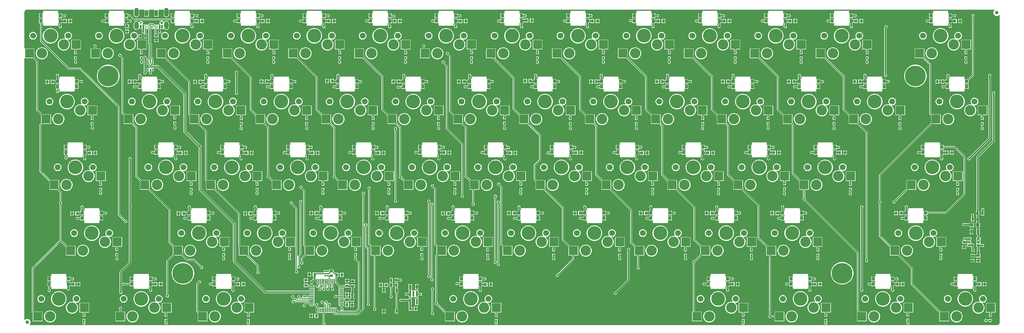
<source format=gbl>
G04*
G04 #@! TF.GenerationSoftware,Altium Limited,Altium Designer,23.1.1 (15)*
G04*
G04 Layer_Physical_Order=2*
G04 Layer_Color=5622137*
%FSLAX25Y25*%
%MOIN*%
G70*
G04*
G04 #@! TF.SameCoordinates,2B387D3F-2690-41C2-BDA0-AF5B162F5435*
G04*
G04*
G04 #@! TF.FilePolarity,Positive*
G04*
G01*
G75*
%ADD10C,0.01200*%
%ADD11C,0.01000*%
G04:AMPARAMS|DCode=15|XSize=51.18mil|YSize=90.55mil|CornerRadius=25.59mil|HoleSize=0mil|Usage=FLASHONLY|Rotation=0.000|XOffset=0mil|YOffset=0mil|HoleType=Round|Shape=RoundedRectangle|*
%AMROUNDEDRECTD15*
21,1,0.05118,0.03937,0,0,0.0*
21,1,0.00000,0.09055,0,0,0.0*
1,1,0.05118,0.00000,-0.01968*
1,1,0.05118,0.00000,-0.01968*
1,1,0.05118,0.00000,0.01968*
1,1,0.05118,0.00000,0.01968*
%
%ADD15ROUNDEDRECTD15*%
G04:AMPARAMS|DCode=16|XSize=51.18mil|YSize=102.36mil|CornerRadius=25.59mil|HoleSize=0mil|Usage=FLASHONLY|Rotation=0.000|XOffset=0mil|YOffset=0mil|HoleType=Round|Shape=RoundedRectangle|*
%AMROUNDEDRECTD16*
21,1,0.05118,0.05118,0,0,0.0*
21,1,0.00000,0.10236,0,0,0.0*
1,1,0.05118,0.00000,-0.02559*
1,1,0.05118,0.00000,-0.02559*
1,1,0.05118,0.00000,0.02559*
1,1,0.05118,0.00000,0.02559*
%
%ADD16ROUNDEDRECTD16*%
%ADD17C,0.02362*%
G04:AMPARAMS|DCode=18|XSize=33.47mil|YSize=23.62mil|CornerRadius=11.81mil|HoleSize=0mil|Usage=FLASHONLY|Rotation=0.000|XOffset=0mil|YOffset=0mil|HoleType=Round|Shape=RoundedRectangle|*
%AMROUNDEDRECTD18*
21,1,0.03347,0.00000,0,0,0.0*
21,1,0.00984,0.02362,0,0,0.0*
1,1,0.02362,0.00492,0.00000*
1,1,0.02362,-0.00492,0.00000*
1,1,0.02362,-0.00492,0.00000*
1,1,0.02362,0.00492,0.00000*
%
%ADD18ROUNDEDRECTD18*%
%ADD21C,0.01500*%
%ADD22C,0.06700*%
%ADD23C,0.11811*%
%ADD24C,0.15700*%
%ADD25C,0.23622*%
%ADD26C,0.19685*%
%ADD27C,0.03937*%
%ADD28R,0.03500X0.04000*%
%ADD29R,0.10039X0.09843*%
%ADD30R,0.03543X0.02559*%
%ADD31R,0.02559X0.03543*%
%ADD32R,0.02362X0.01968*%
%ADD33R,0.03750X0.02200*%
%ADD34R,0.02756X0.05118*%
%ADD35R,0.03543X0.03150*%
%ADD36R,0.03150X0.03543*%
%ADD37R,0.04724X0.01181*%
%ADD38R,0.02047X0.03937*%
%ADD39R,0.01063X0.03937*%
%ADD40R,0.03937X0.07000*%
%ADD41R,0.03937X0.03819*%
%ADD42R,0.02410X0.07107*%
%ADD43R,0.01181X0.04724*%
%ADD44R,0.01968X0.02362*%
%ADD45R,0.04600X0.01800*%
%ADD46R,0.02756X0.03937*%
%ADD47R,0.03937X0.03937*%
%ADD48R,0.01400X0.02900*%
%ADD49C,0.00893*%
G36*
X1104478Y359918D02*
X1104254Y359746D01*
X1103637Y358942D01*
X1103249Y358005D01*
X1103117Y357000D01*
X1103249Y355995D01*
X1103637Y355058D01*
X1104254Y354254D01*
X1105058Y353637D01*
X1105995Y353249D01*
X1107000Y353117D01*
X1108005Y353249D01*
X1108942Y353637D01*
X1109746Y354254D01*
X1109918Y354478D01*
X1110418Y354308D01*
Y3937D01*
Y3628D01*
X1110297Y3023D01*
X1110061Y2452D01*
X1109718Y1939D01*
X1109281Y1503D01*
X1108768Y1159D01*
X1108198Y923D01*
X1107592Y803D01*
X6899D01*
X6870Y888D01*
X6783Y1303D01*
X7363Y2058D01*
X7751Y2995D01*
X7883Y4000D01*
X7751Y5005D01*
X7363Y5942D01*
X6746Y6746D01*
X5942Y7363D01*
X5005Y7751D01*
X4000Y7883D01*
X2995Y7751D01*
X2058Y7363D01*
X1303Y6783D01*
X888Y6870D01*
X803Y6899D01*
Y304818D01*
X1114Y305189D01*
X1303Y305189D01*
X10003D01*
X10009Y305185D01*
X10030Y305189D01*
X10059D01*
X10091Y305173D01*
X10138Y305189D01*
X10462D01*
X10526Y305152D01*
X10648Y305067D01*
X10978Y304787D01*
X11167Y304605D01*
X11217Y304585D01*
X14480Y301322D01*
Y245494D01*
X14558Y245104D01*
X14779Y244773D01*
X19229Y240323D01*
X19237Y240292D01*
X19263Y240277D01*
X19273Y240249D01*
X19635Y239860D01*
X19755Y239710D01*
X19846Y239581D01*
X19864Y239548D01*
Y239297D01*
X19836Y239241D01*
X19851Y239198D01*
X19837Y239154D01*
X19864Y239103D01*
Y232096D01*
X19849Y232068D01*
X19863Y232023D01*
X19848Y231979D01*
X19864Y231947D01*
Y231666D01*
X19852Y231645D01*
X19764Y231520D01*
X19472Y231177D01*
X19280Y230979D01*
X19267Y230946D01*
X19237Y230929D01*
X19229Y230897D01*
X18279Y229947D01*
X18058Y229617D01*
X17980Y229226D01*
Y176271D01*
X18058Y175881D01*
X18279Y175550D01*
X28630Y165199D01*
X28648Y165151D01*
X29002Y164770D01*
X29119Y164623D01*
X29208Y164495D01*
X29239Y164441D01*
Y164176D01*
X29210Y164105D01*
X29227Y164064D01*
X29217Y164021D01*
X29239Y163984D01*
Y155189D01*
X37802D01*
X37815Y155187D01*
X37824Y155189D01*
X37933D01*
X37971Y155177D01*
X38053Y155141D01*
X38156Y155082D01*
X38270Y155005D01*
X38565Y154760D01*
X38727Y154604D01*
X38730Y154602D01*
X38732Y154599D01*
X38780Y154581D01*
X40980Y152381D01*
Y141841D01*
X40959Y141793D01*
X40956Y141689D01*
X40949Y141608D01*
X40938Y141536D01*
X40924Y141472D01*
X40907Y141416D01*
X40888Y141368D01*
X40867Y141327D01*
X40845Y141291D01*
X40821Y141259D01*
X40776Y141211D01*
X40742Y141120D01*
X40575Y140952D01*
X40319Y140334D01*
Y139666D01*
X40575Y139048D01*
X40742Y138880D01*
X40776Y138789D01*
X40821Y138741D01*
X40845Y138709D01*
X40867Y138673D01*
X40888Y138632D01*
X40907Y138584D01*
X40924Y138528D01*
X40938Y138464D01*
X40949Y138392D01*
X40956Y138311D01*
X40959Y138207D01*
X40980Y138159D01*
Y97541D01*
X9779Y66340D01*
X9558Y66009D01*
X9480Y65619D01*
Y15799D01*
X9558Y15409D01*
X9718Y15170D01*
X9758Y15069D01*
X10096Y14719D01*
X10339Y14445D01*
X10418Y14345D01*
X10473Y14267D01*
X10489Y14241D01*
Y14201D01*
X10485Y14177D01*
X10489Y14172D01*
Y5189D01*
X21529D01*
Y16032D01*
X11856D01*
X11826Y16047D01*
X11520Y16409D01*
Y65197D01*
X42000Y95677D01*
X47354Y90323D01*
X47362Y90292D01*
X47387Y90277D01*
X47398Y90249D01*
X47760Y89860D01*
X47880Y89710D01*
X47971Y89581D01*
X47989Y89548D01*
Y89297D01*
X47961Y89241D01*
X47976Y89198D01*
X47962Y89154D01*
X47989Y89103D01*
Y80189D01*
X59029D01*
Y91031D01*
X50155D01*
X50132Y91048D01*
X50090Y91040D01*
X50051Y91059D01*
X49968Y91031D01*
X49687D01*
X49612Y91075D01*
X49491Y91158D01*
X49163Y91435D01*
X48975Y91616D01*
X48925Y91636D01*
X43029Y97532D01*
X43029Y97532D01*
X43020Y97541D01*
Y138159D01*
X43041Y138207D01*
X43044Y138311D01*
X43051Y138392D01*
X43062Y138464D01*
X43076Y138528D01*
X43093Y138584D01*
X43112Y138632D01*
X43133Y138673D01*
X43155Y138709D01*
X43179Y138741D01*
X43224Y138789D01*
X43258Y138880D01*
X43425Y139048D01*
X43681Y139666D01*
Y140334D01*
X43425Y140952D01*
X43258Y141120D01*
X43224Y141211D01*
X43179Y141259D01*
X43155Y141291D01*
X43133Y141327D01*
X43112Y141368D01*
X43093Y141417D01*
X43076Y141472D01*
X43062Y141536D01*
X43051Y141608D01*
X43044Y141689D01*
X43041Y141794D01*
X43020Y141841D01*
Y152803D01*
X42942Y153193D01*
X42721Y153524D01*
X40887Y155358D01*
X40868Y155407D01*
X40458Y155844D01*
X40321Y156011D01*
X40279Y156070D01*
Y166032D01*
X31287D01*
X31250Y166054D01*
X31207Y166044D01*
X31165Y166061D01*
X31095Y166032D01*
X30830D01*
X30776Y166062D01*
X30654Y166147D01*
X30319Y166430D01*
X30127Y166616D01*
X30077Y166636D01*
X20020Y176693D01*
Y228804D01*
X20795Y229579D01*
X20843Y229597D01*
X21218Y229946D01*
X21364Y230063D01*
X21492Y230152D01*
X21556Y230189D01*
X21879D01*
X21927Y230173D01*
X21959Y230189D01*
X21987D01*
X22009Y230185D01*
X22014Y230189D01*
X30904D01*
Y241032D01*
X22030D01*
X22007Y241048D01*
X21965Y241040D01*
X21926Y241059D01*
X21843Y241032D01*
X21562D01*
X21487Y241074D01*
X21366Y241158D01*
X21038Y241435D01*
X20850Y241616D01*
X20800Y241636D01*
X16520Y245916D01*
Y301744D01*
X16442Y302134D01*
X16221Y302465D01*
X12789Y305897D01*
X12780Y305929D01*
X12755Y305944D01*
X12745Y305971D01*
X12380Y306363D01*
X12258Y306514D01*
X12166Y306645D01*
X12154Y306666D01*
Y306947D01*
X12169Y306979D01*
X12155Y307023D01*
X12168Y307068D01*
X12154Y307096D01*
Y316032D01*
X1303D01*
X1114Y316032D01*
X803Y316403D01*
Y357283D01*
Y357592D01*
X923Y358198D01*
X1159Y358768D01*
X1503Y359281D01*
X1939Y359718D01*
X2452Y360061D01*
X3023Y360297D01*
X3628Y360418D01*
X124888D01*
X125218Y360042D01*
X125217Y360039D01*
Y354921D01*
X125322Y354123D01*
X125631Y353379D01*
X126121Y352740D01*
X126760Y352249D01*
X127504Y351941D01*
X128303Y351836D01*
X129101Y351941D01*
X129845Y352249D01*
X130484Y352740D01*
X130975Y353379D01*
X131283Y354123D01*
X131388Y354921D01*
Y360039D01*
X131388Y360042D01*
X131718Y360418D01*
X137342D01*
Y356793D01*
X142279D01*
Y360418D01*
X148342D01*
Y356793D01*
X153279D01*
Y360418D01*
X158904D01*
X159233Y360042D01*
X159233Y360039D01*
Y354921D01*
X159338Y354123D01*
X159646Y353379D01*
X160137Y352740D01*
X160776Y352249D01*
X161520Y351941D01*
X162319Y351836D01*
X163117Y351941D01*
X163861Y352249D01*
X164500Y352740D01*
X164991Y353379D01*
X165299Y354123D01*
X165404Y354921D01*
Y360039D01*
X165404Y360042D01*
X165733Y360418D01*
X1104308D01*
X1104478Y359918D01*
D02*
G37*
G36*
X11570Y306944D02*
X11539Y306857D01*
X11538Y306754D01*
X11566Y306635D01*
X11623Y306502D01*
X11710Y306352D01*
X11826Y306188D01*
X11971Y306008D01*
X12349Y305603D01*
X11543Y304994D01*
X11341Y305189D01*
X10978Y305496D01*
X10817Y305609D01*
X10668Y305695D01*
X10534Y305753D01*
X10412Y305784D01*
X10305Y305788D01*
X10210Y305764D01*
X10129Y305713D01*
X11630Y307017D01*
X11570Y306944D01*
D02*
G37*
G36*
X20675Y241033D02*
X21037Y240728D01*
X21198Y240616D01*
X21346Y240532D01*
X21481Y240475D01*
X21603Y240445D01*
X21711Y240442D01*
X21807Y240467D01*
X21889Y240519D01*
X20376Y239204D01*
X20437Y239277D01*
X20469Y239366D01*
X20471Y239469D01*
X20445Y239588D01*
X20389Y239722D01*
X20303Y239871D01*
X20188Y240035D01*
X20045Y240214D01*
X19669Y240618D01*
X20475Y241227D01*
X20675Y241033D01*
D02*
G37*
G36*
X21889Y230713D02*
X21808Y230764D01*
X21713Y230788D01*
X21605Y230784D01*
X21484Y230753D01*
X21349Y230695D01*
X21201Y230609D01*
X21040Y230496D01*
X20865Y230356D01*
X20475Y229994D01*
X19669Y230603D01*
X19873Y230813D01*
X20192Y231188D01*
X20308Y231352D01*
X20394Y231502D01*
X20452Y231635D01*
X20480Y231754D01*
X20478Y231857D01*
X20448Y231944D01*
X20388Y232017D01*
X21889Y230713D01*
D02*
G37*
G36*
X29956Y166029D02*
X30324Y165717D01*
X30487Y165604D01*
X30635Y165519D01*
X30769Y165463D01*
X30890Y165435D01*
X30996D01*
X31088Y165463D01*
X31165Y165519D01*
X29751Y164105D01*
X29808Y164183D01*
X29836Y164275D01*
Y164381D01*
X29808Y164501D01*
X29751Y164636D01*
X29666Y164784D01*
X29553Y164947D01*
X29412Y165123D01*
X29044Y165519D01*
X29751Y166227D01*
X29956Y166029D01*
D02*
G37*
G36*
X39669Y156404D02*
X39619Y156336D01*
X39604Y156247D01*
X39624Y156137D01*
X39678Y156006D01*
X39768Y155854D01*
X39892Y155681D01*
X40051Y155487D01*
X40474Y155037D01*
X39102Y154994D01*
X38926Y155163D01*
X38596Y155437D01*
X38443Y155542D01*
X38298Y155625D01*
X38160Y155686D01*
X38030Y155725D01*
X37908Y155743D01*
X37794Y155739D01*
X37688Y155713D01*
X39755Y156451D01*
X39669Y156404D01*
D02*
G37*
G36*
X42503Y141659D02*
X42513Y141544D01*
X42529Y141436D01*
X42552Y141334D01*
X42582Y141237D01*
X42618Y141147D01*
X42660Y141062D01*
X42709Y140983D01*
X42765Y140910D01*
X42827Y140843D01*
X41173D01*
X41235Y140910D01*
X41291Y140983D01*
X41340Y141062D01*
X41382Y141147D01*
X41418Y141237D01*
X41448Y141334D01*
X41471Y141436D01*
X41487Y141544D01*
X41497Y141659D01*
X41500Y141779D01*
X42500D01*
X42503Y141659D01*
D02*
G37*
G36*
X42765Y139090D02*
X42709Y139017D01*
X42660Y138938D01*
X42618Y138853D01*
X42582Y138763D01*
X42552Y138666D01*
X42529Y138564D01*
X42513Y138455D01*
X42503Y138341D01*
X42500Y138221D01*
X41500D01*
X41497Y138341D01*
X41487Y138455D01*
X41471Y138564D01*
X41448Y138666D01*
X41418Y138763D01*
X41382Y138853D01*
X41340Y138938D01*
X41291Y139017D01*
X41235Y139090D01*
X41173Y139156D01*
X42827D01*
X42765Y139090D01*
D02*
G37*
G36*
X48800Y91033D02*
X49162Y90728D01*
X49323Y90616D01*
X49471Y90532D01*
X49606Y90475D01*
X49728Y90445D01*
X49836Y90443D01*
X49932Y90467D01*
X50014Y90519D01*
X48501Y89204D01*
X48562Y89277D01*
X48594Y89366D01*
X48596Y89469D01*
X48570Y89588D01*
X48513Y89722D01*
X48428Y89871D01*
X48314Y90035D01*
X48170Y90214D01*
X47794Y90618D01*
X48600Y91227D01*
X48800Y91033D01*
D02*
G37*
G36*
X11010Y15999D02*
X11495Y15582D01*
X11581Y15528D01*
X11652Y15493D01*
X11710Y15478D01*
X11753Y15483D01*
X11782Y15507D01*
X11013Y14296D01*
X11024Y14338D01*
X11014Y14397D01*
X10981Y14472D01*
X10927Y14563D01*
X10852Y14670D01*
X10754Y14793D01*
X10494Y15087D01*
X10147Y15446D01*
X10853Y16153D01*
X11010Y15999D01*
D02*
G37*
%LPC*%
G36*
X1032060Y356110D02*
X1030060D01*
Y353860D01*
X1032060D01*
Y356110D01*
D02*
G37*
G36*
X919560D02*
X917560D01*
Y353860D01*
X919560D01*
Y356110D01*
D02*
G37*
G36*
X844560D02*
X842560D01*
Y353860D01*
X844560D01*
Y356110D01*
D02*
G37*
G36*
X769560D02*
X767560D01*
Y353860D01*
X769560D01*
Y356110D01*
D02*
G37*
G36*
X694560D02*
X692560D01*
Y353860D01*
X694560D01*
Y356110D01*
D02*
G37*
G36*
X619560D02*
X617560D01*
Y353860D01*
X619560D01*
Y356110D01*
D02*
G37*
G36*
X544560D02*
X542560D01*
Y353860D01*
X544560D01*
Y356110D01*
D02*
G37*
G36*
X469560D02*
X467560D01*
Y353860D01*
X469560D01*
Y356110D01*
D02*
G37*
G36*
X394560D02*
X392560D01*
Y353860D01*
X394560D01*
Y356110D01*
D02*
G37*
G36*
X319560D02*
X317560D01*
Y353860D01*
X319560D01*
Y356110D01*
D02*
G37*
G36*
X244560D02*
X242560D01*
Y353860D01*
X244560D01*
Y356110D01*
D02*
G37*
G36*
X169560D02*
X167560D01*
Y353860D01*
X169560D01*
Y356110D01*
D02*
G37*
G36*
X94560D02*
X92560D01*
Y353860D01*
X94560D01*
Y356110D01*
D02*
G37*
G36*
X19560D02*
X17560D01*
Y353860D01*
X19560D01*
Y356110D01*
D02*
G37*
G36*
X153279Y356293D02*
X151061D01*
Y352543D01*
X153279D01*
Y356293D01*
D02*
G37*
G36*
X150561D02*
X148342D01*
Y352543D01*
X150561D01*
Y356293D01*
D02*
G37*
G36*
X142279D02*
X140061D01*
Y352543D01*
X142279D01*
Y356293D01*
D02*
G37*
G36*
X139561D02*
X137342D01*
Y352543D01*
X139561D01*
Y356293D01*
D02*
G37*
G36*
X1051110Y359151D02*
X1035110D01*
X1034727Y358993D01*
X1034569Y358610D01*
Y356607D01*
X1034560Y356110D01*
X1034069Y356110D01*
X1032560D01*
Y353610D01*
Y351110D01*
X1034560Y351110D01*
X1034569Y350614D01*
Y350607D01*
X1034560Y350110D01*
X1034069Y350110D01*
X1030060D01*
Y348869D01*
X1029628Y348565D01*
X1029578Y348555D01*
X1029536Y348562D01*
X1029472Y348576D01*
X1029416Y348593D01*
X1029368Y348612D01*
X1029327Y348633D01*
X1029291Y348655D01*
X1029259Y348679D01*
X1029211Y348724D01*
X1029120Y348758D01*
X1028952Y348925D01*
X1028334Y349181D01*
X1027666D01*
X1027048Y348925D01*
X1026575Y348452D01*
X1026319Y347834D01*
Y347166D01*
X1026575Y346548D01*
X1027048Y346075D01*
X1027666Y345819D01*
X1028334D01*
X1028952Y346075D01*
X1029120Y346242D01*
X1029211Y346276D01*
X1029259Y346321D01*
X1029291Y346345D01*
X1029327Y346367D01*
X1029368Y346388D01*
X1029416Y346407D01*
X1029472Y346424D01*
X1029536Y346438D01*
X1029578Y346445D01*
X1029628Y346435D01*
X1030060Y346130D01*
Y345110D01*
X1034560Y345110D01*
X1034569Y344614D01*
Y342610D01*
X1034727Y342228D01*
X1035110Y342069D01*
X1051110D01*
X1051493Y342228D01*
X1051651Y342610D01*
Y344614D01*
X1051660Y345110D01*
X1052350Y345110D01*
X1052398Y345084D01*
X1052478Y345076D01*
X1052481Y345074D01*
X1052484Y345072D01*
X1052502Y345054D01*
X1052533Y345002D01*
X1052571Y344909D01*
X1052608Y344772D01*
X1052638Y344594D01*
X1052657Y344376D01*
X1052664Y344108D01*
X1052681Y344071D01*
Y342625D01*
X1052664Y342585D01*
X1052663Y342457D01*
X1052654Y342151D01*
X1052644Y342027D01*
X1052643Y342021D01*
X1052575Y341952D01*
X1052319Y341334D01*
Y340666D01*
X1052575Y340048D01*
X1053048Y339575D01*
X1053666Y339319D01*
X1054334D01*
X1054952Y339575D01*
X1055425Y340048D01*
X1055681Y340666D01*
Y341334D01*
X1055425Y341952D01*
X1055277Y342101D01*
X1055276Y342104D01*
X1055275Y342108D01*
X1055247Y342541D01*
X1055246Y342660D01*
X1055241Y342671D01*
X1055246Y342683D01*
X1055230Y342717D01*
Y344071D01*
X1055246Y344108D01*
X1055253Y344376D01*
X1055272Y344594D01*
X1055302Y344772D01*
X1055339Y344909D01*
X1055377Y345002D01*
X1055409Y345054D01*
X1055426Y345072D01*
X1055429Y345074D01*
X1055433Y345076D01*
X1055512Y345084D01*
X1055560Y345110D01*
X1056160D01*
Y345917D01*
X1056174Y345943D01*
X1056183Y346022D01*
X1056184Y346024D01*
X1056186Y346028D01*
X1056205Y346045D01*
X1056258Y346077D01*
X1056353Y346116D01*
X1056491Y346153D01*
X1056672Y346183D01*
X1056816Y346195D01*
X1056961Y346183D01*
X1057141Y346153D01*
X1057280Y346116D01*
X1057375Y346077D01*
X1057428Y346045D01*
X1057447Y346028D01*
X1057449Y346024D01*
X1057450Y346022D01*
X1057458Y345943D01*
X1057472Y345917D01*
Y345228D01*
X1061622D01*
Y349772D01*
X1057472D01*
Y349083D01*
X1057458Y349057D01*
X1057450Y348978D01*
X1057449Y348975D01*
X1057447Y348972D01*
X1057428Y348955D01*
X1057375Y348923D01*
X1057280Y348884D01*
X1057141Y348847D01*
X1056961Y348817D01*
X1056816Y348805D01*
X1056672Y348817D01*
X1056491Y348847D01*
X1056353Y348884D01*
X1056258Y348923D01*
X1056205Y348955D01*
X1056186Y348972D01*
X1056184Y348975D01*
X1056183Y348978D01*
X1056174Y349057D01*
X1056160Y349083D01*
Y350110D01*
X1051660Y350110D01*
X1051651Y350607D01*
Y350614D01*
X1051660Y351110D01*
X1052151Y351110D01*
X1056160D01*
Y352401D01*
X1056172Y352406D01*
X1056246Y352425D01*
X1056352Y352443D01*
X1056486Y352454D01*
X1056662Y352459D01*
X1056711Y352480D01*
X1057159D01*
X1057207Y352459D01*
X1057311Y352456D01*
X1057392Y352449D01*
X1057464Y352438D01*
X1057528Y352424D01*
X1057584Y352407D01*
X1057632Y352388D01*
X1057673Y352367D01*
X1057709Y352345D01*
X1057741Y352321D01*
X1057789Y352276D01*
X1057880Y352242D01*
X1058048Y352075D01*
X1058666Y351819D01*
X1059334D01*
X1059952Y352075D01*
X1060425Y352548D01*
X1060681Y353166D01*
Y353834D01*
X1060425Y354452D01*
X1059952Y354925D01*
X1059334Y355181D01*
X1058666D01*
X1058048Y354925D01*
X1057880Y354758D01*
X1057789Y354724D01*
X1057741Y354679D01*
X1057709Y354655D01*
X1057673Y354633D01*
X1057632Y354612D01*
X1057584Y354593D01*
X1057528Y354576D01*
X1057464Y354562D01*
X1057392Y354551D01*
X1057311Y354544D01*
X1057207Y354541D01*
X1057159Y354520D01*
X1056711D01*
X1056662Y354541D01*
X1056486Y354546D01*
X1056352Y354557D01*
X1056246Y354575D01*
X1056172Y354594D01*
X1056160Y354599D01*
Y356110D01*
X1051660Y356110D01*
X1051651Y356607D01*
Y358610D01*
X1051493Y358993D01*
X1051110Y359151D01*
D02*
G37*
G36*
X938610D02*
X922610D01*
X922227Y358993D01*
X922069Y358610D01*
Y356607D01*
X922060Y356110D01*
X921569Y356110D01*
X920060D01*
Y353610D01*
Y351110D01*
X922060Y351110D01*
X922069Y350614D01*
Y350607D01*
X922060Y350110D01*
X921569Y350110D01*
X917560D01*
Y348599D01*
X917548Y348594D01*
X917475Y348575D01*
X917369Y348557D01*
X917234Y348546D01*
X917058Y348541D01*
X917010Y348520D01*
X916841D01*
X916793Y348541D01*
X916689Y348544D01*
X916608Y348551D01*
X916536Y348562D01*
X916472Y348576D01*
X916416Y348593D01*
X916368Y348612D01*
X916327Y348633D01*
X916291Y348655D01*
X916259Y348679D01*
X916211Y348724D01*
X916120Y348758D01*
X915952Y348925D01*
X915334Y349181D01*
X914666D01*
X914048Y348925D01*
X913575Y348452D01*
X913319Y347834D01*
Y347166D01*
X913575Y346548D01*
X914048Y346075D01*
X914666Y345819D01*
X915334D01*
X915952Y346075D01*
X916120Y346242D01*
X916211Y346276D01*
X916259Y346321D01*
X916291Y346345D01*
X916327Y346367D01*
X916368Y346388D01*
X916416Y346407D01*
X916472Y346424D01*
X916536Y346438D01*
X916608Y346449D01*
X916689Y346456D01*
X916793Y346459D01*
X916841Y346480D01*
X917010D01*
X917058Y346459D01*
X917234Y346454D01*
X917369Y346443D01*
X917475Y346425D01*
X917548Y346406D01*
X917560Y346401D01*
Y345110D01*
X922060Y345110D01*
X922069Y344614D01*
Y342610D01*
X922227Y342228D01*
X922610Y342069D01*
X938610D01*
X938993Y342228D01*
X939151Y342610D01*
Y344614D01*
X939160Y345110D01*
X939850Y345110D01*
X939898Y345084D01*
X939978Y345076D01*
X939981Y345074D01*
X939984Y345072D01*
X940002Y345054D01*
X940033Y345002D01*
X940071Y344909D01*
X940108Y344772D01*
X940138Y344594D01*
X940157Y344376D01*
X940164Y344108D01*
X940181Y344071D01*
Y342625D01*
X940164Y342585D01*
X940163Y342457D01*
X940154Y342151D01*
X940144Y342027D01*
X940143Y342021D01*
X940075Y341952D01*
X939819Y341334D01*
Y340666D01*
X940075Y340048D01*
X940548Y339575D01*
X941166Y339319D01*
X941834D01*
X942452Y339575D01*
X942925Y340048D01*
X943181Y340666D01*
Y341334D01*
X942925Y341952D01*
X942777Y342101D01*
X942776Y342104D01*
X942775Y342108D01*
X942747Y342541D01*
X942746Y342660D01*
X942741Y342671D01*
X942746Y342683D01*
X942730Y342717D01*
Y344071D01*
X942746Y344108D01*
X942753Y344376D01*
X942772Y344594D01*
X942802Y344772D01*
X942839Y344909D01*
X942877Y345002D01*
X942909Y345054D01*
X942926Y345072D01*
X942929Y345074D01*
X942933Y345076D01*
X943012Y345084D01*
X943060Y345110D01*
X943660D01*
Y346027D01*
X943674Y346053D01*
X943683Y346132D01*
X943684Y346135D01*
X943686Y346138D01*
X943705Y346156D01*
X943758Y346187D01*
X943853Y346226D01*
X943991Y346263D01*
X944172Y346293D01*
X944316Y346305D01*
X944461Y346293D01*
X944641Y346263D01*
X944780Y346226D01*
X944875Y346187D01*
X944928Y346156D01*
X944947Y346138D01*
X944949Y346135D01*
X944950Y346132D01*
X944958Y346053D01*
X944972Y346027D01*
Y345228D01*
X949122D01*
Y349772D01*
X947062D01*
X947047Y349775D01*
X947033Y349772D01*
X944972D01*
Y349193D01*
X944958Y349167D01*
X944950Y349089D01*
X944949Y349086D01*
X944947Y349082D01*
X944928Y349065D01*
X944875Y349033D01*
X944780Y348994D01*
X944641Y348957D01*
X944461Y348928D01*
X944316Y348915D01*
X944172Y348928D01*
X943991Y348957D01*
X943853Y348994D01*
X943758Y349033D01*
X943705Y349065D01*
X943686Y349082D01*
X943684Y349086D01*
X943683Y349089D01*
X943674Y349167D01*
X943660Y349193D01*
Y350110D01*
X939160Y350110D01*
X939151Y350607D01*
Y350614D01*
X939160Y351110D01*
X939651Y351110D01*
X943660D01*
Y352401D01*
X943672Y352406D01*
X943746Y352425D01*
X943852Y352443D01*
X943986Y352454D01*
X944162Y352459D01*
X944184Y352469D01*
X944207Y352459D01*
X944311Y352456D01*
X944392Y352449D01*
X944464Y352438D01*
X944528Y352424D01*
X944584Y352407D01*
X944632Y352388D01*
X944673Y352367D01*
X944709Y352345D01*
X944741Y352321D01*
X944789Y352276D01*
X944880Y352242D01*
X945048Y352075D01*
X945666Y351819D01*
X946334D01*
X946952Y352075D01*
X947425Y352548D01*
X947681Y353166D01*
Y353834D01*
X947425Y354452D01*
X946952Y354925D01*
X946334Y355181D01*
X945666D01*
X945048Y354925D01*
X944880Y354758D01*
X944789Y354724D01*
X944741Y354679D01*
X944709Y354655D01*
X944673Y354633D01*
X944632Y354612D01*
X944584Y354593D01*
X944528Y354576D01*
X944464Y354562D01*
X944392Y354551D01*
X944311Y354544D01*
X944207Y354541D01*
X944184Y354531D01*
X944162Y354541D01*
X943986Y354546D01*
X943852Y354557D01*
X943746Y354575D01*
X943672Y354594D01*
X943660Y354599D01*
Y356110D01*
X939160Y356110D01*
X939151Y356607D01*
Y358610D01*
X938993Y358993D01*
X938610Y359151D01*
D02*
G37*
G36*
X863610D02*
X847610D01*
X847227Y358993D01*
X847069Y358610D01*
Y356607D01*
X847060Y356110D01*
X846569Y356110D01*
X845060D01*
Y353610D01*
Y351110D01*
X847060Y351110D01*
X847069Y350614D01*
Y350607D01*
X847060Y350110D01*
X846569Y350110D01*
X842560D01*
Y348869D01*
X842128Y348565D01*
X842078Y348555D01*
X842036Y348562D01*
X841972Y348576D01*
X841916Y348593D01*
X841868Y348612D01*
X841827Y348633D01*
X841791Y348655D01*
X841759Y348679D01*
X841711Y348724D01*
X841620Y348758D01*
X841452Y348925D01*
X840834Y349181D01*
X840166D01*
X839548Y348925D01*
X839075Y348452D01*
X838819Y347834D01*
Y347166D01*
X839075Y346548D01*
X839548Y346075D01*
X840166Y345819D01*
X840834D01*
X841452Y346075D01*
X841620Y346242D01*
X841711Y346276D01*
X841759Y346321D01*
X841791Y346345D01*
X841827Y346367D01*
X841868Y346388D01*
X841916Y346407D01*
X841972Y346424D01*
X842036Y346438D01*
X842078Y346445D01*
X842128Y346435D01*
X842560Y346130D01*
Y345110D01*
X847060Y345110D01*
X847069Y344614D01*
Y342610D01*
X847227Y342228D01*
X847610Y342069D01*
X863610D01*
X863993Y342228D01*
X864151Y342610D01*
Y344614D01*
X864160Y345110D01*
X864850Y345110D01*
X864898Y345084D01*
X864978Y345076D01*
X864981Y345074D01*
X864984Y345072D01*
X865002Y345054D01*
X865033Y345002D01*
X865071Y344909D01*
X865108Y344772D01*
X865138Y344594D01*
X865157Y344376D01*
X865164Y344108D01*
X865181Y344071D01*
Y342625D01*
X865164Y342585D01*
X865163Y342457D01*
X865154Y342151D01*
X865144Y342027D01*
X865143Y342021D01*
X865075Y341952D01*
X864819Y341334D01*
Y340666D01*
X865075Y340048D01*
X865548Y339575D01*
X866166Y339319D01*
X866834D01*
X867452Y339575D01*
X867925Y340048D01*
X868181Y340666D01*
Y341334D01*
X867925Y341952D01*
X867777Y342101D01*
X867776Y342104D01*
X867775Y342108D01*
X867747Y342541D01*
X867746Y342660D01*
X867741Y342671D01*
X867746Y342683D01*
X867730Y342717D01*
Y344071D01*
X867746Y344108D01*
X867753Y344376D01*
X867772Y344594D01*
X867802Y344772D01*
X867839Y344909D01*
X867877Y345002D01*
X867909Y345054D01*
X867926Y345072D01*
X867929Y345074D01*
X867933Y345076D01*
X868012Y345084D01*
X868060Y345110D01*
X868660D01*
Y346027D01*
X868674Y346053D01*
X868683Y346132D01*
X868684Y346135D01*
X868686Y346138D01*
X868705Y346156D01*
X868758Y346187D01*
X868853Y346226D01*
X868991Y346263D01*
X869172Y346293D01*
X869316Y346305D01*
X869461Y346293D01*
X869641Y346263D01*
X869780Y346226D01*
X869875Y346187D01*
X869928Y346156D01*
X869947Y346138D01*
X869949Y346135D01*
X869950Y346132D01*
X869958Y346053D01*
X869972Y346027D01*
Y345228D01*
X874122D01*
Y349772D01*
X869972D01*
Y349193D01*
X869958Y349167D01*
X869950Y349089D01*
X869949Y349086D01*
X869947Y349082D01*
X869928Y349065D01*
X869875Y349033D01*
X869780Y348994D01*
X869641Y348957D01*
X869461Y348928D01*
X869316Y348915D01*
X869172Y348928D01*
X868991Y348957D01*
X868853Y348994D01*
X868758Y349033D01*
X868705Y349065D01*
X868686Y349082D01*
X868684Y349086D01*
X868683Y349089D01*
X868674Y349167D01*
X868660Y349193D01*
Y350110D01*
X864160Y350110D01*
X864151Y350607D01*
Y350614D01*
X864160Y351110D01*
X864651Y351110D01*
X868660D01*
Y352401D01*
X868672Y352406D01*
X868746Y352425D01*
X868852Y352443D01*
X868986Y352454D01*
X869162Y352459D01*
X869184Y352469D01*
X869207Y352459D01*
X869311Y352456D01*
X869392Y352449D01*
X869464Y352438D01*
X869528Y352424D01*
X869584Y352407D01*
X869632Y352388D01*
X869673Y352367D01*
X869709Y352345D01*
X869741Y352321D01*
X869789Y352276D01*
X869880Y352242D01*
X870048Y352075D01*
X870666Y351819D01*
X871334D01*
X871952Y352075D01*
X872425Y352548D01*
X872681Y353166D01*
Y353834D01*
X872425Y354452D01*
X871952Y354925D01*
X871334Y355181D01*
X870666D01*
X870048Y354925D01*
X869880Y354758D01*
X869789Y354724D01*
X869741Y354679D01*
X869709Y354655D01*
X869673Y354633D01*
X869632Y354612D01*
X869584Y354593D01*
X869528Y354576D01*
X869464Y354562D01*
X869392Y354551D01*
X869311Y354544D01*
X869207Y354541D01*
X869184Y354531D01*
X869162Y354541D01*
X868986Y354546D01*
X868852Y354557D01*
X868746Y354575D01*
X868672Y354594D01*
X868660Y354599D01*
Y356110D01*
X864160Y356110D01*
X864151Y356607D01*
Y358610D01*
X863993Y358993D01*
X863610Y359151D01*
D02*
G37*
G36*
X788610D02*
X772610D01*
X772227Y358993D01*
X772069Y358610D01*
Y356607D01*
X772060Y356110D01*
X771569Y356110D01*
X770060D01*
Y353610D01*
Y351110D01*
X772060Y351110D01*
X772069Y350614D01*
Y350607D01*
X772060Y350110D01*
X771569Y350110D01*
X767560D01*
Y348869D01*
X767128Y348565D01*
X767078Y348555D01*
X767036Y348562D01*
X766972Y348576D01*
X766916Y348593D01*
X766868Y348612D01*
X766827Y348633D01*
X766791Y348655D01*
X766759Y348679D01*
X766711Y348724D01*
X766620Y348758D01*
X766452Y348925D01*
X765834Y349181D01*
X765166D01*
X764548Y348925D01*
X764075Y348452D01*
X763819Y347834D01*
Y347166D01*
X764075Y346548D01*
X764548Y346075D01*
X765166Y345819D01*
X765834D01*
X766452Y346075D01*
X766620Y346242D01*
X766711Y346276D01*
X766759Y346321D01*
X766791Y346345D01*
X766827Y346367D01*
X766868Y346388D01*
X766917Y346407D01*
X766972Y346424D01*
X767036Y346438D01*
X767078Y346445D01*
X767128Y346435D01*
X767560Y346130D01*
Y345110D01*
X772060Y345110D01*
X772069Y344614D01*
Y342610D01*
X772227Y342228D01*
X772610Y342069D01*
X788610D01*
X788993Y342228D01*
X789151Y342610D01*
Y344614D01*
X789160Y345110D01*
X789805Y345110D01*
X789854Y345084D01*
X789933Y345076D01*
X789936Y345074D01*
X789939Y345072D01*
X789957Y345054D01*
X789988Y345002D01*
X790027Y344909D01*
X790063Y344772D01*
X790093Y344594D01*
X790112Y344376D01*
X790119Y344108D01*
X790136Y344071D01*
Y342890D01*
X790119Y342852D01*
X790114Y342615D01*
X790100Y342447D01*
X790100Y342447D01*
X790048Y342425D01*
X789575Y341952D01*
X789319Y341334D01*
Y340666D01*
X789575Y340048D01*
X790048Y339575D01*
X790666Y339319D01*
X791334D01*
X791952Y339575D01*
X792425Y340048D01*
X792681Y340666D01*
Y341334D01*
X792642Y341429D01*
X792685Y341644D01*
Y342559D01*
X792700Y342778D01*
X792695Y342793D01*
X792701Y342808D01*
X792685Y342850D01*
Y344071D01*
X792701Y344108D01*
X792708Y344376D01*
X792728Y344594D01*
X792757Y344772D01*
X792794Y344909D01*
X792832Y345002D01*
X792864Y345054D01*
X792881Y345072D01*
X792884Y345074D01*
X792888Y345076D01*
X792967Y345084D01*
X793015Y345110D01*
X793660D01*
Y345917D01*
X793674Y345943D01*
X793683Y346022D01*
X793684Y346024D01*
X793686Y346028D01*
X793705Y346045D01*
X793758Y346077D01*
X793853Y346116D01*
X793991Y346153D01*
X794172Y346183D01*
X794316Y346195D01*
X794461Y346183D01*
X794641Y346153D01*
X794780Y346116D01*
X794875Y346077D01*
X794928Y346045D01*
X794947Y346028D01*
X794949Y346024D01*
X794950Y346022D01*
X794958Y345943D01*
X794972Y345917D01*
Y345228D01*
X799122D01*
Y349772D01*
X794972D01*
Y349083D01*
X794958Y349057D01*
X794950Y348978D01*
X794949Y348975D01*
X794947Y348972D01*
X794928Y348955D01*
X794875Y348923D01*
X794780Y348884D01*
X794641Y348847D01*
X794461Y348817D01*
X794316Y348805D01*
X794172Y348817D01*
X793991Y348847D01*
X793853Y348884D01*
X793758Y348923D01*
X793705Y348955D01*
X793686Y348972D01*
X793684Y348975D01*
X793683Y348978D01*
X793674Y349057D01*
X793660Y349083D01*
Y350110D01*
X789160Y350110D01*
X789151Y350607D01*
Y350614D01*
X789160Y351110D01*
X789651Y351110D01*
X793660D01*
Y352401D01*
X793672Y352406D01*
X793746Y352425D01*
X793852Y352443D01*
X793986Y352454D01*
X794162Y352459D01*
X794184Y352469D01*
X794207Y352459D01*
X794311Y352456D01*
X794392Y352449D01*
X794464Y352438D01*
X794528Y352424D01*
X794584Y352407D01*
X794632Y352388D01*
X794673Y352367D01*
X794709Y352345D01*
X794741Y352321D01*
X794789Y352276D01*
X794880Y352242D01*
X795048Y352075D01*
X795666Y351819D01*
X796334D01*
X796952Y352075D01*
X797425Y352548D01*
X797681Y353166D01*
Y353834D01*
X797425Y354452D01*
X796952Y354925D01*
X796334Y355181D01*
X795666D01*
X795048Y354925D01*
X794880Y354758D01*
X794789Y354724D01*
X794741Y354679D01*
X794709Y354655D01*
X794673Y354633D01*
X794632Y354612D01*
X794584Y354593D01*
X794528Y354576D01*
X794464Y354562D01*
X794392Y354551D01*
X794311Y354544D01*
X794206Y354541D01*
X794184Y354531D01*
X794162Y354541D01*
X793986Y354546D01*
X793852Y354557D01*
X793746Y354575D01*
X793672Y354594D01*
X793660Y354599D01*
Y356110D01*
X789160Y356110D01*
X789151Y356607D01*
Y358610D01*
X788993Y358993D01*
X788610Y359151D01*
D02*
G37*
G36*
X713610D02*
X697610D01*
X697227Y358993D01*
X697069Y358610D01*
Y356607D01*
X697060Y356110D01*
X696569Y356110D01*
X695060D01*
Y353610D01*
Y351110D01*
X697060Y351110D01*
X697069Y350614D01*
Y350607D01*
X697060Y350110D01*
X696569Y350110D01*
X692560D01*
Y349370D01*
X692128Y349065D01*
X692078Y349055D01*
X692036Y349062D01*
X691972Y349076D01*
X691916Y349093D01*
X691868Y349112D01*
X691827Y349133D01*
X691791Y349155D01*
X691759Y349179D01*
X691711Y349224D01*
X691620Y349258D01*
X691452Y349425D01*
X690834Y349681D01*
X690166D01*
X689548Y349425D01*
X689075Y348952D01*
X688819Y348334D01*
Y347666D01*
X689075Y347048D01*
X689548Y346575D01*
X690166Y346319D01*
X690834D01*
X691452Y346575D01*
X691620Y346742D01*
X691711Y346776D01*
X691759Y346821D01*
X691791Y346845D01*
X691827Y346867D01*
X691868Y346888D01*
X691917Y346907D01*
X691972Y346924D01*
X692036Y346938D01*
X692078Y346945D01*
X692128Y346935D01*
X692560Y346631D01*
Y345110D01*
X697060Y345110D01*
X697069Y344614D01*
Y342610D01*
X697227Y342228D01*
X697610Y342069D01*
X713610D01*
X713993Y342228D01*
X714151Y342610D01*
Y344493D01*
X714184Y344553D01*
X714357Y344710D01*
X714655Y344800D01*
X714836Y344666D01*
X714848Y344595D01*
X714867Y344377D01*
X714874Y344108D01*
X714890Y344071D01*
Y342845D01*
X714883Y342834D01*
X714890Y342798D01*
Y342779D01*
X714874Y342739D01*
X714873Y342614D01*
X714864Y342409D01*
X714850Y342264D01*
X714844Y342230D01*
X714841Y342218D01*
X714575Y341952D01*
X714319Y341334D01*
Y340666D01*
X714575Y340048D01*
X715048Y339575D01*
X715666Y339319D01*
X716334D01*
X716952Y339575D01*
X717425Y340048D01*
X717681Y340666D01*
Y341334D01*
X717475Y341833D01*
X717456Y342471D01*
X717440Y342508D01*
Y344071D01*
X717456Y344108D01*
X717463Y344376D01*
X717482Y344594D01*
X717512Y344772D01*
X717549Y344909D01*
X717587Y345002D01*
X717619Y345054D01*
X717636Y345072D01*
X717639Y345074D01*
X717642Y345076D01*
X717722Y345084D01*
X717770Y345110D01*
X718660D01*
Y346027D01*
X718674Y346053D01*
X718683Y346132D01*
X718684Y346135D01*
X718686Y346138D01*
X718705Y346156D01*
X718758Y346187D01*
X718853Y346226D01*
X718991Y346263D01*
X719172Y346293D01*
X719316Y346305D01*
X719461Y346293D01*
X719641Y346263D01*
X719780Y346226D01*
X719875Y346187D01*
X719928Y346156D01*
X719947Y346138D01*
X719949Y346135D01*
X719950Y346132D01*
X719958Y346053D01*
X719972Y346027D01*
Y345228D01*
X724122D01*
Y349772D01*
X719972D01*
Y349193D01*
X719958Y349167D01*
X719950Y349089D01*
X719949Y349086D01*
X719947Y349082D01*
X719928Y349065D01*
X719875Y349033D01*
X719780Y348994D01*
X719641Y348957D01*
X719461Y348928D01*
X719316Y348915D01*
X719172Y348928D01*
X718991Y348957D01*
X718853Y348994D01*
X718758Y349033D01*
X718705Y349065D01*
X718686Y349082D01*
X718684Y349086D01*
X718683Y349089D01*
X718674Y349167D01*
X718660Y349193D01*
Y350110D01*
X714160D01*
X714151Y350607D01*
Y350614D01*
X714160Y351110D01*
X714651Y351110D01*
X718660D01*
Y352401D01*
X718672Y352406D01*
X718746Y352425D01*
X718852Y352443D01*
X718986Y352454D01*
X719162Y352459D01*
X719184Y352469D01*
X719207Y352459D01*
X719311Y352456D01*
X719392Y352449D01*
X719464Y352438D01*
X719528Y352424D01*
X719584Y352407D01*
X719632Y352388D01*
X719673Y352367D01*
X719709Y352345D01*
X719741Y352321D01*
X719789Y352276D01*
X719880Y352242D01*
X720048Y352075D01*
X720666Y351819D01*
X721334D01*
X721952Y352075D01*
X722425Y352548D01*
X722681Y353166D01*
Y353834D01*
X722425Y354452D01*
X721952Y354925D01*
X721334Y355181D01*
X720666D01*
X720048Y354925D01*
X719880Y354758D01*
X719789Y354724D01*
X719741Y354679D01*
X719709Y354655D01*
X719673Y354633D01*
X719632Y354612D01*
X719584Y354593D01*
X719528Y354576D01*
X719464Y354562D01*
X719392Y354551D01*
X719311Y354544D01*
X719206Y354541D01*
X719184Y354531D01*
X719162Y354541D01*
X718986Y354546D01*
X718852Y354557D01*
X718746Y354575D01*
X718672Y354594D01*
X718660Y354599D01*
Y356110D01*
X714160Y356110D01*
X714151Y356607D01*
Y358610D01*
X713993Y358993D01*
X713610Y359151D01*
D02*
G37*
G36*
X638610D02*
X622610D01*
X622227Y358993D01*
X622069Y358610D01*
Y356607D01*
X622060Y356110D01*
X621569Y356110D01*
X620060D01*
Y353610D01*
Y351110D01*
X622060Y351110D01*
X622069Y350614D01*
Y350607D01*
X622060Y350110D01*
X621569Y350110D01*
X617560D01*
Y348960D01*
X617500Y348865D01*
X617388Y348750D01*
X617138Y348572D01*
X617060Y348558D01*
X617036Y348562D01*
X616972Y348576D01*
X616916Y348593D01*
X616868Y348612D01*
X616827Y348633D01*
X616791Y348655D01*
X616759Y348679D01*
X616711Y348724D01*
X616620Y348758D01*
X616452Y348925D01*
X615834Y349181D01*
X615166D01*
X614548Y348925D01*
X614075Y348452D01*
X613819Y347834D01*
Y347166D01*
X614075Y346548D01*
X614548Y346075D01*
X615166Y345819D01*
X615834D01*
X616452Y346075D01*
X616620Y346242D01*
X616711Y346276D01*
X616759Y346321D01*
X616791Y346345D01*
X616827Y346367D01*
X616868Y346388D01*
X616917Y346407D01*
X616972Y346424D01*
X617036Y346438D01*
X617060Y346442D01*
X617138Y346428D01*
X617388Y346250D01*
X617500Y346135D01*
X617560Y346040D01*
Y345110D01*
X622060Y345110D01*
X622069Y344614D01*
Y342610D01*
X622227Y342228D01*
X622610Y342069D01*
X638610D01*
X638993Y342228D01*
X639151Y342610D01*
Y344614D01*
X639160Y345110D01*
X639850Y345110D01*
X639898Y345084D01*
X639978Y345076D01*
X639981Y345074D01*
X639984Y345072D01*
X640002Y345054D01*
X640033Y345002D01*
X640071Y344909D01*
X640108Y344772D01*
X640138Y344594D01*
X640157Y344376D01*
X640164Y344108D01*
X640181Y344071D01*
Y342625D01*
X640164Y342585D01*
X640163Y342457D01*
X640154Y342151D01*
X640144Y342027D01*
X640143Y342021D01*
X640075Y341952D01*
X639819Y341334D01*
Y340666D01*
X640075Y340048D01*
X640548Y339575D01*
X641166Y339319D01*
X641834D01*
X642452Y339575D01*
X642925Y340048D01*
X643181Y340666D01*
Y341334D01*
X642925Y341952D01*
X642777Y342101D01*
X642776Y342104D01*
X642775Y342108D01*
X642747Y342541D01*
X642746Y342660D01*
X642741Y342671D01*
X642746Y342683D01*
X642730Y342717D01*
Y344071D01*
X642746Y344108D01*
X642753Y344376D01*
X642772Y344594D01*
X642802Y344772D01*
X642839Y344909D01*
X642877Y345002D01*
X642909Y345054D01*
X642926Y345072D01*
X642929Y345074D01*
X642933Y345076D01*
X643012Y345084D01*
X643060Y345110D01*
X643660D01*
Y346027D01*
X643674Y346053D01*
X643683Y346132D01*
X643684Y346135D01*
X643686Y346138D01*
X643705Y346156D01*
X643758Y346187D01*
X643853Y346226D01*
X643991Y346263D01*
X644172Y346293D01*
X644316Y346305D01*
X644461Y346293D01*
X644641Y346263D01*
X644780Y346226D01*
X644875Y346187D01*
X644928Y346156D01*
X644947Y346138D01*
X644949Y346135D01*
X644950Y346132D01*
X644958Y346053D01*
X644972Y346027D01*
Y345228D01*
X649122D01*
Y349772D01*
X644972D01*
Y349193D01*
X644958Y349167D01*
X644950Y349089D01*
X644949Y349086D01*
X644947Y349082D01*
X644928Y349065D01*
X644875Y349033D01*
X644780Y348994D01*
X644641Y348957D01*
X644461Y348928D01*
X644316Y348915D01*
X644172Y348928D01*
X643991Y348957D01*
X643853Y348994D01*
X643758Y349033D01*
X643705Y349065D01*
X643686Y349082D01*
X643684Y349086D01*
X643683Y349089D01*
X643674Y349167D01*
X643660Y349193D01*
Y350110D01*
X639160Y350110D01*
X639151Y350607D01*
Y350614D01*
X639160Y351110D01*
X639651Y351110D01*
X643660D01*
Y352055D01*
X643753Y352172D01*
X643820Y352234D01*
X643884Y352276D01*
X643989Y352324D01*
X644160Y352374D01*
X644173Y352367D01*
X644209Y352345D01*
X644241Y352321D01*
X644289Y352276D01*
X644380Y352242D01*
X644548Y352075D01*
X645166Y351819D01*
X645834D01*
X646452Y352075D01*
X646925Y352548D01*
X647181Y353166D01*
Y353834D01*
X646925Y354452D01*
X646452Y354925D01*
X645834Y355181D01*
X645166D01*
X644548Y354925D01*
X644380Y354758D01*
X644289Y354724D01*
X644241Y354679D01*
X644209Y354655D01*
X644173Y354633D01*
X644160Y354626D01*
X643989Y354677D01*
X643884Y354724D01*
X643820Y354766D01*
X643753Y354827D01*
X643660Y354945D01*
Y356110D01*
X639160Y356110D01*
X639151Y356607D01*
Y358610D01*
X638993Y358993D01*
X638610Y359151D01*
D02*
G37*
G36*
X563610D02*
X547610D01*
X547227Y358993D01*
X547069Y358610D01*
Y356607D01*
X547060Y356110D01*
X546569Y356110D01*
X545060D01*
Y353610D01*
Y351110D01*
X547060Y351110D01*
X547069Y350614D01*
Y350607D01*
X547060Y350110D01*
X546569Y350110D01*
X542560D01*
Y348869D01*
X542128Y348565D01*
X542078Y348555D01*
X542036Y348562D01*
X541972Y348576D01*
X541916Y348593D01*
X541868Y348612D01*
X541827Y348633D01*
X541791Y348655D01*
X541759Y348679D01*
X541711Y348724D01*
X541620Y348758D01*
X541452Y348925D01*
X540834Y349181D01*
X540166D01*
X539548Y348925D01*
X539075Y348452D01*
X538819Y347834D01*
Y347166D01*
X539075Y346548D01*
X539548Y346075D01*
X540166Y345819D01*
X540834D01*
X541452Y346075D01*
X541620Y346242D01*
X541711Y346276D01*
X541759Y346321D01*
X541791Y346345D01*
X541827Y346367D01*
X541868Y346388D01*
X541917Y346407D01*
X541972Y346424D01*
X542036Y346438D01*
X542078Y346445D01*
X542128Y346435D01*
X542560Y346130D01*
Y345110D01*
X547060Y345110D01*
X547069Y344614D01*
Y342610D01*
X547227Y342228D01*
X547610Y342069D01*
X563610D01*
X563993Y342228D01*
X564151Y342610D01*
Y344614D01*
X564160Y345110D01*
X564850Y345110D01*
X564898Y345084D01*
X564978Y345076D01*
X564981Y345074D01*
X564984Y345072D01*
X565002Y345054D01*
X565033Y345002D01*
X565071Y344909D01*
X565108Y344772D01*
X565138Y344594D01*
X565157Y344376D01*
X565164Y344108D01*
X565181Y344071D01*
Y342625D01*
X565164Y342585D01*
X565163Y342457D01*
X565154Y342151D01*
X565144Y342027D01*
X565143Y342021D01*
X565075Y341952D01*
X564819Y341334D01*
Y340666D01*
X565075Y340048D01*
X565548Y339575D01*
X566166Y339319D01*
X566834D01*
X567452Y339575D01*
X567925Y340048D01*
X568181Y340666D01*
Y341334D01*
X567925Y341952D01*
X567777Y342101D01*
X567776Y342104D01*
X567775Y342108D01*
X567747Y342541D01*
X567746Y342660D01*
X567741Y342671D01*
X567746Y342683D01*
X567730Y342717D01*
Y344071D01*
X567746Y344108D01*
X567753Y344376D01*
X567772Y344594D01*
X567802Y344772D01*
X567839Y344909D01*
X567877Y345002D01*
X567909Y345054D01*
X567926Y345072D01*
X567929Y345074D01*
X567933Y345076D01*
X568012Y345084D01*
X568060Y345110D01*
X568660D01*
Y346417D01*
X568674Y346443D01*
X568683Y346522D01*
X568684Y346525D01*
X568686Y346528D01*
X568705Y346545D01*
X568758Y346577D01*
X568853Y346616D01*
X568991Y346653D01*
X569172Y346683D01*
X569316Y346695D01*
X569461Y346683D01*
X569641Y346653D01*
X569780Y346616D01*
X569875Y346577D01*
X569928Y346545D01*
X569947Y346528D01*
X569949Y346525D01*
X569950Y346522D01*
X569958Y346443D01*
X569972Y346417D01*
Y345728D01*
X574122D01*
Y350272D01*
X569972D01*
Y349583D01*
X569958Y349557D01*
X569950Y349478D01*
X569949Y349476D01*
X569947Y349472D01*
X569928Y349455D01*
X569875Y349423D01*
X569780Y349384D01*
X569641Y349347D01*
X569461Y349317D01*
X569316Y349305D01*
X569172Y349317D01*
X568991Y349347D01*
X568853Y349384D01*
X568758Y349423D01*
X568705Y349455D01*
X568686Y349472D01*
X568684Y349476D01*
X568683Y349478D01*
X568674Y349557D01*
X568660Y349583D01*
Y350110D01*
X564160Y350110D01*
X564151Y350607D01*
Y350614D01*
X564160Y351110D01*
X568660D01*
Y352055D01*
X568753Y352172D01*
X568820Y352234D01*
X568884Y352276D01*
X568989Y352324D01*
X569160Y352374D01*
X569173Y352367D01*
X569209Y352345D01*
X569241Y352321D01*
X569289Y352276D01*
X569380Y352242D01*
X569548Y352075D01*
X570166Y351819D01*
X570834D01*
X571452Y352075D01*
X571925Y352548D01*
X572181Y353166D01*
Y353834D01*
X571925Y354452D01*
X571452Y354925D01*
X570834Y355181D01*
X570166D01*
X569548Y354925D01*
X569380Y354758D01*
X569289Y354724D01*
X569241Y354679D01*
X569209Y354655D01*
X569173Y354633D01*
X569160Y354626D01*
X568989Y354677D01*
X568884Y354724D01*
X568820Y354766D01*
X568753Y354827D01*
X568660Y354945D01*
Y356110D01*
X564160D01*
X564151Y356607D01*
Y358610D01*
X563993Y358993D01*
X563610Y359151D01*
D02*
G37*
G36*
X488610D02*
X472610D01*
X472227Y358993D01*
X472069Y358610D01*
Y356607D01*
X472060Y356110D01*
X471569Y356110D01*
X470060D01*
Y353610D01*
Y351110D01*
X472060Y351110D01*
X472069Y350614D01*
Y350607D01*
X472060Y350110D01*
X471569Y350110D01*
X467560D01*
Y348869D01*
X467128Y348565D01*
X467078Y348555D01*
X467036Y348562D01*
X466972Y348576D01*
X466916Y348593D01*
X466868Y348612D01*
X466827Y348633D01*
X466791Y348655D01*
X466759Y348679D01*
X466711Y348724D01*
X466620Y348758D01*
X466452Y348925D01*
X465834Y349181D01*
X465166D01*
X464548Y348925D01*
X464075Y348452D01*
X463819Y347834D01*
Y347166D01*
X464075Y346548D01*
X464548Y346075D01*
X465166Y345819D01*
X465834D01*
X466452Y346075D01*
X466620Y346242D01*
X466711Y346276D01*
X466759Y346321D01*
X466791Y346345D01*
X466827Y346367D01*
X466868Y346388D01*
X466917Y346407D01*
X466972Y346424D01*
X467036Y346438D01*
X467078Y346445D01*
X467128Y346435D01*
X467560Y346130D01*
Y345110D01*
X472060Y345110D01*
X472069Y344614D01*
Y342610D01*
X472227Y342228D01*
X472610Y342069D01*
X488610D01*
X488993Y342228D01*
X489151Y342610D01*
Y344614D01*
X489160Y345110D01*
X489805Y345110D01*
X489854Y345084D01*
X489933Y345076D01*
X489936Y345074D01*
X489939Y345072D01*
X489957Y345054D01*
X489988Y345002D01*
X490027Y344909D01*
X490063Y344772D01*
X490093Y344594D01*
X490112Y344376D01*
X490119Y344108D01*
X490136Y344071D01*
Y342585D01*
X490119Y342546D01*
X490115Y342192D01*
X490104Y341981D01*
X490075Y341952D01*
X489819Y341334D01*
Y340666D01*
X490075Y340048D01*
X490548Y339575D01*
X491166Y339319D01*
X491834D01*
X492452Y339575D01*
X492925Y340048D01*
X493181Y340666D01*
Y341334D01*
X492925Y341952D01*
X492735Y342143D01*
X492733Y342148D01*
X492702Y342576D01*
X492701Y342692D01*
X492691Y342716D01*
X492699Y342741D01*
X492685Y342768D01*
Y344071D01*
X492701Y344108D01*
X492708Y344376D01*
X492728Y344594D01*
X492757Y344772D01*
X492794Y344909D01*
X492832Y345002D01*
X492864Y345054D01*
X492881Y345072D01*
X492884Y345074D01*
X492888Y345076D01*
X492967Y345084D01*
X493015Y345110D01*
X493660D01*
Y346027D01*
X493674Y346053D01*
X493683Y346132D01*
X493684Y346135D01*
X493686Y346138D01*
X493705Y346156D01*
X493758Y346187D01*
X493853Y346226D01*
X493991Y346263D01*
X494172Y346293D01*
X494316Y346305D01*
X494461Y346293D01*
X494641Y346263D01*
X494780Y346226D01*
X494875Y346187D01*
X494928Y346156D01*
X494947Y346138D01*
X494949Y346135D01*
X494950Y346132D01*
X494958Y346053D01*
X494972Y346027D01*
Y345228D01*
X499122D01*
Y349772D01*
X494972D01*
Y349193D01*
X494958Y349167D01*
X494950Y349089D01*
X494949Y349086D01*
X494947Y349082D01*
X494928Y349065D01*
X494875Y349033D01*
X494780Y348994D01*
X494641Y348957D01*
X494461Y348928D01*
X494316Y348915D01*
X494172Y348928D01*
X493991Y348957D01*
X493853Y348994D01*
X493758Y349033D01*
X493705Y349065D01*
X493686Y349082D01*
X493684Y349086D01*
X493683Y349089D01*
X493674Y349167D01*
X493660Y349193D01*
Y350110D01*
X489160Y350110D01*
X489151Y350607D01*
Y350614D01*
X489160Y351110D01*
X493660D01*
Y352401D01*
X493672Y352406D01*
X493746Y352425D01*
X493852Y352443D01*
X493986Y352454D01*
X494162Y352459D01*
X494184Y352469D01*
X494207Y352459D01*
X494311Y352456D01*
X494392Y352449D01*
X494464Y352438D01*
X494528Y352424D01*
X494584Y352407D01*
X494632Y352388D01*
X494673Y352367D01*
X494709Y352345D01*
X494741Y352321D01*
X494789Y352276D01*
X494880Y352242D01*
X495048Y352075D01*
X495666Y351819D01*
X496334D01*
X496952Y352075D01*
X497425Y352548D01*
X497681Y353166D01*
Y353834D01*
X497425Y354452D01*
X496952Y354925D01*
X496334Y355181D01*
X495666D01*
X495048Y354925D01*
X494880Y354758D01*
X494789Y354724D01*
X494741Y354679D01*
X494709Y354655D01*
X494673Y354633D01*
X494632Y354612D01*
X494584Y354593D01*
X494528Y354576D01*
X494464Y354562D01*
X494392Y354551D01*
X494311Y354544D01*
X494206Y354541D01*
X494184Y354531D01*
X494162Y354541D01*
X493986Y354546D01*
X493852Y354557D01*
X493746Y354575D01*
X493672Y354594D01*
X493660Y354599D01*
Y356110D01*
X489160D01*
X489151Y356607D01*
Y358610D01*
X488993Y358993D01*
X488610Y359151D01*
D02*
G37*
G36*
X338610D02*
X322610D01*
X322228Y358993D01*
X322069Y358610D01*
Y356607D01*
X322060Y356110D01*
X321569Y356110D01*
X320060D01*
Y353610D01*
Y351110D01*
X322060Y351110D01*
X322069Y350614D01*
Y350607D01*
X322060Y350110D01*
X321569Y350110D01*
X317560D01*
Y348599D01*
X317548Y348594D01*
X317475Y348575D01*
X317369Y348557D01*
X317234Y348546D01*
X317058Y348541D01*
X317010Y348520D01*
X316841D01*
X316793Y348541D01*
X316689Y348544D01*
X316608Y348551D01*
X316536Y348562D01*
X316472Y348576D01*
X316416Y348593D01*
X316368Y348612D01*
X316327Y348633D01*
X316291Y348655D01*
X316259Y348679D01*
X316211Y348724D01*
X316120Y348758D01*
X315952Y348925D01*
X315334Y349181D01*
X314666D01*
X314048Y348925D01*
X313575Y348452D01*
X313319Y347834D01*
Y347166D01*
X313575Y346548D01*
X314048Y346075D01*
X314666Y345819D01*
X315334D01*
X315952Y346075D01*
X316120Y346242D01*
X316211Y346276D01*
X316259Y346321D01*
X316291Y346345D01*
X316327Y346367D01*
X316368Y346388D01*
X316417Y346407D01*
X316472Y346424D01*
X316536Y346438D01*
X316608Y346449D01*
X316689Y346456D01*
X316793Y346459D01*
X316841Y346480D01*
X317010D01*
X317058Y346459D01*
X317234Y346454D01*
X317369Y346443D01*
X317475Y346425D01*
X317548Y346406D01*
X317560Y346401D01*
Y345110D01*
X322060Y345110D01*
X322069Y344614D01*
Y342610D01*
X322228Y342228D01*
X322610Y342069D01*
X338610D01*
X338993Y342228D01*
X339151Y342610D01*
Y344614D01*
X339160Y345110D01*
X339850Y345110D01*
X339898Y345084D01*
X339978Y345076D01*
X339981Y345074D01*
X339984Y345072D01*
X340002Y345054D01*
X340033Y345002D01*
X340071Y344909D01*
X340108Y344772D01*
X340138Y344594D01*
X340157Y344376D01*
X340164Y344108D01*
X340181Y344071D01*
Y342625D01*
X340164Y342585D01*
X340163Y342457D01*
X340154Y342151D01*
X340144Y342027D01*
X340143Y342021D01*
X340075Y341952D01*
X339819Y341334D01*
Y340666D01*
X340075Y340048D01*
X340548Y339575D01*
X341166Y339319D01*
X341834D01*
X342452Y339575D01*
X342925Y340048D01*
X343181Y340666D01*
Y341334D01*
X342925Y341952D01*
X342777Y342101D01*
X342776Y342104D01*
X342775Y342108D01*
X342747Y342541D01*
X342746Y342660D01*
X342741Y342671D01*
X342746Y342683D01*
X342730Y342717D01*
Y344071D01*
X342746Y344108D01*
X342753Y344376D01*
X342772Y344594D01*
X342802Y344772D01*
X342839Y344909D01*
X342877Y345002D01*
X342909Y345054D01*
X342926Y345072D01*
X342929Y345074D01*
X342933Y345076D01*
X343012Y345084D01*
X343060Y345110D01*
X343660D01*
Y346027D01*
X343674Y346053D01*
X343683Y346132D01*
X343684Y346135D01*
X343686Y346138D01*
X343705Y346156D01*
X343758Y346187D01*
X343853Y346226D01*
X343991Y346263D01*
X344172Y346293D01*
X344316Y346305D01*
X344461Y346293D01*
X344641Y346263D01*
X344780Y346226D01*
X344875Y346187D01*
X344928Y346156D01*
X344947Y346138D01*
X344949Y346135D01*
X344950Y346132D01*
X344958Y346053D01*
X344972Y346027D01*
Y345228D01*
X349122D01*
Y349772D01*
X344972D01*
Y349193D01*
X344958Y349167D01*
X344950Y349089D01*
X344949Y349086D01*
X344947Y349082D01*
X344928Y349065D01*
X344875Y349033D01*
X344780Y348994D01*
X344641Y348957D01*
X344461Y348928D01*
X344316Y348915D01*
X344172Y348928D01*
X343991Y348957D01*
X343853Y348994D01*
X343758Y349033D01*
X343705Y349065D01*
X343686Y349082D01*
X343684Y349086D01*
X343683Y349089D01*
X343674Y349167D01*
X343660Y349193D01*
Y350110D01*
X339160Y350110D01*
X339151Y350607D01*
Y350614D01*
X339160Y351110D01*
X339651Y351110D01*
X343660D01*
Y352401D01*
X343672Y352406D01*
X343746Y352425D01*
X343852Y352443D01*
X343986Y352454D01*
X344162Y352459D01*
X344211Y352480D01*
X344659D01*
X344707Y352459D01*
X344811Y352456D01*
X344892Y352449D01*
X344964Y352438D01*
X345028Y352424D01*
X345084Y352407D01*
X345132Y352388D01*
X345173Y352367D01*
X345209Y352345D01*
X345241Y352321D01*
X345289Y352276D01*
X345380Y352242D01*
X345548Y352075D01*
X346166Y351819D01*
X346834D01*
X347452Y352075D01*
X347925Y352548D01*
X348181Y353166D01*
Y353834D01*
X347925Y354452D01*
X347452Y354925D01*
X346834Y355181D01*
X346166D01*
X345548Y354925D01*
X345380Y354758D01*
X345289Y354724D01*
X345241Y354679D01*
X345209Y354655D01*
X345173Y354633D01*
X345132Y354612D01*
X345083Y354593D01*
X345028Y354576D01*
X344964Y354562D01*
X344892Y354551D01*
X344811Y354544D01*
X344707Y354541D01*
X344659Y354520D01*
X344211D01*
X344162Y354541D01*
X343986Y354546D01*
X343852Y354557D01*
X343746Y354575D01*
X343672Y354594D01*
X343660Y354599D01*
Y356110D01*
X339160Y356110D01*
X339151Y356607D01*
Y358610D01*
X338993Y358993D01*
X338610Y359151D01*
D02*
G37*
G36*
X263610D02*
X247610D01*
X247228Y358993D01*
X247069Y358610D01*
Y356607D01*
X247060Y356110D01*
X246569Y356110D01*
X245060D01*
Y353610D01*
Y351110D01*
X247060Y351110D01*
X247069Y350614D01*
Y350607D01*
X247060Y350110D01*
X246569Y350110D01*
X242560D01*
Y348599D01*
X242548Y348594D01*
X242475Y348575D01*
X242369Y348557D01*
X242234Y348546D01*
X242058Y348541D01*
X242010Y348520D01*
X241841D01*
X241793Y348541D01*
X241689Y348544D01*
X241608Y348551D01*
X241536Y348562D01*
X241472Y348576D01*
X241416Y348593D01*
X241368Y348612D01*
X241327Y348633D01*
X241291Y348655D01*
X241259Y348679D01*
X241211Y348724D01*
X241120Y348758D01*
X240952Y348925D01*
X240334Y349181D01*
X239666D01*
X239048Y348925D01*
X238575Y348452D01*
X238319Y347834D01*
Y347166D01*
X238575Y346548D01*
X239048Y346075D01*
X239666Y345819D01*
X240334D01*
X240952Y346075D01*
X241120Y346242D01*
X241211Y346276D01*
X241259Y346321D01*
X241291Y346345D01*
X241327Y346367D01*
X241368Y346388D01*
X241417Y346407D01*
X241472Y346424D01*
X241536Y346438D01*
X241608Y346449D01*
X241689Y346456D01*
X241793Y346459D01*
X241841Y346480D01*
X242010D01*
X242058Y346459D01*
X242234Y346454D01*
X242369Y346443D01*
X242475Y346425D01*
X242548Y346406D01*
X242560Y346401D01*
Y345110D01*
X247060Y345110D01*
X247069Y344614D01*
Y342610D01*
X247228Y342228D01*
X247610Y342069D01*
X263610D01*
X263993Y342228D01*
X264151Y342610D01*
Y344614D01*
X264160Y345110D01*
X264850Y345110D01*
X264898Y345084D01*
X264978Y345076D01*
X264981Y345074D01*
X264984Y345072D01*
X265002Y345054D01*
X265033Y345002D01*
X265071Y344909D01*
X265108Y344772D01*
X265138Y344594D01*
X265157Y344376D01*
X265164Y344108D01*
X265181Y344071D01*
Y342625D01*
X265164Y342585D01*
X265163Y342457D01*
X265154Y342151D01*
X265144Y342027D01*
X265143Y342021D01*
X265075Y341952D01*
X264819Y341334D01*
Y340666D01*
X265075Y340048D01*
X265548Y339575D01*
X266166Y339319D01*
X266834D01*
X267452Y339575D01*
X267925Y340048D01*
X268181Y340666D01*
Y341334D01*
X267925Y341952D01*
X267777Y342101D01*
X267776Y342104D01*
X267775Y342108D01*
X267747Y342541D01*
X267746Y342660D01*
X267741Y342671D01*
X267746Y342683D01*
X267730Y342717D01*
Y344071D01*
X267746Y344108D01*
X267753Y344376D01*
X267772Y344594D01*
X267802Y344772D01*
X267839Y344909D01*
X267877Y345002D01*
X267909Y345054D01*
X267926Y345072D01*
X267929Y345074D01*
X267933Y345076D01*
X268012Y345084D01*
X268060Y345110D01*
X268660D01*
Y345917D01*
X268674Y345943D01*
X268683Y346022D01*
X268684Y346024D01*
X268686Y346028D01*
X268705Y346045D01*
X268758Y346077D01*
X268853Y346116D01*
X268991Y346153D01*
X269172Y346183D01*
X269316Y346195D01*
X269461Y346183D01*
X269641Y346153D01*
X269780Y346116D01*
X269875Y346077D01*
X269928Y346045D01*
X269947Y346028D01*
X269949Y346024D01*
X269950Y346022D01*
X269958Y345943D01*
X269972Y345917D01*
Y345228D01*
X274122D01*
Y349772D01*
X269972D01*
Y349083D01*
X269958Y349057D01*
X269950Y348978D01*
X269949Y348975D01*
X269947Y348972D01*
X269928Y348955D01*
X269875Y348923D01*
X269780Y348884D01*
X269641Y348847D01*
X269461Y348817D01*
X269316Y348805D01*
X269172Y348817D01*
X268991Y348847D01*
X268853Y348884D01*
X268758Y348923D01*
X268705Y348955D01*
X268686Y348972D01*
X268684Y348975D01*
X268683Y348978D01*
X268674Y349057D01*
X268660Y349083D01*
Y350110D01*
X264160Y350110D01*
X264151Y350607D01*
Y350614D01*
X264160Y351110D01*
X264651Y351110D01*
X268660D01*
Y352401D01*
X268672Y352406D01*
X268746Y352425D01*
X268852Y352443D01*
X268986Y352454D01*
X269162Y352459D01*
X269184Y352469D01*
X269207Y352459D01*
X269311Y352456D01*
X269392Y352449D01*
X269464Y352438D01*
X269528Y352424D01*
X269584Y352407D01*
X269632Y352388D01*
X269673Y352367D01*
X269709Y352345D01*
X269741Y352321D01*
X269789Y352276D01*
X269880Y352242D01*
X270048Y352075D01*
X270666Y351819D01*
X271334D01*
X271952Y352075D01*
X272425Y352548D01*
X272681Y353166D01*
Y353834D01*
X272425Y354452D01*
X271952Y354925D01*
X271334Y355181D01*
X270666D01*
X270048Y354925D01*
X269880Y354758D01*
X269789Y354724D01*
X269741Y354679D01*
X269709Y354655D01*
X269673Y354633D01*
X269632Y354612D01*
X269584Y354593D01*
X269528Y354576D01*
X269464Y354562D01*
X269392Y354551D01*
X269311Y354544D01*
X269207Y354541D01*
X269184Y354531D01*
X269162Y354541D01*
X268986Y354546D01*
X268852Y354557D01*
X268746Y354575D01*
X268672Y354594D01*
X268660Y354599D01*
Y356110D01*
X264160Y356110D01*
X264151Y356607D01*
Y358610D01*
X263993Y358993D01*
X263610Y359151D01*
D02*
G37*
G36*
X38610D02*
X22610D01*
X22228Y358993D01*
X22069Y358610D01*
Y356607D01*
X22060Y356110D01*
X21569Y356110D01*
X20060D01*
Y353610D01*
Y351110D01*
X22060Y351110D01*
X22069Y350614D01*
Y350607D01*
X22060Y350110D01*
X21569Y350110D01*
X17560D01*
Y345110D01*
X18705D01*
X18708Y345109D01*
X18717Y345089D01*
X18736Y345017D01*
X18753Y344914D01*
X18765Y344781D01*
X18769Y344608D01*
X18791Y344560D01*
Y324690D01*
X18868Y324300D01*
X19089Y323969D01*
X50779Y292279D01*
X51110Y292058D01*
X51500Y291980D01*
X64520D01*
X107480Y249020D01*
Y126500D01*
X107558Y126110D01*
X107779Y125779D01*
X113977Y119581D01*
X113996Y119532D01*
X114067Y119456D01*
X114120Y119394D01*
X114163Y119335D01*
X114198Y119280D01*
X114226Y119229D01*
X114246Y119181D01*
X114261Y119137D01*
X114270Y119096D01*
X114276Y119056D01*
X114278Y118991D01*
X114319Y118903D01*
Y118666D01*
X114575Y118048D01*
X115048Y117575D01*
X115666Y117319D01*
X116334D01*
X116952Y117575D01*
X117425Y118048D01*
X117681Y118666D01*
Y119334D01*
X117425Y119952D01*
X116952Y120425D01*
X116334Y120681D01*
X116097D01*
X116009Y120722D01*
X115944Y120724D01*
X115904Y120730D01*
X115863Y120739D01*
X115819Y120754D01*
X115771Y120774D01*
X115720Y120802D01*
X115665Y120837D01*
X115606Y120880D01*
X115544Y120932D01*
X115468Y121004D01*
X115419Y121023D01*
X109520Y126922D01*
Y249443D01*
X109442Y249833D01*
X109221Y250164D01*
X65663Y293721D01*
X65333Y293942D01*
X64943Y294020D01*
X51922D01*
X20830Y325112D01*
Y344560D01*
X20851Y344608D01*
X20856Y344781D01*
X20867Y344914D01*
X20885Y345017D01*
X20904Y345089D01*
X20912Y345109D01*
X20915Y345110D01*
X22060Y345110D01*
X22069Y344614D01*
Y342610D01*
X22228Y342228D01*
X22610Y342069D01*
X38610D01*
X38993Y342228D01*
X39151Y342610D01*
Y344614D01*
X39160Y345110D01*
X39850Y345110D01*
X39898Y345084D01*
X39978Y345076D01*
X39981Y345074D01*
X39984Y345072D01*
X40002Y345054D01*
X40033Y345002D01*
X40071Y344909D01*
X40108Y344772D01*
X40138Y344594D01*
X40157Y344376D01*
X40164Y344108D01*
X40181Y344071D01*
Y342625D01*
X40164Y342585D01*
X40163Y342457D01*
X40154Y342151D01*
X40144Y342027D01*
X40143Y342021D01*
X40075Y341952D01*
X39819Y341334D01*
Y340666D01*
X40075Y340048D01*
X40548Y339575D01*
X41166Y339319D01*
X41834D01*
X42452Y339575D01*
X42925Y340048D01*
X43181Y340666D01*
Y341334D01*
X42925Y341952D01*
X42777Y342101D01*
X42776Y342104D01*
X42775Y342108D01*
X42747Y342541D01*
X42746Y342660D01*
X42742Y342671D01*
X42746Y342683D01*
X42730Y342717D01*
Y344071D01*
X42746Y344108D01*
X42753Y344376D01*
X42772Y344594D01*
X42802Y344772D01*
X42839Y344909D01*
X42877Y345002D01*
X42909Y345054D01*
X42926Y345072D01*
X42929Y345074D01*
X42933Y345076D01*
X43012Y345084D01*
X43060Y345110D01*
X43660D01*
Y345917D01*
X43674Y345943D01*
X43683Y346022D01*
X43684Y346024D01*
X43686Y346028D01*
X43705Y346045D01*
X43758Y346077D01*
X43853Y346116D01*
X43991Y346153D01*
X44172Y346183D01*
X44316Y346195D01*
X44461Y346183D01*
X44641Y346153D01*
X44780Y346116D01*
X44875Y346077D01*
X44928Y346045D01*
X44947Y346028D01*
X44949Y346024D01*
X44950Y346022D01*
X44958Y345943D01*
X44972Y345917D01*
Y345228D01*
X49122D01*
Y349772D01*
X44972D01*
Y349083D01*
X44958Y349057D01*
X44950Y348978D01*
X44949Y348975D01*
X44947Y348972D01*
X44928Y348955D01*
X44875Y348923D01*
X44780Y348884D01*
X44641Y348847D01*
X44461Y348817D01*
X44316Y348805D01*
X44172Y348817D01*
X43991Y348847D01*
X43853Y348884D01*
X43758Y348923D01*
X43705Y348955D01*
X43686Y348972D01*
X43684Y348975D01*
X43683Y348978D01*
X43674Y349057D01*
X43660Y349083D01*
Y350110D01*
X39160Y350110D01*
X39151Y350607D01*
Y350614D01*
X39160Y351110D01*
X39651Y351110D01*
X43660D01*
Y352401D01*
X43672Y352406D01*
X43746Y352425D01*
X43852Y352443D01*
X43986Y352454D01*
X44162Y352459D01*
X44210Y352480D01*
X44659D01*
X44707Y352459D01*
X44811Y352456D01*
X44892Y352449D01*
X44964Y352438D01*
X45028Y352424D01*
X45084Y352407D01*
X45132Y352388D01*
X45173Y352367D01*
X45209Y352345D01*
X45241Y352321D01*
X45289Y352276D01*
X45380Y352242D01*
X45548Y352075D01*
X46166Y351819D01*
X46834D01*
X47452Y352075D01*
X47925Y352548D01*
X48181Y353166D01*
Y353834D01*
X47925Y354452D01*
X47452Y354925D01*
X46834Y355181D01*
X46166D01*
X45548Y354925D01*
X45380Y354758D01*
X45289Y354724D01*
X45241Y354679D01*
X45209Y354655D01*
X45173Y354633D01*
X45132Y354612D01*
X45083Y354593D01*
X45028Y354576D01*
X44964Y354562D01*
X44892Y354551D01*
X44811Y354544D01*
X44706Y354541D01*
X44659Y354520D01*
X44210D01*
X44162Y354541D01*
X43986Y354546D01*
X43852Y354557D01*
X43746Y354575D01*
X43672Y354594D01*
X43660Y354599D01*
Y356110D01*
X39160Y356110D01*
X39151Y356607D01*
Y358610D01*
X38993Y358993D01*
X38610Y359151D01*
D02*
G37*
G36*
X413610D02*
X397610D01*
X397228Y358993D01*
X397069Y358610D01*
Y356607D01*
X397060Y356110D01*
X396569Y356110D01*
X395060D01*
Y353610D01*
Y351110D01*
X397060Y351110D01*
X397069Y350614D01*
Y350607D01*
X397060Y350110D01*
X396569Y350110D01*
X392560D01*
Y348869D01*
X392128Y348565D01*
X392078Y348555D01*
X392036Y348562D01*
X391972Y348576D01*
X391916Y348593D01*
X391868Y348612D01*
X391827Y348633D01*
X391791Y348655D01*
X391759Y348679D01*
X391711Y348724D01*
X391620Y348758D01*
X391452Y348925D01*
X390834Y349181D01*
X390166D01*
X389548Y348925D01*
X389075Y348452D01*
X388819Y347834D01*
Y347166D01*
X389075Y346548D01*
X389548Y346075D01*
X390166Y345819D01*
X390834D01*
X391452Y346075D01*
X391620Y346242D01*
X391711Y346276D01*
X391759Y346321D01*
X391791Y346345D01*
X391827Y346367D01*
X391868Y346388D01*
X391916Y346407D01*
X391972Y346424D01*
X392036Y346438D01*
X392078Y346445D01*
X392128Y346435D01*
X392560Y346130D01*
Y345110D01*
X397060Y345110D01*
X397069Y344614D01*
Y342610D01*
X397228Y342228D01*
X397610Y342069D01*
X413610D01*
X413993Y342228D01*
X414151Y342610D01*
Y344614D01*
X414160Y345110D01*
X414895Y345110D01*
X414943Y345084D01*
X415023Y345076D01*
X415026Y345074D01*
X415029Y345072D01*
X415047Y345054D01*
X415078Y345002D01*
X415116Y344909D01*
X415153Y344772D01*
X415183Y344594D01*
X415202Y344376D01*
X415209Y344108D01*
X415226Y344071D01*
Y342667D01*
X415209Y342628D01*
X415206Y342381D01*
X415198Y342198D01*
X415186Y342076D01*
X415183Y342060D01*
X415075Y341952D01*
X414819Y341334D01*
Y340666D01*
X415075Y340048D01*
X415548Y339575D01*
X416166Y339319D01*
X416834D01*
X417452Y339575D01*
X417925Y340048D01*
X418181Y340666D01*
Y341334D01*
X417925Y341952D01*
X417823Y342055D01*
X417792Y342507D01*
X417791Y342624D01*
X417774Y342664D01*
Y344071D01*
X417791Y344108D01*
X417798Y344376D01*
X417817Y344594D01*
X417847Y344772D01*
X417884Y344909D01*
X417922Y345002D01*
X417953Y345054D01*
X417971Y345072D01*
X417974Y345074D01*
X417978Y345076D01*
X418057Y345084D01*
X418105Y345110D01*
X418660D01*
Y346027D01*
X418674Y346053D01*
X418683Y346132D01*
X418684Y346135D01*
X418686Y346138D01*
X418705Y346156D01*
X418758Y346187D01*
X418853Y346226D01*
X418991Y346263D01*
X419172Y346293D01*
X419316Y346305D01*
X419461Y346293D01*
X419641Y346263D01*
X419780Y346226D01*
X419875Y346187D01*
X419928Y346156D01*
X419947Y346138D01*
X419949Y346135D01*
X419950Y346132D01*
X419958Y346053D01*
X419972Y346027D01*
Y345228D01*
X424122D01*
Y349772D01*
X419972D01*
Y349193D01*
X419958Y349167D01*
X419950Y349089D01*
X419949Y349086D01*
X419947Y349082D01*
X419928Y349065D01*
X419875Y349033D01*
X419780Y348994D01*
X419641Y348957D01*
X419461Y348928D01*
X419316Y348915D01*
X419172Y348928D01*
X418991Y348957D01*
X418853Y348994D01*
X418758Y349033D01*
X418705Y349065D01*
X418686Y349082D01*
X418684Y349086D01*
X418683Y349089D01*
X418674Y349167D01*
X418660Y349193D01*
Y350110D01*
X414160Y350110D01*
X414151Y350607D01*
Y350614D01*
X414160Y351110D01*
X414651Y351110D01*
X418660D01*
Y351901D01*
X418672Y351906D01*
X418746Y351925D01*
X418852Y351943D01*
X418986Y351954D01*
X419162Y351959D01*
X419184Y351969D01*
X419207Y351959D01*
X419311Y351956D01*
X419392Y351949D01*
X419464Y351938D01*
X419528Y351924D01*
X419584Y351907D01*
X419632Y351888D01*
X419673Y351867D01*
X419709Y351845D01*
X419741Y351821D01*
X419789Y351776D01*
X419880Y351742D01*
X420048Y351575D01*
X420666Y351319D01*
X421334D01*
X421952Y351575D01*
X422425Y352048D01*
X422681Y352666D01*
Y353334D01*
X422425Y353952D01*
X421952Y354425D01*
X421334Y354681D01*
X420666D01*
X420048Y354425D01*
X419880Y354258D01*
X419789Y354224D01*
X419741Y354179D01*
X419709Y354155D01*
X419673Y354133D01*
X419632Y354112D01*
X419584Y354093D01*
X419528Y354076D01*
X419464Y354062D01*
X419392Y354051D01*
X419311Y354044D01*
X419206Y354041D01*
X419184Y354031D01*
X419162Y354041D01*
X418986Y354046D01*
X418852Y354057D01*
X418746Y354075D01*
X418672Y354094D01*
X418660Y354099D01*
Y356110D01*
X414160Y356110D01*
X414151Y356607D01*
Y358610D01*
X413993Y358993D01*
X413610Y359151D01*
D02*
G37*
G36*
X1032060Y353360D02*
X1030060D01*
Y351110D01*
X1032060D01*
Y353360D01*
D02*
G37*
G36*
X919560D02*
X917560D01*
Y351110D01*
X919560D01*
Y353360D01*
D02*
G37*
G36*
X844560D02*
X842560D01*
Y351110D01*
X844560D01*
Y353360D01*
D02*
G37*
G36*
X769560D02*
X767560D01*
Y351110D01*
X769560D01*
Y353360D01*
D02*
G37*
G36*
X694560D02*
X692560D01*
Y351110D01*
X694560D01*
Y353360D01*
D02*
G37*
G36*
X619560D02*
X617560D01*
Y351110D01*
X619560D01*
Y353360D01*
D02*
G37*
G36*
X394560D02*
X392560D01*
Y351110D01*
X394560D01*
Y353360D01*
D02*
G37*
G36*
X319560D02*
X317560D01*
Y351110D01*
X319560D01*
Y353360D01*
D02*
G37*
G36*
X244560D02*
X242560D01*
Y351110D01*
X244560D01*
Y353360D01*
D02*
G37*
G36*
X169560D02*
X167560D01*
Y351110D01*
X169560D01*
Y353360D01*
D02*
G37*
G36*
X94560D02*
X92560D01*
Y351110D01*
X94560D01*
Y353360D01*
D02*
G37*
G36*
X19560D02*
X17560D01*
Y351110D01*
X19560D01*
Y353360D01*
D02*
G37*
G36*
X544560D02*
X542560D01*
Y351110D01*
X544560D01*
Y353360D01*
D02*
G37*
G36*
X469560D02*
X467560D01*
Y351110D01*
X469560D01*
Y353360D01*
D02*
G37*
G36*
X188610Y359151D02*
X172610D01*
X172228Y358993D01*
X172069Y358610D01*
Y356607D01*
X172060Y356110D01*
X171569Y356110D01*
X170060D01*
Y353610D01*
Y351110D01*
X172060Y351110D01*
X172069Y350614D01*
Y350607D01*
X172060Y350110D01*
X171569Y350110D01*
X168140D01*
X168068Y350139D01*
X167999Y350110D01*
X167976Y350110D01*
X167916Y350116D01*
X167560Y350110D01*
Y350063D01*
X167243Y350042D01*
X167069Y350041D01*
X167018Y350020D01*
X126422D01*
X122111Y354331D01*
X121780Y354552D01*
X121390Y354630D01*
X119211D01*
X119162Y354651D01*
X118986Y354656D01*
X118852Y354668D01*
X118746Y354685D01*
X118672Y354705D01*
X118660Y354709D01*
Y356110D01*
X114160Y356110D01*
X114151Y356607D01*
Y358610D01*
X113993Y358993D01*
X113610Y359151D01*
X97610D01*
X97228Y358993D01*
X97069Y358610D01*
Y356607D01*
X97060Y356110D01*
X96569Y356110D01*
X95060D01*
Y353610D01*
Y351110D01*
X97060Y351110D01*
X97069Y350614D01*
Y350607D01*
X97060Y350110D01*
X96569Y350110D01*
X92560D01*
Y348599D01*
X92548Y348594D01*
X92475Y348575D01*
X92369Y348557D01*
X92234Y348546D01*
X92058Y348541D01*
X92010Y348520D01*
X91841D01*
X91793Y348541D01*
X91689Y348544D01*
X91608Y348551D01*
X91536Y348562D01*
X91472Y348576D01*
X91416Y348593D01*
X91368Y348612D01*
X91327Y348633D01*
X91291Y348655D01*
X91259Y348679D01*
X91211Y348724D01*
X91120Y348758D01*
X90952Y348925D01*
X90334Y349181D01*
X89666D01*
X89048Y348925D01*
X88575Y348452D01*
X88319Y347834D01*
Y347166D01*
X88575Y346548D01*
X89048Y346075D01*
X89666Y345819D01*
X90334D01*
X90952Y346075D01*
X91120Y346242D01*
X91211Y346276D01*
X91259Y346321D01*
X91291Y346345D01*
X91327Y346367D01*
X91368Y346388D01*
X91417Y346407D01*
X91472Y346424D01*
X91536Y346438D01*
X91608Y346449D01*
X91689Y346456D01*
X91793Y346459D01*
X91841Y346480D01*
X92010D01*
X92058Y346459D01*
X92234Y346454D01*
X92369Y346443D01*
X92475Y346425D01*
X92548Y346406D01*
X92560Y346401D01*
Y345110D01*
X97060Y345110D01*
X97069Y344614D01*
Y342610D01*
X97228Y342228D01*
X97610Y342069D01*
X113610D01*
X113993Y342228D01*
X114151Y342610D01*
Y344614D01*
X114160Y345110D01*
X115395Y345110D01*
X115443Y345084D01*
X115523Y345076D01*
X115526Y345074D01*
X115529Y345072D01*
X115547Y345054D01*
X115578Y345002D01*
X115616Y344909D01*
X115653Y344772D01*
X115683Y344594D01*
X115702Y344376D01*
X115705Y344279D01*
X115704Y344252D01*
X115690Y344022D01*
X115668Y343830D01*
X115640Y343677D01*
X115610Y343567D01*
X115594Y343528D01*
X115228D01*
Y343088D01*
X115199Y343018D01*
X115216Y342976D01*
X115206Y342933D01*
X115228Y342895D01*
Y339378D01*
X119772D01*
Y343528D01*
X118585D01*
X118559Y343542D01*
X118480Y343550D01*
X118477Y343551D01*
X118473Y343554D01*
X118455Y343574D01*
X118423Y343627D01*
X118384Y343722D01*
X118347Y343860D01*
X118317Y344040D01*
X118298Y344260D01*
X118297Y344306D01*
X118306Y344630D01*
X118324Y344825D01*
X118347Y344986D01*
X118373Y345106D01*
X118374Y345110D01*
X118660D01*
Y345552D01*
X118689Y345622D01*
X118669Y345671D01*
X118683Y345737D01*
X118688Y345750D01*
X118865Y346174D01*
X118991Y346208D01*
X119172Y346238D01*
X119392Y346257D01*
X119504Y346260D01*
X119673Y346256D01*
X119823Y346244D01*
X119864Y346238D01*
X119885Y346234D01*
X119890Y346233D01*
X120048Y346075D01*
X120666Y345819D01*
X121334D01*
X121952Y346075D01*
X122425Y346548D01*
X122681Y347166D01*
Y347834D01*
X122425Y348452D01*
X121952Y348925D01*
X121334Y349181D01*
X120666D01*
X120048Y348925D01*
X119999Y348877D01*
X119569Y348849D01*
X119392Y348853D01*
X119172Y348872D01*
X118991Y348902D01*
X118853Y348939D01*
X118758Y348978D01*
X118705Y349010D01*
X118686Y349027D01*
X118684Y349031D01*
X118683Y349033D01*
X118674Y349112D01*
X118660Y349138D01*
Y350110D01*
X114160Y350110D01*
X114151Y350607D01*
Y350614D01*
X114160Y351110D01*
X114651Y351110D01*
X118660D01*
Y352511D01*
X118672Y352516D01*
X118746Y352536D01*
X118852Y352553D01*
X118986Y352565D01*
X119162Y352569D01*
X119211Y352591D01*
X120967D01*
X125279Y348279D01*
X125610Y348058D01*
X126000Y347980D01*
X156622D01*
X156630Y347483D01*
X155785Y347315D01*
X155068Y346837D01*
X154590Y346121D01*
X154422Y345276D01*
X154590Y344431D01*
X154936Y343913D01*
X154688Y343413D01*
X148716D01*
X148664Y343675D01*
X148455Y343988D01*
X147901Y344542D01*
X147588Y344751D01*
X147218Y344825D01*
X143403D01*
X143034Y344751D01*
X142721Y344542D01*
X142166Y343988D01*
X141957Y343675D01*
X141905Y343413D01*
X135407D01*
X135200Y343913D01*
X135335Y344049D01*
X135665Y344845D01*
Y345706D01*
X135335Y346502D01*
X134726Y347111D01*
X133930Y347441D01*
X133069D01*
X132273Y347111D01*
X131664Y346502D01*
X131472Y346039D01*
X131221Y345985D01*
X130918Y346007D01*
X130484Y346571D01*
X129845Y347062D01*
X129101Y347370D01*
X128303Y347475D01*
X127504Y347370D01*
X126760Y347062D01*
X126121Y346571D01*
X125631Y345933D01*
X125322Y345188D01*
X125217Y344390D01*
Y340453D01*
X125322Y339654D01*
X125631Y338910D01*
X126121Y338271D01*
X126760Y337781D01*
X127504Y337472D01*
X128303Y337367D01*
X129101Y337472D01*
X129845Y337781D01*
X130484Y338271D01*
X130975Y338910D01*
X131082Y339169D01*
X131582Y339070D01*
Y338476D01*
X132856D01*
Y340945D01*
X133356D01*
Y338476D01*
X134688D01*
X134736Y337753D01*
X134738Y337484D01*
X134755Y337445D01*
Y336698D01*
X134738Y336662D01*
X134740Y336659D01*
X134738Y336656D01*
X134731Y336305D01*
X134720Y336154D01*
X134714Y336111D01*
X134710Y336088D01*
X134709Y336087D01*
X134575Y335952D01*
X134319Y335334D01*
Y334666D01*
X134575Y334048D01*
X135048Y333575D01*
X135666Y333319D01*
X136334D01*
X136835Y333526D01*
X137335Y333304D01*
Y332822D01*
X137313Y332774D01*
X137309Y332598D01*
X137297Y332463D01*
X137280Y332357D01*
X137260Y332284D01*
X137255Y332272D01*
X136575D01*
Y327728D01*
X140134D01*
Y332272D01*
X139453D01*
X139449Y332284D01*
X139429Y332357D01*
X139412Y332463D01*
X139400Y332598D01*
X139395Y332774D01*
X139374Y332822D01*
Y337932D01*
X139395Y337983D01*
X139399Y338333D01*
X139406Y338476D01*
X141455D01*
X141456Y338429D01*
X141500Y338325D01*
X141552Y338066D01*
X141681Y337872D01*
Y321812D01*
X141754Y321443D01*
X141964Y321130D01*
X142339Y320755D01*
Y306712D01*
X140759Y305132D01*
X140550Y304819D01*
X140476Y304450D01*
Y302497D01*
X140454Y302447D01*
X140445Y302142D01*
X140436Y302050D01*
X140241D01*
Y301608D01*
X140212Y301538D01*
X140233Y301488D01*
X140222Y301435D01*
X140241Y301406D01*
Y298150D01*
X141277D01*
X141444Y297983D01*
X141462Y297889D01*
X141672Y297576D01*
X142339Y296908D01*
Y295992D01*
X142412Y295623D01*
X142622Y295309D01*
X143581Y294350D01*
X143374Y293850D01*
X142800Y293850D01*
X142300Y293850D01*
X140241D01*
Y289950D01*
X142207D01*
X142236Y289946D01*
X142403Y289856D01*
X142466Y289794D01*
X142575Y289452D01*
X142319Y288834D01*
Y288166D01*
X142575Y287548D01*
X143048Y287075D01*
X143666Y286819D01*
X144334D01*
X144952Y287075D01*
X145425Y287548D01*
X145681Y288166D01*
Y288834D01*
X145425Y289452D01*
X145501Y289704D01*
X145797Y289950D01*
X147759D01*
Y293688D01*
X152447D01*
X181643Y264493D01*
Y221393D01*
X181716Y221023D01*
X181925Y220710D01*
X199050Y203585D01*
Y155515D01*
X199124Y155146D01*
X199333Y154833D01*
X238143Y116024D01*
Y73423D01*
X238216Y73054D01*
X238425Y72741D01*
X274108Y37058D01*
X274421Y36849D01*
X274790Y36776D01*
X324271D01*
X324377Y36706D01*
X324624Y36656D01*
X324726Y36610D01*
X324905Y36603D01*
Y34568D01*
X324591Y34550D01*
X324415Y34549D01*
X324364Y34528D01*
X320983D01*
X320968Y34537D01*
X320919Y34528D01*
X320873Y34549D01*
X320770Y34552D01*
X320696Y34559D01*
X320633Y34571D01*
X320582Y34584D01*
X320541Y34599D01*
X320509Y34615D01*
X320485Y34630D01*
X320466Y34646D01*
X320450Y34663D01*
X320415Y34709D01*
X320371Y34735D01*
X319952Y35153D01*
X319334Y35409D01*
X318666D01*
X318048Y35153D01*
X317575Y34681D01*
X317319Y34063D01*
Y33394D01*
X317454Y33067D01*
X317131Y32567D01*
X314913D01*
X314880Y32606D01*
X314837Y32665D01*
X314802Y32720D01*
X314774Y32771D01*
X314754Y32819D01*
X314739Y32863D01*
X314730Y32904D01*
X314724Y32943D01*
X314722Y33009D01*
X314681Y33097D01*
Y33334D01*
X314425Y33952D01*
X313952Y34425D01*
X313334Y34681D01*
X312666D01*
X312048Y34425D01*
X311575Y33952D01*
X311319Y33334D01*
Y32666D01*
X311575Y32048D01*
X312048Y31575D01*
X312666Y31319D01*
X312902D01*
X312991Y31278D01*
X313056Y31276D01*
X313075Y31273D01*
X313181Y31133D01*
X313202Y31098D01*
X313141Y30898D01*
X312893Y30598D01*
X309689D01*
X307997Y32291D01*
X307985Y32329D01*
X307967Y32339D01*
X307959Y32358D01*
X307889Y32434D01*
X307839Y32493D01*
X307799Y32549D01*
X307768Y32600D01*
X307746Y32646D01*
X307730Y32687D01*
X307720Y32724D01*
X307714Y32758D01*
X307712Y32790D01*
X307715Y32852D01*
X307681Y32948D01*
Y33334D01*
X307425Y33952D01*
X306952Y34425D01*
X306334Y34681D01*
X305666D01*
X305048Y34425D01*
X304575Y33952D01*
X304319Y33334D01*
Y32666D01*
X304575Y32048D01*
X305048Y31575D01*
X305666Y31319D01*
X305777D01*
X305835Y31286D01*
X305901Y31278D01*
X305946Y31268D01*
X305992Y31254D01*
X306042Y31234D01*
X306094Y31209D01*
X306150Y31176D01*
X306203Y31141D01*
X306342Y31028D01*
X306413Y30961D01*
X306462Y30942D01*
X308053Y29351D01*
X308067Y29050D01*
X308000Y28852D01*
X307942Y28754D01*
X307753Y28703D01*
X307740Y28710D01*
X307704Y28735D01*
X307654Y28778D01*
X307574Y28804D01*
X307452Y28925D01*
X306834Y29181D01*
X306166D01*
X305548Y28925D01*
X305075Y28452D01*
X304819Y27834D01*
Y27166D01*
X305075Y26548D01*
X305548Y26075D01*
X306166Y25819D01*
X306834D01*
X307452Y26075D01*
X307670Y26293D01*
X307766Y26333D01*
X307811Y26379D01*
X307839Y26402D01*
X307871Y26423D01*
X307909Y26443D01*
X307953Y26462D01*
X308005Y26479D01*
X308065Y26493D01*
X308135Y26504D01*
X308215Y26511D01*
X308318Y26514D01*
X308324Y26517D01*
X308331Y26515D01*
X308375Y26535D01*
X320387D01*
X320594Y26035D01*
X319581Y25023D01*
X319532Y25004D01*
X319456Y24933D01*
X319394Y24880D01*
X319335Y24837D01*
X319280Y24802D01*
X319229Y24774D01*
X319181Y24754D01*
X319137Y24739D01*
X319096Y24730D01*
X319057Y24724D01*
X318991Y24722D01*
X318902Y24681D01*
X318666D01*
X318048Y24425D01*
X317575Y23952D01*
X317319Y23334D01*
Y22666D01*
X317575Y22048D01*
X318048Y21575D01*
X318666Y21319D01*
X319334D01*
X319952Y21575D01*
X320425Y22048D01*
X320681Y22666D01*
Y22903D01*
X320722Y22991D01*
X320724Y23056D01*
X320730Y23096D01*
X320739Y23137D01*
X320754Y23181D01*
X320774Y23229D01*
X320802Y23280D01*
X320837Y23335D01*
X320880Y23394D01*
X320933Y23456D01*
X321004Y23532D01*
X321023Y23581D01*
X322064Y24622D01*
X324358D01*
X324407Y24601D01*
X324905Y24591D01*
Y22583D01*
X330630D01*
Y26520D01*
Y30457D01*
Y34394D01*
Y38331D01*
Y42268D01*
Y43108D01*
X327768D01*
X324905D01*
Y40271D01*
X324848Y40266D01*
X324736Y40264D01*
X324633Y40219D01*
X324377Y40168D01*
X324271Y40098D01*
X275766D01*
X241465Y74400D01*
Y117000D01*
X241465Y117000D01*
X241391Y117369D01*
X241182Y117682D01*
X202373Y156492D01*
Y204561D01*
X202299Y204931D01*
X202090Y205244D01*
X184965Y222369D01*
Y265469D01*
X184891Y265839D01*
X184682Y266152D01*
X184682Y266152D01*
X154106Y296728D01*
X153793Y296937D01*
X153424Y297011D01*
X146417D01*
X146225Y297473D01*
X146328Y297576D01*
X146538Y297889D01*
X146556Y297983D01*
X146723Y298150D01*
X147759D01*
Y301406D01*
X147778Y301435D01*
X147767Y301488D01*
X147788Y301538D01*
X147759Y301608D01*
Y302050D01*
X147564D01*
X147549Y302283D01*
X147546Y302438D01*
X147524Y302491D01*
Y304450D01*
X147450Y304819D01*
X147241Y305132D01*
X145661Y306712D01*
Y321731D01*
X145588Y322100D01*
X145378Y322413D01*
X145003Y322789D01*
Y337872D01*
X145133Y338066D01*
X145184Y338325D01*
X145229Y338429D01*
X145229Y338476D01*
X148809D01*
X149161Y338121D01*
X149159Y337995D01*
X149161Y337992D01*
X149159Y337988D01*
X149181Y337936D01*
Y333329D01*
X149159Y333281D01*
X149155Y333106D01*
X149144Y332970D01*
X149128Y332864D01*
X149109Y332788D01*
X149106Y332780D01*
X148728D01*
Y332340D01*
X148699Y332271D01*
X148712Y332239D01*
X148703Y332206D01*
X148728Y332160D01*
Y329221D01*
X153272D01*
Y332780D01*
X151300D01*
X151295Y332793D01*
X151275Y332867D01*
X151258Y332972D01*
X151246Y333106D01*
X151241Y333282D01*
X151220Y333330D01*
Y337933D01*
X151242Y337983D01*
X151246Y338476D01*
X153190D01*
X153238Y337753D01*
X153240Y337484D01*
X153257Y337445D01*
Y336701D01*
X153240Y336665D01*
X153242Y336661D01*
X153240Y336657D01*
X153233Y336307D01*
X153221Y336156D01*
X153216Y336113D01*
X153211Y336090D01*
X153211Y336089D01*
X153075Y335952D01*
X152819Y335334D01*
Y334666D01*
X153075Y334048D01*
X153548Y333575D01*
X154166Y333319D01*
X154834D01*
X155452Y333575D01*
X155925Y334048D01*
X156181Y334666D01*
Y335334D01*
X155925Y335952D01*
X155850Y336027D01*
X155823Y336478D01*
X155823Y336597D01*
X155806Y336637D01*
Y337444D01*
X155823Y337483D01*
X155825Y337757D01*
X155848Y338212D01*
X155865Y338377D01*
X155881Y338476D01*
X157265D01*
Y340945D01*
X157765D01*
Y338476D01*
X159039D01*
Y339070D01*
X159539Y339169D01*
X159646Y338910D01*
X160137Y338271D01*
X160776Y337781D01*
X161520Y337472D01*
X162319Y337367D01*
X163117Y337472D01*
X163861Y337781D01*
X164500Y338271D01*
X164991Y338910D01*
X165299Y339654D01*
X165404Y340453D01*
Y344390D01*
X165299Y345188D01*
X164991Y345933D01*
X164500Y346571D01*
X163861Y347062D01*
X163117Y347370D01*
X162319Y347475D01*
X161520Y347370D01*
X160776Y347062D01*
X160137Y346571D01*
X160039Y346444D01*
X159424Y346464D01*
X159175Y346837D01*
X158459Y347315D01*
X157614Y347483D01*
X157621Y347980D01*
X167010D01*
X167058Y347959D01*
X167233Y347954D01*
X167368Y347943D01*
X167473Y347925D01*
X167546Y347906D01*
X167560Y347900D01*
Y345110D01*
X172060Y345110D01*
X172069Y344614D01*
Y342610D01*
X172228Y342228D01*
X172610Y342069D01*
X188610D01*
X188993Y342228D01*
X189151Y342610D01*
Y344614D01*
X189160Y345110D01*
X189850Y345110D01*
X189899Y345084D01*
X189978Y345076D01*
X189981Y345074D01*
X189984Y345072D01*
X190002Y345054D01*
X190033Y345002D01*
X190071Y344909D01*
X190108Y344772D01*
X190138Y344594D01*
X190157Y344376D01*
X190164Y344108D01*
X190181Y344071D01*
Y342625D01*
X190164Y342585D01*
X190163Y342457D01*
X190154Y342151D01*
X190144Y342027D01*
X190143Y342021D01*
X190075Y341952D01*
X189819Y341334D01*
Y340666D01*
X190075Y340048D01*
X190548Y339575D01*
X191166Y339319D01*
X191834D01*
X192452Y339575D01*
X192925Y340048D01*
X193181Y340666D01*
Y341334D01*
X192925Y341952D01*
X192777Y342101D01*
X192776Y342104D01*
X192775Y342108D01*
X192747Y342541D01*
X192746Y342660D01*
X192742Y342671D01*
X192746Y342683D01*
X192730Y342717D01*
Y344071D01*
X192746Y344108D01*
X192753Y344376D01*
X192772Y344594D01*
X192802Y344772D01*
X192839Y344909D01*
X192877Y345002D01*
X192909Y345054D01*
X192926Y345072D01*
X192929Y345074D01*
X192933Y345076D01*
X193012Y345084D01*
X193060Y345110D01*
X193660D01*
Y346027D01*
X193674Y346053D01*
X193683Y346132D01*
X193684Y346135D01*
X193686Y346138D01*
X193705Y346156D01*
X193758Y346187D01*
X193853Y346226D01*
X193991Y346263D01*
X194172Y346293D01*
X194316Y346305D01*
X194461Y346293D01*
X194641Y346263D01*
X194780Y346226D01*
X194875Y346187D01*
X194928Y346156D01*
X194947Y346138D01*
X194949Y346135D01*
X194950Y346132D01*
X194958Y346053D01*
X194972Y346027D01*
Y345228D01*
X199122D01*
Y349772D01*
X194972D01*
Y349193D01*
X194958Y349167D01*
X194950Y349089D01*
X194949Y349086D01*
X194947Y349082D01*
X194928Y349065D01*
X194875Y349033D01*
X194780Y348994D01*
X194641Y348957D01*
X194461Y348928D01*
X194316Y348915D01*
X194172Y348928D01*
X193991Y348957D01*
X193853Y348994D01*
X193758Y349033D01*
X193705Y349065D01*
X193686Y349082D01*
X193684Y349086D01*
X193683Y349089D01*
X193674Y349167D01*
X193660Y349193D01*
Y350110D01*
X189160Y350110D01*
X189151Y350607D01*
Y350614D01*
X189160Y351110D01*
X189651Y351110D01*
X193660D01*
Y352401D01*
X193672Y352406D01*
X193746Y352425D01*
X193852Y352443D01*
X193986Y352454D01*
X194162Y352459D01*
X194211Y352480D01*
X195159D01*
X195207Y352459D01*
X195311Y352456D01*
X195392Y352449D01*
X195464Y352438D01*
X195528Y352424D01*
X195584Y352407D01*
X195632Y352388D01*
X195673Y352367D01*
X195709Y352345D01*
X195741Y352321D01*
X195789Y352276D01*
X195880Y352242D01*
X196048Y352075D01*
X196666Y351819D01*
X197334D01*
X197952Y352075D01*
X198425Y352548D01*
X198681Y353166D01*
Y353834D01*
X198425Y354452D01*
X197952Y354925D01*
X197334Y355181D01*
X196666D01*
X196048Y354925D01*
X195880Y354758D01*
X195789Y354724D01*
X195741Y354679D01*
X195709Y354655D01*
X195673Y354633D01*
X195632Y354612D01*
X195583Y354593D01*
X195528Y354576D01*
X195464Y354562D01*
X195392Y354551D01*
X195311Y354544D01*
X195206Y354541D01*
X195159Y354520D01*
X194211D01*
X194162Y354541D01*
X193986Y354546D01*
X193852Y354557D01*
X193746Y354575D01*
X193672Y354594D01*
X193660Y354599D01*
Y356110D01*
X189160Y356110D01*
X189151Y356607D01*
Y358610D01*
X188993Y358993D01*
X188610Y359151D01*
D02*
G37*
G36*
X580028Y350272D02*
X578203D01*
Y348250D01*
X580028D01*
Y350272D01*
D02*
G37*
G36*
X577703D02*
X575878D01*
Y348250D01*
X577703D01*
Y350272D01*
D02*
G37*
G36*
X880028Y349772D02*
X878203D01*
Y347750D01*
X880028D01*
Y349772D01*
D02*
G37*
G36*
X805028D02*
X803203D01*
Y347750D01*
X805028D01*
Y349772D01*
D02*
G37*
G36*
X1067528D02*
X1065703D01*
Y347750D01*
X1067528D01*
Y349772D01*
D02*
G37*
G36*
X955028D02*
X953203D01*
Y347750D01*
X955028D01*
Y349772D01*
D02*
G37*
G36*
X655028D02*
X653203D01*
Y347750D01*
X655028D01*
Y349772D01*
D02*
G37*
G36*
X280028D02*
X278203D01*
Y347750D01*
X280028D01*
Y349772D01*
D02*
G37*
G36*
X205028D02*
X203203D01*
Y347750D01*
X205028D01*
Y349772D01*
D02*
G37*
G36*
X730028D02*
X728203D01*
Y347750D01*
X730028D01*
Y349772D01*
D02*
G37*
G36*
X505028D02*
X503203D01*
Y347750D01*
X505028D01*
Y349772D01*
D02*
G37*
G36*
X430028D02*
X428203D01*
Y347750D01*
X430028D01*
Y349772D01*
D02*
G37*
G36*
X355028D02*
X353203D01*
Y347750D01*
X355028D01*
Y349772D01*
D02*
G37*
G36*
X55028D02*
X53203D01*
Y347750D01*
X55028D01*
Y349772D01*
D02*
G37*
G36*
X52703D02*
X50878D01*
Y347750D01*
X52703D01*
Y349772D01*
D02*
G37*
G36*
X952703D02*
X950878D01*
Y347750D01*
X952703D01*
Y349772D01*
D02*
G37*
G36*
X877703D02*
X875878D01*
Y347750D01*
X877703D01*
Y349772D01*
D02*
G37*
G36*
X802703D02*
X800878D01*
Y347750D01*
X802703D01*
Y349772D01*
D02*
G37*
G36*
X1065203D02*
X1063378D01*
Y347750D01*
X1065203D01*
Y349772D01*
D02*
G37*
G36*
X727703D02*
X725878D01*
Y347750D01*
X727703D01*
Y349772D01*
D02*
G37*
G36*
X652703D02*
X650878D01*
Y347750D01*
X652703D01*
Y349772D01*
D02*
G37*
G36*
X352703D02*
X350878D01*
Y347750D01*
X352703D01*
Y349772D01*
D02*
G37*
G36*
X277703D02*
X275878D01*
Y347750D01*
X277703D01*
Y349772D01*
D02*
G37*
G36*
X202703D02*
X200878D01*
Y347750D01*
X202703D01*
Y349772D01*
D02*
G37*
G36*
X502703D02*
X500878D01*
Y347750D01*
X502703D01*
Y349772D01*
D02*
G37*
G36*
X427703D02*
X425878D01*
Y347750D01*
X427703D01*
Y349772D01*
D02*
G37*
G36*
X580028Y347750D02*
X578203D01*
Y345728D01*
X580028D01*
Y347750D01*
D02*
G37*
G36*
X577703D02*
X575878D01*
Y345728D01*
X577703D01*
Y347750D01*
D02*
G37*
G36*
X1067528Y347250D02*
X1065703D01*
Y345228D01*
X1067528D01*
Y347250D01*
D02*
G37*
G36*
X1065203D02*
X1063378D01*
Y345228D01*
X1065203D01*
Y347250D01*
D02*
G37*
G36*
X955028D02*
X953203D01*
Y345228D01*
X955028D01*
Y347250D01*
D02*
G37*
G36*
X952703D02*
X950878D01*
Y345228D01*
X952703D01*
Y347250D01*
D02*
G37*
G36*
X880028D02*
X878203D01*
Y345228D01*
X880028D01*
Y347250D01*
D02*
G37*
G36*
X877703D02*
X875878D01*
Y345228D01*
X877703D01*
Y347250D01*
D02*
G37*
G36*
X805028D02*
X803203D01*
Y345228D01*
X805028D01*
Y347250D01*
D02*
G37*
G36*
X802703D02*
X800878D01*
Y345228D01*
X802703D01*
Y347250D01*
D02*
G37*
G36*
X730028D02*
X728203D01*
Y345228D01*
X730028D01*
Y347250D01*
D02*
G37*
G36*
X727703D02*
X725878D01*
Y345228D01*
X727703D01*
Y347250D01*
D02*
G37*
G36*
X655028D02*
X653203D01*
Y345228D01*
X655028D01*
Y347250D01*
D02*
G37*
G36*
X652703D02*
X650878D01*
Y345228D01*
X652703D01*
Y347250D01*
D02*
G37*
G36*
X505028D02*
X503203D01*
Y345228D01*
X505028D01*
Y347250D01*
D02*
G37*
G36*
X502703D02*
X500878D01*
Y345228D01*
X502703D01*
Y347250D01*
D02*
G37*
G36*
X430028D02*
X428203D01*
Y345228D01*
X430028D01*
Y347250D01*
D02*
G37*
G36*
X427703D02*
X425878D01*
Y345228D01*
X427703D01*
Y347250D01*
D02*
G37*
G36*
X355028D02*
X353203D01*
Y345228D01*
X355028D01*
Y347250D01*
D02*
G37*
G36*
X352703D02*
X350878D01*
Y345228D01*
X352703D01*
Y347250D01*
D02*
G37*
G36*
X280028D02*
X278203D01*
Y345228D01*
X280028D01*
Y347250D01*
D02*
G37*
G36*
X277703D02*
X275878D01*
Y345228D01*
X277703D01*
Y347250D01*
D02*
G37*
G36*
X205028D02*
X203203D01*
Y345228D01*
X205028D01*
Y347250D01*
D02*
G37*
G36*
X202703D02*
X200878D01*
Y345228D01*
X202703D01*
Y347250D01*
D02*
G37*
G36*
X55028D02*
X53203D01*
Y345228D01*
X55028D01*
Y347250D01*
D02*
G37*
G36*
X52703D02*
X50878D01*
Y345228D01*
X52703D01*
Y347250D01*
D02*
G37*
G36*
X119772Y337622D02*
X117750D01*
Y335797D01*
X119772D01*
Y337622D01*
D02*
G37*
G36*
X117250D02*
X115228D01*
Y335797D01*
X117250D01*
Y337622D01*
D02*
G37*
G36*
X119772Y335297D02*
X117750D01*
Y333472D01*
X119772D01*
Y335297D01*
D02*
G37*
G36*
X117250D02*
X115228D01*
Y333472D01*
X117250D01*
Y335297D01*
D02*
G37*
G36*
X134425Y332272D02*
X132896D01*
Y330250D01*
X134425D01*
Y332272D01*
D02*
G37*
G36*
X132396D02*
X130866D01*
Y330250D01*
X132396D01*
Y332272D01*
D02*
G37*
G36*
X134425Y329750D02*
X132896D01*
Y327728D01*
X134425D01*
Y329750D01*
D02*
G37*
G36*
X132396D02*
X130866D01*
Y327728D01*
X132396D01*
Y329750D01*
D02*
G37*
G36*
X1063681Y334945D02*
X1062540D01*
X1061437Y334649D01*
X1060449Y334079D01*
X1059642Y333272D01*
X1059071Y332283D01*
X1058776Y331181D01*
Y330040D01*
X1059071Y328937D01*
X1059642Y327949D01*
X1059778Y327813D01*
X1059532Y327352D01*
X1058789Y327500D01*
X1057432D01*
X1056101Y327235D01*
X1054847Y326716D01*
X1053718Y325962D01*
X1052759Y325002D01*
X1052005Y323874D01*
X1051485Y322620D01*
X1051221Y321289D01*
Y319932D01*
X1051485Y318601D01*
X1052005Y317347D01*
X1052759Y316218D01*
X1053718Y315259D01*
X1054847Y314505D01*
X1056101Y313985D01*
X1057432Y313720D01*
X1058789D01*
X1060120Y313985D01*
X1061374Y314505D01*
X1062502Y315259D01*
X1063462Y316218D01*
X1064216Y317347D01*
X1064735Y318601D01*
X1065000Y319932D01*
Y321289D01*
X1064735Y322620D01*
X1064216Y323874D01*
X1063462Y325002D01*
X1062688Y325776D01*
X1062895Y326276D01*
X1063681D01*
X1064783Y326571D01*
X1065771Y327142D01*
X1066578Y327949D01*
X1067149Y328937D01*
X1067445Y330040D01*
Y331181D01*
X1067149Y332283D01*
X1066578Y333272D01*
X1065771Y334079D01*
X1064783Y334649D01*
X1063681Y334945D01*
D02*
G37*
G36*
X951181D02*
X950040D01*
X948937Y334649D01*
X947949Y334079D01*
X947142Y333272D01*
X946571Y332283D01*
X946276Y331181D01*
Y330040D01*
X946571Y328937D01*
X947142Y327949D01*
X947278Y327813D01*
X947032Y327352D01*
X946289Y327500D01*
X944932D01*
X943601Y327235D01*
X942347Y326716D01*
X941218Y325962D01*
X940259Y325002D01*
X939505Y323874D01*
X938985Y322620D01*
X938721Y321289D01*
Y319932D01*
X938985Y318601D01*
X939505Y317347D01*
X940259Y316218D01*
X941218Y315259D01*
X942347Y314505D01*
X943601Y313985D01*
X944932Y313720D01*
X946289D01*
X947620Y313985D01*
X948874Y314505D01*
X950002Y315259D01*
X950962Y316218D01*
X951716Y317347D01*
X952235Y318601D01*
X952500Y319932D01*
Y321289D01*
X952235Y322620D01*
X951716Y323874D01*
X950962Y325002D01*
X950188Y325776D01*
X950395Y326276D01*
X951181D01*
X952283Y326571D01*
X953271Y327142D01*
X954078Y327949D01*
X954649Y328937D01*
X954945Y330040D01*
Y331181D01*
X954649Y332283D01*
X954078Y333272D01*
X953271Y334079D01*
X952283Y334649D01*
X951181Y334945D01*
D02*
G37*
G36*
X876181D02*
X875040D01*
X873937Y334649D01*
X872949Y334079D01*
X872142Y333272D01*
X871571Y332283D01*
X871276Y331181D01*
Y330040D01*
X871571Y328937D01*
X872142Y327949D01*
X872278Y327813D01*
X872032Y327352D01*
X871289Y327500D01*
X869932D01*
X868601Y327235D01*
X867347Y326716D01*
X866218Y325962D01*
X865259Y325002D01*
X864505Y323874D01*
X863985Y322620D01*
X863721Y321289D01*
Y319932D01*
X863985Y318601D01*
X864505Y317347D01*
X865259Y316218D01*
X866218Y315259D01*
X867347Y314505D01*
X868601Y313985D01*
X869932Y313720D01*
X871289D01*
X872620Y313985D01*
X873874Y314505D01*
X875002Y315259D01*
X875962Y316218D01*
X876716Y317347D01*
X877235Y318601D01*
X877500Y319932D01*
Y321289D01*
X877235Y322620D01*
X876716Y323874D01*
X875962Y325002D01*
X875188Y325776D01*
X875395Y326276D01*
X876181D01*
X877283Y326571D01*
X878271Y327142D01*
X879078Y327949D01*
X879649Y328937D01*
X879945Y330040D01*
Y331181D01*
X879649Y332283D01*
X879078Y333272D01*
X878271Y334079D01*
X877283Y334649D01*
X876181Y334945D01*
D02*
G37*
G36*
X801181D02*
X800040D01*
X798937Y334649D01*
X797949Y334079D01*
X797142Y333272D01*
X796571Y332283D01*
X796276Y331181D01*
Y330040D01*
X796571Y328937D01*
X797142Y327949D01*
X797278Y327813D01*
X797032Y327352D01*
X796289Y327500D01*
X794932D01*
X793601Y327235D01*
X792347Y326716D01*
X791218Y325962D01*
X790259Y325002D01*
X789505Y323874D01*
X788985Y322620D01*
X788721Y321289D01*
Y319932D01*
X788985Y318601D01*
X789505Y317347D01*
X790259Y316218D01*
X791218Y315259D01*
X792347Y314505D01*
X793601Y313985D01*
X794932Y313720D01*
X796289D01*
X797620Y313985D01*
X798874Y314505D01*
X800002Y315259D01*
X800962Y316218D01*
X801716Y317347D01*
X802235Y318601D01*
X802500Y319932D01*
Y321289D01*
X802235Y322620D01*
X801716Y323874D01*
X800962Y325002D01*
X800188Y325776D01*
X800395Y326276D01*
X801181D01*
X802283Y326571D01*
X803271Y327142D01*
X804078Y327949D01*
X804649Y328937D01*
X804945Y330040D01*
Y331181D01*
X804649Y332283D01*
X804078Y333272D01*
X803271Y334079D01*
X802283Y334649D01*
X801181Y334945D01*
D02*
G37*
G36*
X726181D02*
X725040D01*
X723937Y334649D01*
X722949Y334079D01*
X722142Y333272D01*
X721571Y332283D01*
X721276Y331181D01*
Y330040D01*
X721571Y328937D01*
X722142Y327949D01*
X722278Y327813D01*
X722032Y327352D01*
X721289Y327500D01*
X719932D01*
X718601Y327235D01*
X717347Y326716D01*
X716218Y325962D01*
X715259Y325002D01*
X714505Y323874D01*
X713985Y322620D01*
X713721Y321289D01*
Y319932D01*
X713985Y318601D01*
X714505Y317347D01*
X715259Y316218D01*
X716218Y315259D01*
X717347Y314505D01*
X718601Y313985D01*
X719932Y313720D01*
X721289D01*
X722620Y313985D01*
X723874Y314505D01*
X725002Y315259D01*
X725962Y316218D01*
X726716Y317347D01*
X727235Y318601D01*
X727500Y319932D01*
Y321289D01*
X727235Y322620D01*
X726716Y323874D01*
X725962Y325002D01*
X725188Y325776D01*
X725395Y326276D01*
X726181D01*
X727283Y326571D01*
X728271Y327142D01*
X729078Y327949D01*
X729649Y328937D01*
X729945Y330040D01*
Y331181D01*
X729649Y332283D01*
X729078Y333272D01*
X728271Y334079D01*
X727283Y334649D01*
X726181Y334945D01*
D02*
G37*
G36*
X651181D02*
X650040D01*
X648937Y334649D01*
X647949Y334079D01*
X647142Y333272D01*
X646571Y332283D01*
X646276Y331181D01*
Y330040D01*
X646571Y328937D01*
X647142Y327949D01*
X647278Y327813D01*
X647032Y327352D01*
X646289Y327500D01*
X644932D01*
X643601Y327235D01*
X642347Y326716D01*
X641218Y325962D01*
X640259Y325002D01*
X639505Y323874D01*
X638985Y322620D01*
X638721Y321289D01*
Y319932D01*
X638985Y318601D01*
X639505Y317347D01*
X640259Y316218D01*
X641218Y315259D01*
X642347Y314505D01*
X643601Y313985D01*
X644932Y313720D01*
X646289D01*
X647620Y313985D01*
X648874Y314505D01*
X650002Y315259D01*
X650962Y316218D01*
X651716Y317347D01*
X652235Y318601D01*
X652500Y319932D01*
Y321289D01*
X652235Y322620D01*
X651716Y323874D01*
X650962Y325002D01*
X650188Y325776D01*
X650395Y326276D01*
X651181D01*
X652283Y326571D01*
X653271Y327142D01*
X654078Y327949D01*
X654649Y328937D01*
X654945Y330040D01*
Y331181D01*
X654649Y332283D01*
X654078Y333272D01*
X653271Y334079D01*
X652283Y334649D01*
X651181Y334945D01*
D02*
G37*
G36*
X576181D02*
X575040D01*
X573937Y334649D01*
X572949Y334079D01*
X572142Y333272D01*
X571571Y332283D01*
X571276Y331181D01*
Y330040D01*
X571571Y328937D01*
X572142Y327949D01*
X572278Y327813D01*
X572032Y327352D01*
X571289Y327500D01*
X569932D01*
X568601Y327235D01*
X567347Y326716D01*
X566218Y325962D01*
X565259Y325002D01*
X564505Y323874D01*
X563985Y322620D01*
X563721Y321289D01*
Y319932D01*
X563985Y318601D01*
X564505Y317347D01*
X565259Y316218D01*
X566218Y315259D01*
X567347Y314505D01*
X568601Y313985D01*
X569932Y313720D01*
X571289D01*
X572620Y313985D01*
X573874Y314505D01*
X575002Y315259D01*
X575962Y316218D01*
X576716Y317347D01*
X577235Y318601D01*
X577500Y319932D01*
Y321289D01*
X577235Y322620D01*
X576716Y323874D01*
X575962Y325002D01*
X575188Y325776D01*
X575395Y326276D01*
X576181D01*
X577283Y326571D01*
X578271Y327142D01*
X579078Y327949D01*
X579649Y328937D01*
X579945Y330040D01*
Y331181D01*
X579649Y332283D01*
X579078Y333272D01*
X578271Y334079D01*
X577283Y334649D01*
X576181Y334945D01*
D02*
G37*
G36*
X501181D02*
X500040D01*
X498937Y334649D01*
X497949Y334079D01*
X497142Y333272D01*
X496571Y332283D01*
X496276Y331181D01*
Y330040D01*
X496571Y328937D01*
X497142Y327949D01*
X497278Y327813D01*
X497032Y327352D01*
X496289Y327500D01*
X494932D01*
X493601Y327235D01*
X492347Y326716D01*
X491218Y325962D01*
X490259Y325002D01*
X489505Y323874D01*
X488985Y322620D01*
X488721Y321289D01*
Y319932D01*
X488985Y318601D01*
X489505Y317347D01*
X490259Y316218D01*
X491218Y315259D01*
X492347Y314505D01*
X493601Y313985D01*
X494932Y313720D01*
X496289D01*
X497620Y313985D01*
X498874Y314505D01*
X500002Y315259D01*
X500962Y316218D01*
X501716Y317347D01*
X502235Y318601D01*
X502500Y319932D01*
Y321289D01*
X502235Y322620D01*
X501716Y323874D01*
X500962Y325002D01*
X500188Y325776D01*
X500395Y326276D01*
X501181D01*
X502283Y326571D01*
X503271Y327142D01*
X504078Y327949D01*
X504649Y328937D01*
X504945Y330040D01*
Y331181D01*
X504649Y332283D01*
X504078Y333272D01*
X503271Y334079D01*
X502283Y334649D01*
X501181Y334945D01*
D02*
G37*
G36*
X426181D02*
X425040D01*
X423937Y334649D01*
X422949Y334079D01*
X422142Y333272D01*
X421571Y332283D01*
X421276Y331181D01*
Y330040D01*
X421571Y328937D01*
X422142Y327949D01*
X422278Y327813D01*
X422032Y327352D01*
X421289Y327500D01*
X419932D01*
X418601Y327235D01*
X417347Y326716D01*
X416218Y325962D01*
X415259Y325002D01*
X414505Y323874D01*
X413985Y322620D01*
X413721Y321289D01*
Y319932D01*
X413985Y318601D01*
X414505Y317347D01*
X415259Y316218D01*
X416218Y315259D01*
X417347Y314505D01*
X418601Y313985D01*
X419932Y313720D01*
X421289D01*
X422620Y313985D01*
X423874Y314505D01*
X425002Y315259D01*
X425962Y316218D01*
X426716Y317347D01*
X427235Y318601D01*
X427500Y319932D01*
Y321289D01*
X427235Y322620D01*
X426716Y323874D01*
X425962Y325002D01*
X425188Y325776D01*
X425395Y326276D01*
X426181D01*
X427283Y326571D01*
X428271Y327142D01*
X429078Y327949D01*
X429649Y328937D01*
X429945Y330040D01*
Y331181D01*
X429649Y332283D01*
X429078Y333272D01*
X428271Y334079D01*
X427283Y334649D01*
X426181Y334945D01*
D02*
G37*
G36*
X351181D02*
X350040D01*
X348937Y334649D01*
X347949Y334079D01*
X347142Y333272D01*
X346571Y332283D01*
X346276Y331181D01*
Y330040D01*
X346571Y328937D01*
X347142Y327949D01*
X347278Y327813D01*
X347032Y327352D01*
X346289Y327500D01*
X344932D01*
X343601Y327235D01*
X342347Y326716D01*
X341218Y325962D01*
X340259Y325002D01*
X339505Y323874D01*
X338985Y322620D01*
X338720Y321289D01*
Y319932D01*
X338985Y318601D01*
X339505Y317347D01*
X340259Y316218D01*
X341218Y315259D01*
X342347Y314505D01*
X343601Y313985D01*
X344932Y313720D01*
X346289D01*
X347620Y313985D01*
X348874Y314505D01*
X350002Y315259D01*
X350962Y316218D01*
X351716Y317347D01*
X352235Y318601D01*
X352500Y319932D01*
Y321289D01*
X352235Y322620D01*
X351716Y323874D01*
X350962Y325002D01*
X350188Y325776D01*
X350395Y326276D01*
X351181D01*
X352283Y326571D01*
X353272Y327142D01*
X354079Y327949D01*
X354649Y328937D01*
X354944Y330040D01*
Y331181D01*
X354649Y332283D01*
X354079Y333272D01*
X353272Y334079D01*
X352283Y334649D01*
X351181Y334945D01*
D02*
G37*
G36*
X276181D02*
X275040D01*
X273937Y334649D01*
X272949Y334079D01*
X272142Y333272D01*
X271571Y332283D01*
X271276Y331181D01*
Y330040D01*
X271571Y328937D01*
X272142Y327949D01*
X272278Y327813D01*
X272032Y327352D01*
X271289Y327500D01*
X269932D01*
X268601Y327235D01*
X267347Y326716D01*
X266218Y325962D01*
X265259Y325002D01*
X264505Y323874D01*
X263985Y322620D01*
X263720Y321289D01*
Y319932D01*
X263985Y318601D01*
X264505Y317347D01*
X265259Y316218D01*
X266218Y315259D01*
X267347Y314505D01*
X268601Y313985D01*
X269932Y313720D01*
X271289D01*
X272620Y313985D01*
X273874Y314505D01*
X275002Y315259D01*
X275962Y316218D01*
X276716Y317347D01*
X277235Y318601D01*
X277500Y319932D01*
Y321289D01*
X277235Y322620D01*
X276716Y323874D01*
X275962Y325002D01*
X275188Y325776D01*
X275395Y326276D01*
X276181D01*
X277283Y326571D01*
X278272Y327142D01*
X279079Y327949D01*
X279649Y328937D01*
X279944Y330040D01*
Y331181D01*
X279649Y332283D01*
X279079Y333272D01*
X278272Y334079D01*
X277283Y334649D01*
X276181Y334945D01*
D02*
G37*
G36*
X201181D02*
X200040D01*
X198937Y334649D01*
X197949Y334079D01*
X197142Y333272D01*
X196571Y332283D01*
X196276Y331181D01*
Y330040D01*
X196571Y328937D01*
X197142Y327949D01*
X197278Y327813D01*
X197032Y327352D01*
X196289Y327500D01*
X194932D01*
X193601Y327235D01*
X192347Y326716D01*
X191218Y325962D01*
X190259Y325002D01*
X189505Y323874D01*
X188985Y322620D01*
X188721Y321289D01*
Y319932D01*
X188985Y318601D01*
X189505Y317347D01*
X190259Y316218D01*
X191218Y315259D01*
X192347Y314505D01*
X193601Y313985D01*
X194932Y313720D01*
X196289D01*
X197620Y313985D01*
X198874Y314505D01*
X200002Y315259D01*
X200962Y316218D01*
X201716Y317347D01*
X202235Y318601D01*
X202500Y319932D01*
Y321289D01*
X202235Y322620D01*
X201716Y323874D01*
X200962Y325002D01*
X200188Y325776D01*
X200395Y326276D01*
X201181D01*
X202283Y326571D01*
X203272Y327142D01*
X204079Y327949D01*
X204649Y328937D01*
X204944Y330040D01*
Y331181D01*
X204649Y332283D01*
X204079Y333272D01*
X203272Y334079D01*
X202283Y334649D01*
X201181Y334945D01*
D02*
G37*
G36*
X126181D02*
X125040D01*
X123937Y334649D01*
X122949Y334079D01*
X122142Y333272D01*
X121571Y332283D01*
X121276Y331181D01*
Y330040D01*
X121571Y328937D01*
X122142Y327949D01*
X122278Y327813D01*
X122032Y327352D01*
X121289Y327500D01*
X119932D01*
X118601Y327235D01*
X117347Y326716D01*
X116218Y325962D01*
X115259Y325002D01*
X114505Y323874D01*
X113985Y322620D01*
X113721Y321289D01*
Y319932D01*
X113985Y318601D01*
X114505Y317347D01*
X115259Y316218D01*
X116218Y315259D01*
X117347Y314505D01*
X118601Y313985D01*
X119932Y313720D01*
X121289D01*
X122620Y313985D01*
X123874Y314505D01*
X125002Y315259D01*
X125962Y316218D01*
X126716Y317347D01*
X127235Y318601D01*
X127500Y319932D01*
Y321289D01*
X127235Y322620D01*
X126716Y323874D01*
X125962Y325002D01*
X125188Y325776D01*
X125395Y326276D01*
X126181D01*
X127283Y326571D01*
X128271Y327142D01*
X129078Y327949D01*
X129649Y328937D01*
X129945Y330040D01*
Y331181D01*
X129649Y332283D01*
X129078Y333272D01*
X128271Y334079D01*
X127283Y334649D01*
X126181Y334945D01*
D02*
G37*
G36*
X51181D02*
X50040D01*
X48937Y334649D01*
X47949Y334079D01*
X47142Y333272D01*
X46571Y332283D01*
X46276Y331181D01*
Y330040D01*
X46571Y328937D01*
X47142Y327949D01*
X47278Y327813D01*
X47032Y327352D01*
X46289Y327500D01*
X44932D01*
X43601Y327235D01*
X42347Y326716D01*
X41218Y325962D01*
X40259Y325002D01*
X39505Y323874D01*
X38985Y322620D01*
X38721Y321289D01*
Y319932D01*
X38985Y318601D01*
X39505Y317347D01*
X40259Y316218D01*
X41218Y315259D01*
X42347Y314505D01*
X43601Y313985D01*
X44932Y313720D01*
X46289D01*
X47620Y313985D01*
X48874Y314505D01*
X50002Y315259D01*
X50962Y316218D01*
X51716Y317347D01*
X52235Y318601D01*
X52500Y319932D01*
Y321289D01*
X52235Y322620D01*
X51716Y323874D01*
X50962Y325002D01*
X50188Y325776D01*
X50395Y326276D01*
X51181D01*
X52283Y326571D01*
X53272Y327142D01*
X54079Y327949D01*
X54649Y328937D01*
X54944Y330040D01*
Y331181D01*
X54649Y332283D01*
X54079Y333272D01*
X53272Y334079D01*
X52283Y334649D01*
X51181Y334945D01*
D02*
G37*
G36*
X1023681D02*
X1022540D01*
X1021437Y334649D01*
X1020449Y334079D01*
X1019642Y333272D01*
X1019071Y332283D01*
X1018776Y331181D01*
Y330040D01*
X1019071Y328937D01*
X1019642Y327949D01*
X1020449Y327142D01*
X1021437Y326571D01*
X1022540Y326276D01*
X1023681D01*
X1024783Y326571D01*
X1025772Y327142D01*
X1026579Y327949D01*
X1027149Y328937D01*
X1027444Y330040D01*
Y331181D01*
X1027149Y332283D01*
X1026579Y333272D01*
X1025772Y334079D01*
X1024783Y334649D01*
X1023681Y334945D01*
D02*
G37*
G36*
X911181D02*
X910040D01*
X908937Y334649D01*
X907949Y334079D01*
X907142Y333272D01*
X906571Y332283D01*
X906276Y331181D01*
Y330040D01*
X906571Y328937D01*
X907142Y327949D01*
X907949Y327142D01*
X908937Y326571D01*
X910040Y326276D01*
X911181D01*
X912283Y326571D01*
X913272Y327142D01*
X914079Y327949D01*
X914649Y328937D01*
X914944Y330040D01*
Y331181D01*
X914649Y332283D01*
X914079Y333272D01*
X913272Y334079D01*
X912283Y334649D01*
X911181Y334945D01*
D02*
G37*
G36*
X836181D02*
X835040D01*
X833937Y334649D01*
X832949Y334079D01*
X832142Y333272D01*
X831571Y332283D01*
X831276Y331181D01*
Y330040D01*
X831571Y328937D01*
X832142Y327949D01*
X832949Y327142D01*
X833937Y326571D01*
X835040Y326276D01*
X836181D01*
X837283Y326571D01*
X838272Y327142D01*
X839079Y327949D01*
X839649Y328937D01*
X839944Y330040D01*
Y331181D01*
X839649Y332283D01*
X839079Y333272D01*
X838272Y334079D01*
X837283Y334649D01*
X836181Y334945D01*
D02*
G37*
G36*
X761181D02*
X760040D01*
X758937Y334649D01*
X757949Y334079D01*
X757142Y333272D01*
X756571Y332283D01*
X756276Y331181D01*
Y330040D01*
X756571Y328937D01*
X757142Y327949D01*
X757949Y327142D01*
X758937Y326571D01*
X760040Y326276D01*
X761181D01*
X762283Y326571D01*
X763272Y327142D01*
X764079Y327949D01*
X764649Y328937D01*
X764945Y330040D01*
Y331181D01*
X764649Y332283D01*
X764079Y333272D01*
X763272Y334079D01*
X762283Y334649D01*
X761181Y334945D01*
D02*
G37*
G36*
X686181D02*
X685040D01*
X683937Y334649D01*
X682949Y334079D01*
X682142Y333272D01*
X681571Y332283D01*
X681276Y331181D01*
Y330040D01*
X681571Y328937D01*
X682142Y327949D01*
X682949Y327142D01*
X683937Y326571D01*
X685040Y326276D01*
X686181D01*
X687283Y326571D01*
X688272Y327142D01*
X689079Y327949D01*
X689649Y328937D01*
X689945Y330040D01*
Y331181D01*
X689649Y332283D01*
X689079Y333272D01*
X688272Y334079D01*
X687283Y334649D01*
X686181Y334945D01*
D02*
G37*
G36*
X611181D02*
X610040D01*
X608937Y334649D01*
X607949Y334079D01*
X607142Y333272D01*
X606571Y332283D01*
X606276Y331181D01*
Y330040D01*
X606571Y328937D01*
X607142Y327949D01*
X607949Y327142D01*
X608937Y326571D01*
X610040Y326276D01*
X611181D01*
X612283Y326571D01*
X613272Y327142D01*
X614079Y327949D01*
X614649Y328937D01*
X614945Y330040D01*
Y331181D01*
X614649Y332283D01*
X614079Y333272D01*
X613272Y334079D01*
X612283Y334649D01*
X611181Y334945D01*
D02*
G37*
G36*
X536181D02*
X535040D01*
X533937Y334649D01*
X532949Y334079D01*
X532142Y333272D01*
X531571Y332283D01*
X531276Y331181D01*
Y330040D01*
X531571Y328937D01*
X532142Y327949D01*
X532949Y327142D01*
X533937Y326571D01*
X535040Y326276D01*
X536181D01*
X537283Y326571D01*
X538272Y327142D01*
X539079Y327949D01*
X539649Y328937D01*
X539945Y330040D01*
Y331181D01*
X539649Y332283D01*
X539079Y333272D01*
X538272Y334079D01*
X537283Y334649D01*
X536181Y334945D01*
D02*
G37*
G36*
X461181D02*
X460040D01*
X458937Y334649D01*
X457949Y334079D01*
X457142Y333272D01*
X456571Y332283D01*
X456276Y331181D01*
Y330040D01*
X456571Y328937D01*
X457142Y327949D01*
X457949Y327142D01*
X458937Y326571D01*
X460040Y326276D01*
X461181D01*
X462283Y326571D01*
X463272Y327142D01*
X464079Y327949D01*
X464649Y328937D01*
X464945Y330040D01*
Y331181D01*
X464649Y332283D01*
X464079Y333272D01*
X463272Y334079D01*
X462283Y334649D01*
X461181Y334945D01*
D02*
G37*
G36*
X386181D02*
X385040D01*
X383937Y334649D01*
X382949Y334079D01*
X382142Y333272D01*
X381571Y332283D01*
X381276Y331181D01*
Y330040D01*
X381571Y328937D01*
X382142Y327949D01*
X382949Y327142D01*
X383937Y326571D01*
X385040Y326276D01*
X386181D01*
X387283Y326571D01*
X388271Y327142D01*
X389078Y327949D01*
X389649Y328937D01*
X389945Y330040D01*
Y331181D01*
X389649Y332283D01*
X389078Y333272D01*
X388271Y334079D01*
X387283Y334649D01*
X386181Y334945D01*
D02*
G37*
G36*
X311181D02*
X310040D01*
X308937Y334649D01*
X307949Y334079D01*
X307142Y333272D01*
X306571Y332283D01*
X306276Y331181D01*
Y330040D01*
X306571Y328937D01*
X307142Y327949D01*
X307949Y327142D01*
X308937Y326571D01*
X310040Y326276D01*
X311181D01*
X312283Y326571D01*
X313271Y327142D01*
X314078Y327949D01*
X314649Y328937D01*
X314945Y330040D01*
Y331181D01*
X314649Y332283D01*
X314078Y333272D01*
X313271Y334079D01*
X312283Y334649D01*
X311181Y334945D01*
D02*
G37*
G36*
X236181D02*
X235040D01*
X233937Y334649D01*
X232949Y334079D01*
X232142Y333272D01*
X231571Y332283D01*
X231276Y331181D01*
Y330040D01*
X231571Y328937D01*
X232142Y327949D01*
X232949Y327142D01*
X233937Y326571D01*
X235040Y326276D01*
X236181D01*
X237283Y326571D01*
X238271Y327142D01*
X239078Y327949D01*
X239649Y328937D01*
X239945Y330040D01*
Y331181D01*
X239649Y332283D01*
X239078Y333272D01*
X238271Y334079D01*
X237283Y334649D01*
X236181Y334945D01*
D02*
G37*
G36*
X161181D02*
X160040D01*
X158937Y334649D01*
X157949Y334079D01*
X157142Y333272D01*
X156571Y332283D01*
X156276Y331181D01*
Y330040D01*
X156571Y328937D01*
X157142Y327949D01*
X157949Y327142D01*
X158937Y326571D01*
X160040Y326276D01*
X161181D01*
X162283Y326571D01*
X163271Y327142D01*
X164078Y327949D01*
X164649Y328937D01*
X164945Y330040D01*
Y331181D01*
X164649Y332283D01*
X164078Y333272D01*
X163271Y334079D01*
X162283Y334649D01*
X161181Y334945D01*
D02*
G37*
G36*
X86181D02*
X85040D01*
X83937Y334649D01*
X82949Y334079D01*
X82142Y333272D01*
X81571Y332283D01*
X81276Y331181D01*
Y330040D01*
X81571Y328937D01*
X82142Y327949D01*
X82949Y327142D01*
X83937Y326571D01*
X85040Y326276D01*
X86181D01*
X87283Y326571D01*
X88271Y327142D01*
X89078Y327949D01*
X89649Y328937D01*
X89944Y330040D01*
Y331181D01*
X89649Y332283D01*
X89078Y333272D01*
X88271Y334079D01*
X87283Y334649D01*
X86181Y334945D01*
D02*
G37*
G36*
X11181D02*
X10040D01*
X8937Y334649D01*
X7949Y334079D01*
X7142Y333272D01*
X6571Y332283D01*
X6276Y331181D01*
Y330040D01*
X6571Y328937D01*
X7142Y327949D01*
X7949Y327142D01*
X8937Y326571D01*
X10040Y326276D01*
X11181D01*
X12283Y326571D01*
X13272Y327142D01*
X14078Y327949D01*
X14649Y328937D01*
X14944Y330040D01*
Y331181D01*
X14649Y332283D01*
X14078Y333272D01*
X13272Y334079D01*
X12283Y334649D01*
X11181Y334945D01*
D02*
G37*
G36*
X153272Y327071D02*
X151250D01*
Y325541D01*
X153272D01*
Y327071D01*
D02*
G37*
G36*
X150750D02*
X148728D01*
Y325541D01*
X150750D01*
Y327071D01*
D02*
G37*
G36*
X153272Y325041D02*
X151250D01*
Y323512D01*
X153272D01*
Y325041D01*
D02*
G37*
G36*
X150750D02*
X148728D01*
Y323512D01*
X150750D01*
Y325041D01*
D02*
G37*
G36*
X1043980Y339444D02*
X1042240D01*
X1040533Y339105D01*
X1038926Y338439D01*
X1037479Y337472D01*
X1036248Y336242D01*
X1035281Y334795D01*
X1034616Y333187D01*
X1034276Y331480D01*
Y329740D01*
X1034616Y328033D01*
X1035281Y326426D01*
X1036248Y324979D01*
X1037479Y323748D01*
X1038926Y322781D01*
X1040533Y322115D01*
X1042240Y321776D01*
X1043980D01*
X1045687Y322115D01*
X1047295Y322781D01*
X1048742Y323748D01*
X1049972Y324979D01*
X1050939Y326426D01*
X1051605Y328033D01*
X1051945Y329740D01*
Y331480D01*
X1051605Y333187D01*
X1050939Y334795D01*
X1049972Y336242D01*
X1048742Y337472D01*
X1047295Y338439D01*
X1045687Y339105D01*
X1043980Y339444D01*
D02*
G37*
G36*
X931480D02*
X929740D01*
X928033Y339105D01*
X926426Y338439D01*
X924979Y337472D01*
X923748Y336242D01*
X922781Y334795D01*
X922116Y333187D01*
X921776Y331480D01*
Y329740D01*
X922116Y328033D01*
X922781Y326426D01*
X923748Y324979D01*
X924979Y323748D01*
X926426Y322781D01*
X928033Y322115D01*
X929740Y321776D01*
X931480D01*
X933187Y322115D01*
X934795Y322781D01*
X936242Y323748D01*
X937472Y324979D01*
X938439Y326426D01*
X939105Y328033D01*
X939445Y329740D01*
Y331480D01*
X939105Y333187D01*
X938439Y334795D01*
X937472Y336242D01*
X936242Y337472D01*
X934795Y338439D01*
X933187Y339105D01*
X931480Y339444D01*
D02*
G37*
G36*
X856480D02*
X854740D01*
X853033Y339105D01*
X851426Y338439D01*
X849979Y337472D01*
X848748Y336242D01*
X847781Y334795D01*
X847116Y333187D01*
X846776Y331480D01*
Y329740D01*
X847116Y328033D01*
X847781Y326426D01*
X848748Y324979D01*
X849979Y323748D01*
X851426Y322781D01*
X853033Y322115D01*
X854740Y321776D01*
X856480D01*
X858187Y322115D01*
X859795Y322781D01*
X861242Y323748D01*
X862472Y324979D01*
X863439Y326426D01*
X864105Y328033D01*
X864445Y329740D01*
Y331480D01*
X864105Y333187D01*
X863439Y334795D01*
X862472Y336242D01*
X861242Y337472D01*
X859795Y338439D01*
X858187Y339105D01*
X856480Y339444D01*
D02*
G37*
G36*
X781480D02*
X779740D01*
X778033Y339105D01*
X776426Y338439D01*
X774979Y337472D01*
X773748Y336242D01*
X772781Y334795D01*
X772116Y333187D01*
X771776Y331480D01*
Y329740D01*
X772116Y328033D01*
X772781Y326426D01*
X773748Y324979D01*
X774979Y323748D01*
X776426Y322781D01*
X778033Y322115D01*
X779740Y321776D01*
X781480D01*
X783187Y322115D01*
X784795Y322781D01*
X786242Y323748D01*
X787472Y324979D01*
X788439Y326426D01*
X789105Y328033D01*
X789444Y329740D01*
Y331480D01*
X789105Y333187D01*
X788439Y334795D01*
X787472Y336242D01*
X786242Y337472D01*
X784795Y338439D01*
X783187Y339105D01*
X781480Y339444D01*
D02*
G37*
G36*
X706480D02*
X704740D01*
X703033Y339105D01*
X701426Y338439D01*
X699979Y337472D01*
X698748Y336242D01*
X697781Y334795D01*
X697116Y333187D01*
X696776Y331480D01*
Y329740D01*
X697116Y328033D01*
X697781Y326426D01*
X698748Y324979D01*
X699979Y323748D01*
X701426Y322781D01*
X703033Y322115D01*
X704740Y321776D01*
X706480D01*
X708187Y322115D01*
X709795Y322781D01*
X711242Y323748D01*
X712472Y324979D01*
X713439Y326426D01*
X714105Y328033D01*
X714444Y329740D01*
Y331480D01*
X714105Y333187D01*
X713439Y334795D01*
X712472Y336242D01*
X711242Y337472D01*
X709795Y338439D01*
X708187Y339105D01*
X706480Y339444D01*
D02*
G37*
G36*
X631480D02*
X629740D01*
X628033Y339105D01*
X626426Y338439D01*
X624979Y337472D01*
X623748Y336242D01*
X622781Y334795D01*
X622116Y333187D01*
X621776Y331480D01*
Y329740D01*
X622116Y328033D01*
X622781Y326426D01*
X623748Y324979D01*
X624979Y323748D01*
X626426Y322781D01*
X628033Y322115D01*
X629740Y321776D01*
X631480D01*
X633187Y322115D01*
X634795Y322781D01*
X636242Y323748D01*
X637472Y324979D01*
X638439Y326426D01*
X639105Y328033D01*
X639444Y329740D01*
Y331480D01*
X639105Y333187D01*
X638439Y334795D01*
X637472Y336242D01*
X636242Y337472D01*
X634795Y338439D01*
X633187Y339105D01*
X631480Y339444D01*
D02*
G37*
G36*
X556480D02*
X554740D01*
X553033Y339105D01*
X551426Y338439D01*
X549979Y337472D01*
X548748Y336242D01*
X547781Y334795D01*
X547116Y333187D01*
X546776Y331480D01*
Y329740D01*
X547116Y328033D01*
X547781Y326426D01*
X548748Y324979D01*
X549979Y323748D01*
X551426Y322781D01*
X553033Y322115D01*
X554740Y321776D01*
X556480D01*
X558187Y322115D01*
X559795Y322781D01*
X561242Y323748D01*
X562472Y324979D01*
X563439Y326426D01*
X564105Y328033D01*
X564444Y329740D01*
Y331480D01*
X564105Y333187D01*
X563439Y334795D01*
X562472Y336242D01*
X561242Y337472D01*
X559795Y338439D01*
X558187Y339105D01*
X556480Y339444D01*
D02*
G37*
G36*
X481480D02*
X479740D01*
X478033Y339105D01*
X476426Y338439D01*
X474979Y337472D01*
X473748Y336242D01*
X472781Y334795D01*
X472116Y333187D01*
X471776Y331480D01*
Y329740D01*
X472116Y328033D01*
X472781Y326426D01*
X473748Y324979D01*
X474979Y323748D01*
X476426Y322781D01*
X478033Y322115D01*
X479740Y321776D01*
X481480D01*
X483187Y322115D01*
X484795Y322781D01*
X486242Y323748D01*
X487472Y324979D01*
X488439Y326426D01*
X489105Y328033D01*
X489444Y329740D01*
Y331480D01*
X489105Y333187D01*
X488439Y334795D01*
X487472Y336242D01*
X486242Y337472D01*
X484795Y338439D01*
X483187Y339105D01*
X481480Y339444D01*
D02*
G37*
G36*
X406480D02*
X404740D01*
X403033Y339105D01*
X401426Y338439D01*
X399979Y337472D01*
X398748Y336242D01*
X397781Y334795D01*
X397115Y333187D01*
X396776Y331480D01*
Y329740D01*
X397115Y328033D01*
X397781Y326426D01*
X398748Y324979D01*
X399979Y323748D01*
X401426Y322781D01*
X403033Y322115D01*
X404740Y321776D01*
X406480D01*
X408187Y322115D01*
X409795Y322781D01*
X411242Y323748D01*
X412472Y324979D01*
X413439Y326426D01*
X414105Y328033D01*
X414444Y329740D01*
Y331480D01*
X414105Y333187D01*
X413439Y334795D01*
X412472Y336242D01*
X411242Y337472D01*
X409795Y338439D01*
X408187Y339105D01*
X406480Y339444D01*
D02*
G37*
G36*
X331480D02*
X329740D01*
X328033Y339105D01*
X326426Y338439D01*
X324979Y337472D01*
X323748Y336242D01*
X322781Y334795D01*
X322115Y333187D01*
X321776Y331480D01*
Y329740D01*
X322115Y328033D01*
X322781Y326426D01*
X323748Y324979D01*
X324979Y323748D01*
X326426Y322781D01*
X328033Y322115D01*
X329740Y321776D01*
X331480D01*
X333187Y322115D01*
X334795Y322781D01*
X336242Y323748D01*
X337472Y324979D01*
X338439Y326426D01*
X339105Y328033D01*
X339444Y329740D01*
Y331480D01*
X339105Y333187D01*
X338439Y334795D01*
X337472Y336242D01*
X336242Y337472D01*
X334795Y338439D01*
X333187Y339105D01*
X331480Y339444D01*
D02*
G37*
G36*
X256480D02*
X254740D01*
X253033Y339105D01*
X251426Y338439D01*
X249979Y337472D01*
X248748Y336242D01*
X247781Y334795D01*
X247115Y333187D01*
X246776Y331480D01*
Y329740D01*
X247115Y328033D01*
X247781Y326426D01*
X248748Y324979D01*
X249979Y323748D01*
X251426Y322781D01*
X253033Y322115D01*
X254740Y321776D01*
X256480D01*
X258187Y322115D01*
X259795Y322781D01*
X261242Y323748D01*
X262472Y324979D01*
X263439Y326426D01*
X264105Y328033D01*
X264444Y329740D01*
Y331480D01*
X264105Y333187D01*
X263439Y334795D01*
X262472Y336242D01*
X261242Y337472D01*
X259795Y338439D01*
X258187Y339105D01*
X256480Y339444D01*
D02*
G37*
G36*
X181480D02*
X179740D01*
X178033Y339105D01*
X176426Y338439D01*
X174979Y337472D01*
X173748Y336242D01*
X172781Y334795D01*
X172116Y333187D01*
X171776Y331480D01*
Y329740D01*
X172116Y328033D01*
X172781Y326426D01*
X173748Y324979D01*
X174979Y323748D01*
X176426Y322781D01*
X178033Y322115D01*
X179740Y321776D01*
X181480D01*
X183187Y322115D01*
X184795Y322781D01*
X186242Y323748D01*
X187472Y324979D01*
X188439Y326426D01*
X189105Y328033D01*
X189444Y329740D01*
Y331480D01*
X189105Y333187D01*
X188439Y334795D01*
X187472Y336242D01*
X186242Y337472D01*
X184795Y338439D01*
X183187Y339105D01*
X181480Y339444D01*
D02*
G37*
G36*
X106480D02*
X104740D01*
X103033Y339105D01*
X101426Y338439D01*
X99979Y337472D01*
X98748Y336242D01*
X97781Y334795D01*
X97115Y333187D01*
X96776Y331480D01*
Y329740D01*
X97115Y328033D01*
X97781Y326426D01*
X98748Y324979D01*
X99979Y323748D01*
X101426Y322781D01*
X103033Y322115D01*
X104740Y321776D01*
X106480D01*
X108187Y322115D01*
X109795Y322781D01*
X111242Y323748D01*
X112472Y324979D01*
X113439Y326426D01*
X114105Y328033D01*
X114444Y329740D01*
Y331480D01*
X114105Y333187D01*
X113439Y334795D01*
X112472Y336242D01*
X111242Y337472D01*
X109795Y338439D01*
X108187Y339105D01*
X106480Y339444D01*
D02*
G37*
G36*
X31480D02*
X29740D01*
X28033Y339105D01*
X26426Y338439D01*
X24979Y337472D01*
X23748Y336242D01*
X22781Y334795D01*
X22116Y333187D01*
X21776Y331480D01*
Y329740D01*
X22116Y328033D01*
X22781Y326426D01*
X23748Y324979D01*
X24979Y323748D01*
X26426Y322781D01*
X28033Y322115D01*
X29740Y321776D01*
X31480D01*
X33187Y322115D01*
X34795Y322781D01*
X36242Y323748D01*
X37472Y324979D01*
X38439Y326426D01*
X39105Y328033D01*
X39445Y329740D01*
Y331480D01*
X39105Y333187D01*
X38439Y334795D01*
X37472Y336242D01*
X36242Y337472D01*
X34795Y338439D01*
X33187Y339105D01*
X31480Y339444D01*
D02*
G37*
G36*
X1077606Y326031D02*
X1066567D01*
Y315189D01*
X1070987D01*
X1070992Y315177D01*
X1071012Y315103D01*
X1071029Y314998D01*
X1071041Y314863D01*
X1071046Y314687D01*
X1071067Y314639D01*
Y313688D01*
X1071046Y313640D01*
X1071041Y313465D01*
X1071029Y313330D01*
X1071012Y313225D01*
X1070992Y313151D01*
X1070987Y313138D01*
X1070516D01*
Y309776D01*
X1073484D01*
Y312511D01*
X1073508Y312553D01*
X1073498Y312592D01*
X1073513Y312629D01*
X1073484Y312699D01*
Y313138D01*
X1073170D01*
X1073157Y313197D01*
X1073131Y313467D01*
X1073128Y313637D01*
X1073106Y313686D01*
Y314639D01*
X1073128Y314687D01*
X1073132Y314863D01*
X1073144Y314998D01*
X1073161Y315103D01*
X1073181Y315177D01*
X1073186Y315189D01*
X1077606D01*
Y326031D01*
D02*
G37*
G36*
X965106D02*
X954067D01*
Y315189D01*
X958487D01*
X958492Y315177D01*
X958512Y315103D01*
X958529Y314998D01*
X958541Y314863D01*
X958546Y314687D01*
X958567Y314639D01*
Y313688D01*
X958546Y313640D01*
X958541Y313465D01*
X958529Y313330D01*
X958512Y313225D01*
X958492Y313151D01*
X958487Y313138D01*
X958016D01*
Y309776D01*
X960984D01*
Y312511D01*
X961008Y312553D01*
X960998Y312592D01*
X961013Y312629D01*
X960984Y312699D01*
Y313138D01*
X960670D01*
X960657Y313197D01*
X960631Y313467D01*
X960628Y313637D01*
X960606Y313686D01*
Y314639D01*
X960628Y314687D01*
X960632Y314863D01*
X960644Y314998D01*
X960661Y315103D01*
X960681Y315177D01*
X960686Y315189D01*
X965106D01*
Y326031D01*
D02*
G37*
G36*
X890106D02*
X879067D01*
Y315189D01*
X883487D01*
X883492Y315177D01*
X883512Y315103D01*
X883529Y314998D01*
X883541Y314863D01*
X883546Y314687D01*
X883567Y314639D01*
Y313688D01*
X883546Y313640D01*
X883541Y313465D01*
X883529Y313330D01*
X883512Y313225D01*
X883492Y313151D01*
X883487Y313138D01*
X883016D01*
Y309776D01*
X885984D01*
Y312511D01*
X886008Y312553D01*
X885998Y312592D01*
X886013Y312629D01*
X885984Y312699D01*
Y313138D01*
X885670D01*
X885657Y313197D01*
X885631Y313467D01*
X885628Y313637D01*
X885606Y313686D01*
Y314639D01*
X885628Y314687D01*
X885632Y314863D01*
X885644Y314998D01*
X885661Y315103D01*
X885681Y315177D01*
X885686Y315189D01*
X890106D01*
Y326031D01*
D02*
G37*
G36*
X815106D02*
X804067D01*
Y315189D01*
X808487D01*
X808492Y315177D01*
X808512Y315103D01*
X808529Y314998D01*
X808541Y314863D01*
X808546Y314687D01*
X808567Y314639D01*
Y313688D01*
X808546Y313640D01*
X808541Y313465D01*
X808529Y313330D01*
X808512Y313225D01*
X808492Y313151D01*
X808487Y313138D01*
X808016D01*
Y309776D01*
X810984D01*
Y312511D01*
X811008Y312553D01*
X810998Y312592D01*
X811013Y312629D01*
X810984Y312699D01*
Y313138D01*
X810670D01*
X810657Y313197D01*
X810631Y313467D01*
X810628Y313637D01*
X810606Y313686D01*
Y314639D01*
X810628Y314687D01*
X810632Y314863D01*
X810644Y314998D01*
X810661Y315103D01*
X810681Y315177D01*
X810686Y315189D01*
X815106D01*
Y326031D01*
D02*
G37*
G36*
X740106D02*
X729067D01*
Y315189D01*
X733487D01*
X733492Y315177D01*
X733512Y315103D01*
X733529Y314998D01*
X733541Y314863D01*
X733546Y314687D01*
X733567Y314639D01*
Y313688D01*
X733546Y313640D01*
X733541Y313465D01*
X733529Y313330D01*
X733512Y313225D01*
X733492Y313151D01*
X733487Y313138D01*
X733016D01*
Y309776D01*
X735984D01*
Y312511D01*
X736009Y312553D01*
X735998Y312592D01*
X736013Y312629D01*
X735984Y312699D01*
Y313138D01*
X735670D01*
X735657Y313197D01*
X735631Y313467D01*
X735628Y313637D01*
X735606Y313686D01*
Y314639D01*
X735628Y314687D01*
X735632Y314863D01*
X735644Y314998D01*
X735661Y315103D01*
X735681Y315177D01*
X735686Y315189D01*
X740106D01*
Y326031D01*
D02*
G37*
G36*
X665106D02*
X654067D01*
Y315189D01*
X658487D01*
X658492Y315177D01*
X658512Y315103D01*
X658529Y314998D01*
X658541Y314863D01*
X658546Y314687D01*
X658567Y314639D01*
Y313688D01*
X658546Y313640D01*
X658541Y313465D01*
X658529Y313330D01*
X658512Y313225D01*
X658492Y313151D01*
X658487Y313138D01*
X658016D01*
Y309776D01*
X660984D01*
Y312511D01*
X661009Y312553D01*
X660998Y312592D01*
X661013Y312629D01*
X660984Y312699D01*
Y313138D01*
X660670D01*
X660657Y313197D01*
X660631Y313467D01*
X660628Y313637D01*
X660606Y313686D01*
Y314639D01*
X660628Y314687D01*
X660632Y314863D01*
X660644Y314998D01*
X660661Y315103D01*
X660681Y315177D01*
X660686Y315189D01*
X665106D01*
Y326031D01*
D02*
G37*
G36*
X590106D02*
X579067D01*
Y315189D01*
X583401D01*
X583406Y315177D01*
X583425Y315103D01*
X583443Y314998D01*
X583454Y314863D01*
X583459Y314687D01*
X583480Y314639D01*
Y313688D01*
X583459Y313639D01*
X583455Y313465D01*
X583443Y313331D01*
X583427Y313225D01*
X583408Y313151D01*
X583403Y313138D01*
X583016D01*
Y312696D01*
X582986Y312626D01*
X582999Y312596D01*
X582990Y312566D01*
X583016Y312519D01*
Y309776D01*
X585984D01*
Y312519D01*
X586010Y312566D01*
X586001Y312596D01*
X586014Y312626D01*
X585984Y312696D01*
Y313138D01*
X585597D01*
X585592Y313151D01*
X585573Y313225D01*
X585557Y313331D01*
X585545Y313465D01*
X585541Y313639D01*
X585520Y313688D01*
Y314639D01*
X585541Y314687D01*
X585546Y314863D01*
X585557Y314998D01*
X585575Y315103D01*
X585594Y315177D01*
X585599Y315189D01*
X590106D01*
Y326031D01*
D02*
G37*
G36*
X515106D02*
X504067D01*
Y315189D01*
X508487D01*
X508492Y315177D01*
X508512Y315103D01*
X508529Y314998D01*
X508541Y314863D01*
X508546Y314687D01*
X508567Y314639D01*
Y313688D01*
X508546Y313640D01*
X508541Y313465D01*
X508529Y313330D01*
X508512Y313225D01*
X508492Y313151D01*
X508487Y313138D01*
X508016D01*
Y309776D01*
X510984D01*
Y312511D01*
X511009Y312553D01*
X510998Y312592D01*
X511013Y312629D01*
X510984Y312699D01*
Y313138D01*
X510670D01*
X510657Y313197D01*
X510631Y313467D01*
X510628Y313637D01*
X510606Y313686D01*
Y314639D01*
X510628Y314687D01*
X510632Y314863D01*
X510644Y314998D01*
X510661Y315103D01*
X510681Y315177D01*
X510686Y315189D01*
X515106D01*
Y326031D01*
D02*
G37*
G36*
X440106D02*
X429067D01*
Y315189D01*
X433487D01*
X433492Y315177D01*
X433512Y315103D01*
X433529Y314998D01*
X433541Y314863D01*
X433546Y314687D01*
X433567Y314639D01*
Y313688D01*
X433546Y313640D01*
X433541Y313465D01*
X433529Y313330D01*
X433512Y313225D01*
X433492Y313151D01*
X433487Y313138D01*
X433016D01*
Y309776D01*
X435984D01*
Y312511D01*
X436009Y312553D01*
X435998Y312592D01*
X436013Y312629D01*
X435984Y312699D01*
Y313138D01*
X435670D01*
X435657Y313197D01*
X435631Y313467D01*
X435628Y313637D01*
X435606Y313686D01*
Y314639D01*
X435628Y314687D01*
X435632Y314863D01*
X435644Y314998D01*
X435661Y315103D01*
X435681Y315177D01*
X435686Y315189D01*
X440106D01*
Y326031D01*
D02*
G37*
G36*
X365106D02*
X354067D01*
Y315189D01*
X358401D01*
X358406Y315177D01*
X358425Y315103D01*
X358443Y314998D01*
X358454Y314863D01*
X358459Y314687D01*
X358480Y314639D01*
Y313688D01*
X358459Y313639D01*
X358455Y313465D01*
X358443Y313331D01*
X358427Y313225D01*
X358408Y313151D01*
X358403Y313138D01*
X358016D01*
Y312696D01*
X357986Y312626D01*
X357999Y312596D01*
X357990Y312566D01*
X358016Y312519D01*
Y309776D01*
X360984D01*
Y312519D01*
X361010Y312566D01*
X361001Y312596D01*
X361014Y312626D01*
X360984Y312696D01*
Y313138D01*
X360597D01*
X360592Y313151D01*
X360573Y313225D01*
X360557Y313331D01*
X360545Y313465D01*
X360541Y313639D01*
X360520Y313688D01*
Y314639D01*
X360541Y314687D01*
X360546Y314863D01*
X360557Y314998D01*
X360575Y315103D01*
X360594Y315177D01*
X360599Y315189D01*
X365106D01*
Y326031D01*
D02*
G37*
G36*
X290106D02*
X279067D01*
Y315189D01*
X283487D01*
X283492Y315177D01*
X283512Y315103D01*
X283529Y314998D01*
X283541Y314863D01*
X283546Y314687D01*
X283567Y314639D01*
Y313688D01*
X283546Y313640D01*
X283541Y313465D01*
X283529Y313330D01*
X283512Y313225D01*
X283492Y313151D01*
X283487Y313138D01*
X283016D01*
Y309776D01*
X285984D01*
Y312511D01*
X286009Y312553D01*
X285998Y312592D01*
X286013Y312629D01*
X285984Y312699D01*
Y313138D01*
X285669D01*
X285657Y313197D01*
X285631Y313467D01*
X285628Y313637D01*
X285606Y313686D01*
Y314639D01*
X285628Y314687D01*
X285632Y314863D01*
X285644Y314998D01*
X285661Y315103D01*
X285681Y315177D01*
X285686Y315189D01*
X290106D01*
Y326031D01*
D02*
G37*
G36*
X215106D02*
X204067D01*
Y315189D01*
X208487D01*
X208492Y315177D01*
X208512Y315103D01*
X208529Y314998D01*
X208541Y314863D01*
X208546Y314687D01*
X208567Y314639D01*
Y313688D01*
X208546Y313640D01*
X208541Y313465D01*
X208529Y313330D01*
X208512Y313225D01*
X208492Y313151D01*
X208487Y313138D01*
X208016D01*
Y309776D01*
X210984D01*
Y312511D01*
X211009Y312553D01*
X210998Y312592D01*
X211013Y312629D01*
X210984Y312699D01*
Y313138D01*
X210669D01*
X210657Y313197D01*
X210631Y313467D01*
X210628Y313637D01*
X210606Y313686D01*
Y314639D01*
X210628Y314687D01*
X210632Y314863D01*
X210644Y314998D01*
X210661Y315103D01*
X210681Y315177D01*
X210686Y315189D01*
X215106D01*
Y326031D01*
D02*
G37*
G36*
X140106D02*
X129067D01*
Y315189D01*
X132901D01*
X132906Y315177D01*
X132925Y315103D01*
X132943Y314998D01*
X132954Y314863D01*
X132959Y314687D01*
X132980Y314639D01*
Y313688D01*
X132959Y313639D01*
X132955Y313465D01*
X132943Y313331D01*
X132927Y313225D01*
X132908Y313151D01*
X132903Y313138D01*
X132516D01*
Y312696D01*
X132487Y312626D01*
X132499Y312596D01*
X132490Y312566D01*
X132516Y312519D01*
Y309776D01*
X135484D01*
Y312519D01*
X135510Y312566D01*
X135501Y312596D01*
X135513Y312626D01*
X135484Y312696D01*
Y313138D01*
X135097D01*
X135092Y313151D01*
X135073Y313225D01*
X135057Y313331D01*
X135045Y313465D01*
X135041Y313639D01*
X135020Y313688D01*
Y314639D01*
X135041Y314687D01*
X135046Y314863D01*
X135057Y314998D01*
X135075Y315103D01*
X135094Y315177D01*
X135099Y315189D01*
X140106D01*
Y326031D01*
D02*
G37*
G36*
X65106D02*
X54067D01*
Y315189D01*
X57901D01*
X57906Y315177D01*
X57925Y315103D01*
X57943Y314998D01*
X57954Y314863D01*
X57959Y314687D01*
X57980Y314639D01*
Y313688D01*
X57959Y313639D01*
X57955Y313465D01*
X57943Y313331D01*
X57927Y313225D01*
X57908Y313151D01*
X57903Y313138D01*
X57516D01*
Y312696D01*
X57486Y312626D01*
X57499Y312596D01*
X57490Y312566D01*
X57516Y312519D01*
Y309776D01*
X60484D01*
Y312519D01*
X60510Y312566D01*
X60501Y312596D01*
X60514Y312626D01*
X60484Y312696D01*
Y313138D01*
X60097D01*
X60092Y313151D01*
X60073Y313225D01*
X60057Y313331D01*
X60045Y313465D01*
X60041Y313639D01*
X60020Y313688D01*
Y314639D01*
X60041Y314687D01*
X60046Y314863D01*
X60057Y314998D01*
X60075Y315103D01*
X60094Y315177D01*
X60099Y315189D01*
X65106D01*
Y326031D01*
D02*
G37*
G36*
X455334Y320681D02*
X454666D01*
X454048Y320425D01*
X453575Y319952D01*
X453319Y319334D01*
Y318666D01*
X453575Y318048D01*
X454048Y317575D01*
X454150Y317532D01*
X454188Y317482D01*
X454231Y317457D01*
X454239Y317450D01*
X454247Y317442D01*
X454256Y317430D01*
X454267Y317409D01*
X454279Y317378D01*
X454292Y317334D01*
X454303Y317276D01*
X454310Y317204D01*
X454313Y317102D01*
X454335Y317055D01*
Y316582D01*
X454313Y316534D01*
X454309Y316360D01*
X454297Y316228D01*
X454280Y316125D01*
X454261Y316053D01*
X454252Y316033D01*
X454249Y316032D01*
X451114D01*
Y305189D01*
X462153D01*
Y316032D01*
X456459D01*
X456456Y316033D01*
X456448Y316053D01*
X456429Y316125D01*
X456412Y316228D01*
X456400Y316360D01*
X456395Y316534D01*
X456374Y316582D01*
Y317418D01*
X456395Y317467D01*
X456397Y317574D01*
X456410Y317770D01*
X456419Y317842D01*
X456449Y317997D01*
X456464Y318051D01*
X456482Y318104D01*
X456500Y318149D01*
X456528Y318206D01*
X456534Y318312D01*
X456681Y318666D01*
Y319334D01*
X456425Y319952D01*
X455952Y320425D01*
X455334Y320681D01*
D02*
G37*
G36*
X81334D02*
X80666D01*
X80048Y320425D01*
X79575Y319952D01*
X79319Y319334D01*
Y318666D01*
X79575Y318048D01*
X80048Y317575D01*
X80134Y317539D01*
X80167Y317493D01*
X80211Y317467D01*
X80220Y317459D01*
X80229Y317450D01*
X80239Y317436D01*
X80250Y317414D01*
X80263Y317382D01*
X80276Y317337D01*
X80287Y317279D01*
X80294Y317206D01*
X80298Y317104D01*
X80319Y317057D01*
Y316582D01*
X80298Y316534D01*
X80293Y316360D01*
X80281Y316228D01*
X80264Y316125D01*
X80245Y316053D01*
X80237Y316033D01*
X80234Y316032D01*
X76114D01*
Y305189D01*
X87154D01*
Y316032D01*
X82443D01*
X82441Y316033D01*
X82432Y316053D01*
X82413Y316125D01*
X82396Y316228D01*
X82384Y316360D01*
X82380Y316534D01*
X82358Y316582D01*
Y317395D01*
X82380Y317442D01*
X82387Y317663D01*
X82394Y317741D01*
X82419Y317909D01*
X82433Y317970D01*
X82450Y318029D01*
X82469Y318082D01*
X82488Y318128D01*
X82517Y318185D01*
X82525Y318288D01*
X82681Y318666D01*
Y319334D01*
X82425Y319952D01*
X81952Y320425D01*
X81334Y320681D01*
D02*
G37*
G36*
X1033789Y317500D02*
X1032432D01*
X1031101Y317235D01*
X1029847Y316716D01*
X1028718Y315962D01*
X1027759Y315002D01*
X1027005Y313874D01*
X1026485Y312620D01*
X1026221Y311289D01*
Y309932D01*
X1026485Y308601D01*
X1027005Y307347D01*
X1027759Y306218D01*
X1028718Y305259D01*
X1029847Y304505D01*
X1031101Y303985D01*
X1032432Y303720D01*
X1033789D01*
X1035120Y303985D01*
X1036374Y304505D01*
X1037502Y305259D01*
X1038462Y306218D01*
X1039216Y307347D01*
X1039735Y308601D01*
X1040000Y309932D01*
Y311289D01*
X1039735Y312620D01*
X1039216Y313874D01*
X1038462Y315002D01*
X1037502Y315962D01*
X1036374Y316716D01*
X1035120Y317235D01*
X1033789Y317500D01*
D02*
G37*
G36*
X921289D02*
X919932D01*
X918601Y317235D01*
X917347Y316716D01*
X916218Y315962D01*
X915259Y315002D01*
X914505Y313874D01*
X913985Y312620D01*
X913721Y311289D01*
Y309932D01*
X913985Y308601D01*
X914505Y307347D01*
X915259Y306218D01*
X916218Y305259D01*
X917347Y304505D01*
X918601Y303985D01*
X919932Y303720D01*
X921289D01*
X922620Y303985D01*
X923874Y304505D01*
X925002Y305259D01*
X925962Y306218D01*
X926716Y307347D01*
X927235Y308601D01*
X927500Y309932D01*
Y311289D01*
X927235Y312620D01*
X926716Y313874D01*
X925962Y315002D01*
X925002Y315962D01*
X923874Y316716D01*
X922620Y317235D01*
X921289Y317500D01*
D02*
G37*
G36*
X846289D02*
X844932D01*
X843601Y317235D01*
X842347Y316716D01*
X841218Y315962D01*
X840259Y315002D01*
X839505Y313874D01*
X838985Y312620D01*
X838721Y311289D01*
Y309932D01*
X838985Y308601D01*
X839505Y307347D01*
X840259Y306218D01*
X841218Y305259D01*
X842347Y304505D01*
X843601Y303985D01*
X844932Y303720D01*
X846289D01*
X847620Y303985D01*
X848874Y304505D01*
X850002Y305259D01*
X850962Y306218D01*
X851716Y307347D01*
X852235Y308601D01*
X852500Y309932D01*
Y311289D01*
X852235Y312620D01*
X851716Y313874D01*
X850962Y315002D01*
X850002Y315962D01*
X848874Y316716D01*
X847620Y317235D01*
X846289Y317500D01*
D02*
G37*
G36*
X771289D02*
X769932D01*
X768601Y317235D01*
X767347Y316716D01*
X766218Y315962D01*
X765259Y315002D01*
X764505Y313874D01*
X763985Y312620D01*
X763721Y311289D01*
Y309932D01*
X763985Y308601D01*
X764505Y307347D01*
X765259Y306218D01*
X766218Y305259D01*
X767347Y304505D01*
X768601Y303985D01*
X769932Y303720D01*
X771289D01*
X772620Y303985D01*
X773874Y304505D01*
X775002Y305259D01*
X775962Y306218D01*
X776716Y307347D01*
X777235Y308601D01*
X777500Y309932D01*
Y311289D01*
X777235Y312620D01*
X776716Y313874D01*
X775962Y315002D01*
X775002Y315962D01*
X773874Y316716D01*
X772620Y317235D01*
X771289Y317500D01*
D02*
G37*
G36*
X696289D02*
X694932D01*
X693601Y317235D01*
X692347Y316716D01*
X691218Y315962D01*
X690259Y315002D01*
X689505Y313874D01*
X688985Y312620D01*
X688721Y311289D01*
Y309932D01*
X688985Y308601D01*
X689505Y307347D01*
X690259Y306218D01*
X691218Y305259D01*
X692347Y304505D01*
X693601Y303985D01*
X694932Y303720D01*
X696289D01*
X697620Y303985D01*
X698874Y304505D01*
X700002Y305259D01*
X700962Y306218D01*
X701716Y307347D01*
X702235Y308601D01*
X702500Y309932D01*
Y311289D01*
X702235Y312620D01*
X701716Y313874D01*
X700962Y315002D01*
X700002Y315962D01*
X698874Y316716D01*
X697620Y317235D01*
X696289Y317500D01*
D02*
G37*
G36*
X621289D02*
X619932D01*
X618601Y317235D01*
X617347Y316716D01*
X616218Y315962D01*
X615259Y315002D01*
X614505Y313874D01*
X613985Y312620D01*
X613721Y311289D01*
Y309932D01*
X613985Y308601D01*
X614505Y307347D01*
X615259Y306218D01*
X616218Y305259D01*
X617347Y304505D01*
X618601Y303985D01*
X619932Y303720D01*
X621289D01*
X622620Y303985D01*
X623874Y304505D01*
X625002Y305259D01*
X625962Y306218D01*
X626716Y307347D01*
X627235Y308601D01*
X627500Y309932D01*
Y311289D01*
X627235Y312620D01*
X626716Y313874D01*
X625962Y315002D01*
X625002Y315962D01*
X623874Y316716D01*
X622620Y317235D01*
X621289Y317500D01*
D02*
G37*
G36*
X546289D02*
X544932D01*
X543601Y317235D01*
X542347Y316716D01*
X541218Y315962D01*
X540259Y315002D01*
X539505Y313874D01*
X538985Y312620D01*
X538721Y311289D01*
Y309932D01*
X538985Y308601D01*
X539505Y307347D01*
X540259Y306218D01*
X541218Y305259D01*
X542347Y304505D01*
X543601Y303985D01*
X544932Y303720D01*
X546289D01*
X547620Y303985D01*
X548874Y304505D01*
X550002Y305259D01*
X550962Y306218D01*
X551716Y307347D01*
X552235Y308601D01*
X552500Y309932D01*
Y311289D01*
X552235Y312620D01*
X551716Y313874D01*
X550962Y315002D01*
X550002Y315962D01*
X548874Y316716D01*
X547620Y317235D01*
X546289Y317500D01*
D02*
G37*
G36*
X471289D02*
X469932D01*
X468601Y317235D01*
X467347Y316716D01*
X466218Y315962D01*
X465259Y315002D01*
X464505Y313874D01*
X463985Y312620D01*
X463721Y311289D01*
Y309932D01*
X463985Y308601D01*
X464505Y307347D01*
X465259Y306218D01*
X466218Y305259D01*
X467347Y304505D01*
X468601Y303985D01*
X469932Y303720D01*
X471289D01*
X472620Y303985D01*
X473874Y304505D01*
X475002Y305259D01*
X475962Y306218D01*
X476716Y307347D01*
X477235Y308601D01*
X477500Y309932D01*
Y311289D01*
X477235Y312620D01*
X476716Y313874D01*
X475962Y315002D01*
X475002Y315962D01*
X473874Y316716D01*
X472620Y317235D01*
X471289Y317500D01*
D02*
G37*
G36*
X396289D02*
X394932D01*
X393601Y317235D01*
X392347Y316716D01*
X391218Y315962D01*
X390259Y315002D01*
X389505Y313874D01*
X388985Y312620D01*
X388720Y311289D01*
Y309932D01*
X388985Y308601D01*
X389505Y307347D01*
X390259Y306218D01*
X391218Y305259D01*
X392347Y304505D01*
X393601Y303985D01*
X394932Y303720D01*
X396289D01*
X397620Y303985D01*
X398874Y304505D01*
X400002Y305259D01*
X400962Y306218D01*
X401716Y307347D01*
X402235Y308601D01*
X402500Y309932D01*
Y311289D01*
X402235Y312620D01*
X401716Y313874D01*
X400962Y315002D01*
X400002Y315962D01*
X398874Y316716D01*
X397620Y317235D01*
X396289Y317500D01*
D02*
G37*
G36*
X321289D02*
X319932D01*
X318601Y317235D01*
X317347Y316716D01*
X316218Y315962D01*
X315259Y315002D01*
X314505Y313874D01*
X313985Y312620D01*
X313720Y311289D01*
Y309932D01*
X313985Y308601D01*
X314505Y307347D01*
X315259Y306218D01*
X316218Y305259D01*
X317347Y304505D01*
X318601Y303985D01*
X319932Y303720D01*
X321289D01*
X322620Y303985D01*
X323874Y304505D01*
X325002Y305259D01*
X325962Y306218D01*
X326716Y307347D01*
X327235Y308601D01*
X327500Y309932D01*
Y311289D01*
X327235Y312620D01*
X326716Y313874D01*
X325962Y315002D01*
X325002Y315962D01*
X323874Y316716D01*
X322620Y317235D01*
X321289Y317500D01*
D02*
G37*
G36*
X246289D02*
X244932D01*
X243601Y317235D01*
X242347Y316716D01*
X241218Y315962D01*
X240259Y315002D01*
X239505Y313874D01*
X238985Y312620D01*
X238720Y311289D01*
Y309932D01*
X238985Y308601D01*
X239505Y307347D01*
X240259Y306218D01*
X241218Y305259D01*
X242347Y304505D01*
X243601Y303985D01*
X244932Y303720D01*
X246289D01*
X247620Y303985D01*
X248874Y304505D01*
X250002Y305259D01*
X250962Y306218D01*
X251716Y307347D01*
X252235Y308601D01*
X252500Y309932D01*
Y311289D01*
X252235Y312620D01*
X251716Y313874D01*
X250962Y315002D01*
X250002Y315962D01*
X248874Y316716D01*
X247620Y317235D01*
X246289Y317500D01*
D02*
G37*
G36*
X171289D02*
X169932D01*
X168601Y317235D01*
X167347Y316716D01*
X166218Y315962D01*
X165259Y315002D01*
X164505Y313874D01*
X163985Y312620D01*
X163721Y311289D01*
Y309932D01*
X163985Y308601D01*
X164505Y307347D01*
X165259Y306218D01*
X166218Y305259D01*
X167347Y304505D01*
X168601Y303985D01*
X169932Y303720D01*
X171289D01*
X172620Y303985D01*
X173874Y304505D01*
X175002Y305259D01*
X175962Y306218D01*
X176716Y307347D01*
X177235Y308601D01*
X177500Y309932D01*
Y311289D01*
X177235Y312620D01*
X176716Y313874D01*
X175962Y315002D01*
X175002Y315962D01*
X173874Y316716D01*
X172620Y317235D01*
X171289Y317500D01*
D02*
G37*
G36*
X96289D02*
X94932D01*
X93601Y317235D01*
X92347Y316716D01*
X91218Y315962D01*
X90259Y315002D01*
X89505Y313874D01*
X88985Y312620D01*
X88721Y311289D01*
Y309932D01*
X88985Y308601D01*
X89505Y307347D01*
X90259Y306218D01*
X91218Y305259D01*
X92347Y304505D01*
X93601Y303985D01*
X94932Y303720D01*
X96289D01*
X97620Y303985D01*
X98874Y304505D01*
X100002Y305259D01*
X100962Y306218D01*
X101716Y307347D01*
X102235Y308601D01*
X102500Y309932D01*
Y311289D01*
X102235Y312620D01*
X101716Y313874D01*
X100962Y315002D01*
X100002Y315962D01*
X98874Y316716D01*
X97620Y317235D01*
X96289Y317500D01*
D02*
G37*
G36*
X21289D02*
X19932D01*
X18601Y317235D01*
X17347Y316716D01*
X16218Y315962D01*
X15259Y315002D01*
X14505Y313874D01*
X13985Y312620D01*
X13721Y311289D01*
Y309932D01*
X13985Y308601D01*
X14505Y307347D01*
X15259Y306218D01*
X16218Y305259D01*
X17347Y304505D01*
X18601Y303985D01*
X19932Y303720D01*
X21289D01*
X22620Y303985D01*
X23874Y304505D01*
X25002Y305259D01*
X25962Y306218D01*
X26716Y307347D01*
X27235Y308601D01*
X27500Y309932D01*
Y311289D01*
X27235Y312620D01*
X26716Y313874D01*
X25962Y315002D01*
X25002Y315962D01*
X23874Y316716D01*
X22620Y317235D01*
X21289Y317500D01*
D02*
G37*
G36*
X1073484Y307224D02*
X1070516D01*
Y304481D01*
X1070490Y304434D01*
X1070499Y304404D01*
X1070487Y304374D01*
X1070516Y304304D01*
Y303862D01*
X1070903D01*
X1070908Y303849D01*
X1070927Y303775D01*
X1070943Y303670D01*
X1070955Y303535D01*
X1070959Y303361D01*
X1070980Y303312D01*
Y302341D01*
X1070959Y302293D01*
X1070956Y302189D01*
X1070949Y302108D01*
X1070938Y302036D01*
X1070924Y301972D01*
X1070907Y301916D01*
X1070888Y301868D01*
X1070867Y301827D01*
X1070845Y301791D01*
X1070821Y301759D01*
X1070776Y301711D01*
X1070742Y301620D01*
X1070575Y301452D01*
X1070319Y300834D01*
Y300166D01*
X1070575Y299548D01*
X1071048Y299075D01*
X1071666Y298819D01*
X1072334D01*
X1072952Y299075D01*
X1073425Y299548D01*
X1073681Y300166D01*
Y300834D01*
X1073425Y301452D01*
X1073258Y301620D01*
X1073224Y301711D01*
X1073179Y301759D01*
X1073155Y301791D01*
X1073133Y301827D01*
X1073112Y301868D01*
X1073093Y301917D01*
X1073076Y301972D01*
X1073062Y302036D01*
X1073051Y302108D01*
X1073044Y302189D01*
X1073041Y302293D01*
X1073020Y302341D01*
Y303312D01*
X1073041Y303361D01*
X1073045Y303535D01*
X1073057Y303670D01*
X1073073Y303775D01*
X1073092Y303849D01*
X1073097Y303862D01*
X1073484D01*
Y304304D01*
X1073514Y304374D01*
X1073501Y304404D01*
X1073510Y304434D01*
X1073484Y304481D01*
Y307224D01*
D02*
G37*
G36*
X960984D02*
X958016D01*
Y304481D01*
X957990Y304434D01*
X957999Y304404D01*
X957987Y304374D01*
X958016Y304304D01*
Y303862D01*
X958403D01*
X958408Y303849D01*
X958427Y303775D01*
X958443Y303670D01*
X958455Y303535D01*
X958459Y303361D01*
X958480Y303312D01*
Y302341D01*
X958459Y302293D01*
X958456Y302189D01*
X958449Y302108D01*
X958438Y302036D01*
X958424Y301972D01*
X958407Y301916D01*
X958388Y301868D01*
X958367Y301827D01*
X958345Y301791D01*
X958321Y301759D01*
X958276Y301711D01*
X958242Y301620D01*
X958075Y301452D01*
X957819Y300834D01*
Y300166D01*
X958075Y299548D01*
X958548Y299075D01*
X959166Y298819D01*
X959834D01*
X960452Y299075D01*
X960925Y299548D01*
X961181Y300166D01*
Y300834D01*
X960925Y301452D01*
X960758Y301620D01*
X960724Y301711D01*
X960679Y301759D01*
X960655Y301791D01*
X960633Y301827D01*
X960612Y301868D01*
X960593Y301917D01*
X960576Y301972D01*
X960562Y302036D01*
X960551Y302108D01*
X960544Y302189D01*
X960541Y302293D01*
X960520Y302341D01*
Y303312D01*
X960541Y303361D01*
X960545Y303535D01*
X960557Y303670D01*
X960573Y303775D01*
X960592Y303849D01*
X960597Y303862D01*
X960984D01*
Y304304D01*
X961014Y304374D01*
X961001Y304404D01*
X961010Y304434D01*
X960984Y304481D01*
Y307224D01*
D02*
G37*
G36*
X885984D02*
X883016D01*
Y304481D01*
X882990Y304434D01*
X882999Y304404D01*
X882987Y304374D01*
X883016Y304304D01*
Y303862D01*
X883403D01*
X883408Y303849D01*
X883427Y303775D01*
X883443Y303670D01*
X883455Y303535D01*
X883459Y303361D01*
X883480Y303312D01*
Y302341D01*
X883459Y302293D01*
X883456Y302189D01*
X883449Y302108D01*
X883438Y302036D01*
X883424Y301972D01*
X883407Y301916D01*
X883388Y301868D01*
X883367Y301827D01*
X883345Y301791D01*
X883321Y301759D01*
X883276Y301711D01*
X883242Y301620D01*
X883075Y301452D01*
X882819Y300834D01*
Y300166D01*
X883075Y299548D01*
X883548Y299075D01*
X884166Y298819D01*
X884834D01*
X885452Y299075D01*
X885925Y299548D01*
X886181Y300166D01*
Y300834D01*
X885925Y301452D01*
X885758Y301620D01*
X885724Y301711D01*
X885679Y301759D01*
X885655Y301791D01*
X885633Y301827D01*
X885612Y301868D01*
X885593Y301917D01*
X885576Y301972D01*
X885562Y302036D01*
X885551Y302108D01*
X885544Y302189D01*
X885541Y302293D01*
X885520Y302341D01*
Y303312D01*
X885541Y303361D01*
X885545Y303535D01*
X885557Y303670D01*
X885573Y303775D01*
X885592Y303849D01*
X885597Y303862D01*
X885984D01*
Y304304D01*
X886014Y304374D01*
X886001Y304404D01*
X886010Y304434D01*
X885984Y304481D01*
Y307224D01*
D02*
G37*
G36*
X810984D02*
X808016D01*
Y304481D01*
X807990Y304434D01*
X807999Y304404D01*
X807987Y304374D01*
X808016Y304304D01*
Y303862D01*
X808403D01*
X808408Y303849D01*
X808427Y303775D01*
X808443Y303670D01*
X808455Y303535D01*
X808459Y303361D01*
X808480Y303312D01*
Y302341D01*
X808459Y302293D01*
X808456Y302189D01*
X808449Y302108D01*
X808438Y302036D01*
X808424Y301972D01*
X808407Y301916D01*
X808388Y301868D01*
X808367Y301827D01*
X808345Y301791D01*
X808321Y301759D01*
X808276Y301711D01*
X808242Y301620D01*
X808075Y301452D01*
X807819Y300834D01*
Y300166D01*
X808075Y299548D01*
X808548Y299075D01*
X809166Y298819D01*
X809834D01*
X810452Y299075D01*
X810925Y299548D01*
X811181Y300166D01*
Y300834D01*
X810925Y301452D01*
X810758Y301620D01*
X810724Y301711D01*
X810679Y301759D01*
X810655Y301791D01*
X810633Y301827D01*
X810612Y301868D01*
X810593Y301917D01*
X810576Y301972D01*
X810562Y302036D01*
X810551Y302108D01*
X810544Y302189D01*
X810541Y302293D01*
X810520Y302341D01*
Y303312D01*
X810541Y303361D01*
X810545Y303535D01*
X810557Y303670D01*
X810573Y303775D01*
X810592Y303849D01*
X810597Y303862D01*
X810984D01*
Y304304D01*
X811014Y304374D01*
X811001Y304404D01*
X811010Y304434D01*
X810984Y304481D01*
Y307224D01*
D02*
G37*
G36*
X734500Y307267D02*
X734288Y307224D01*
X733016D01*
Y304481D01*
X732990Y304434D01*
X732999Y304404D01*
X732986Y304374D01*
X733016Y304304D01*
Y303862D01*
X733403D01*
X733408Y303849D01*
X733427Y303775D01*
X733443Y303670D01*
X733455Y303535D01*
X733459Y303361D01*
X733480Y303312D01*
Y302341D01*
X733459Y302293D01*
X733456Y302189D01*
X733449Y302108D01*
X733438Y302036D01*
X733424Y301972D01*
X733407Y301916D01*
X733388Y301868D01*
X733367Y301827D01*
X733345Y301791D01*
X733321Y301759D01*
X733276Y301711D01*
X733242Y301620D01*
X733075Y301452D01*
X732819Y300834D01*
Y300166D01*
X733075Y299548D01*
X733548Y299075D01*
X734166Y298819D01*
X734834D01*
X735452Y299075D01*
X735925Y299548D01*
X736181Y300166D01*
Y300834D01*
X735925Y301452D01*
X735758Y301620D01*
X735724Y301711D01*
X735679Y301759D01*
X735655Y301791D01*
X735633Y301827D01*
X735612Y301868D01*
X735593Y301917D01*
X735576Y301972D01*
X735562Y302036D01*
X735551Y302108D01*
X735544Y302189D01*
X735541Y302293D01*
X735520Y302341D01*
Y303312D01*
X735541Y303361D01*
X735545Y303535D01*
X735557Y303670D01*
X735573Y303775D01*
X735592Y303849D01*
X735597Y303862D01*
X735984D01*
Y304304D01*
X736014Y304374D01*
X736001Y304404D01*
X736010Y304434D01*
X735984Y304481D01*
Y307224D01*
X734712D01*
X734500Y307267D01*
D02*
G37*
G36*
X660984Y307224D02*
X658016D01*
Y304481D01*
X657990Y304434D01*
X657999Y304404D01*
X657986Y304374D01*
X658016Y304304D01*
Y303862D01*
X658403D01*
X658408Y303849D01*
X658427Y303775D01*
X658443Y303670D01*
X658455Y303535D01*
X658459Y303361D01*
X658480Y303312D01*
Y302341D01*
X658459Y302293D01*
X658456Y302189D01*
X658449Y302108D01*
X658438Y302036D01*
X658424Y301972D01*
X658407Y301916D01*
X658388Y301868D01*
X658367Y301827D01*
X658345Y301791D01*
X658321Y301759D01*
X658276Y301711D01*
X658242Y301620D01*
X658075Y301452D01*
X657819Y300834D01*
Y300166D01*
X658075Y299548D01*
X658548Y299075D01*
X659166Y298819D01*
X659834D01*
X660452Y299075D01*
X660925Y299548D01*
X661181Y300166D01*
Y300834D01*
X660925Y301452D01*
X660758Y301620D01*
X660724Y301711D01*
X660679Y301759D01*
X660655Y301791D01*
X660633Y301827D01*
X660612Y301868D01*
X660593Y301917D01*
X660576Y301972D01*
X660562Y302036D01*
X660551Y302108D01*
X660544Y302189D01*
X660541Y302293D01*
X660520Y302341D01*
Y303312D01*
X660541Y303361D01*
X660545Y303535D01*
X660557Y303670D01*
X660573Y303775D01*
X660592Y303849D01*
X660597Y303862D01*
X660984D01*
Y304304D01*
X661014Y304374D01*
X661001Y304404D01*
X661010Y304434D01*
X660984Y304481D01*
Y307224D01*
D02*
G37*
G36*
X585984D02*
X583016D01*
Y304481D01*
X582990Y304434D01*
X582999Y304404D01*
X582986Y304374D01*
X583016Y304304D01*
Y303862D01*
X583403D01*
X583408Y303849D01*
X583427Y303775D01*
X583443Y303670D01*
X583455Y303535D01*
X583459Y303361D01*
X583480Y303312D01*
Y302341D01*
X583459Y302293D01*
X583456Y302189D01*
X583449Y302108D01*
X583438Y302036D01*
X583424Y301972D01*
X583407Y301916D01*
X583388Y301868D01*
X583367Y301827D01*
X583345Y301791D01*
X583321Y301759D01*
X583276Y301711D01*
X583242Y301620D01*
X583075Y301452D01*
X582819Y300834D01*
Y300166D01*
X583075Y299548D01*
X583548Y299075D01*
X584166Y298819D01*
X584834D01*
X585452Y299075D01*
X585925Y299548D01*
X586181Y300166D01*
Y300834D01*
X585925Y301452D01*
X585758Y301620D01*
X585724Y301711D01*
X585679Y301759D01*
X585655Y301791D01*
X585633Y301827D01*
X585612Y301868D01*
X585593Y301917D01*
X585576Y301972D01*
X585562Y302036D01*
X585551Y302108D01*
X585544Y302189D01*
X585541Y302293D01*
X585520Y302341D01*
Y303312D01*
X585541Y303361D01*
X585545Y303535D01*
X585557Y303670D01*
X585573Y303775D01*
X585592Y303849D01*
X585597Y303862D01*
X585984D01*
Y304304D01*
X586014Y304374D01*
X586001Y304404D01*
X586010Y304434D01*
X585984Y304481D01*
Y307224D01*
D02*
G37*
G36*
X510984D02*
X508016D01*
Y304481D01*
X507990Y304434D01*
X507999Y304404D01*
X507986Y304374D01*
X508016Y304304D01*
Y303862D01*
X508403D01*
X508408Y303849D01*
X508427Y303775D01*
X508443Y303670D01*
X508455Y303535D01*
X508459Y303361D01*
X508480Y303312D01*
Y302341D01*
X508459Y302293D01*
X508456Y302189D01*
X508449Y302108D01*
X508438Y302036D01*
X508424Y301972D01*
X508407Y301916D01*
X508388Y301868D01*
X508367Y301827D01*
X508345Y301791D01*
X508321Y301759D01*
X508276Y301711D01*
X508242Y301620D01*
X508075Y301452D01*
X507819Y300834D01*
Y300166D01*
X508075Y299548D01*
X508548Y299075D01*
X509166Y298819D01*
X509834D01*
X510452Y299075D01*
X510925Y299548D01*
X511181Y300166D01*
Y300834D01*
X510925Y301452D01*
X510758Y301620D01*
X510724Y301711D01*
X510679Y301759D01*
X510655Y301791D01*
X510633Y301827D01*
X510612Y301868D01*
X510593Y301917D01*
X510576Y301972D01*
X510562Y302036D01*
X510551Y302108D01*
X510544Y302189D01*
X510541Y302293D01*
X510520Y302341D01*
Y303312D01*
X510541Y303361D01*
X510545Y303535D01*
X510557Y303670D01*
X510573Y303775D01*
X510592Y303849D01*
X510597Y303862D01*
X510984D01*
Y304304D01*
X511014Y304374D01*
X511001Y304404D01*
X511010Y304434D01*
X510984Y304481D01*
Y307224D01*
D02*
G37*
G36*
X435984D02*
X433016D01*
Y304481D01*
X432990Y304434D01*
X432999Y304404D01*
X432986Y304374D01*
X433016Y304304D01*
Y303862D01*
X433403D01*
X433408Y303849D01*
X433427Y303775D01*
X433443Y303670D01*
X433455Y303535D01*
X433459Y303361D01*
X433480Y303312D01*
Y302341D01*
X433459Y302293D01*
X433456Y302189D01*
X433449Y302108D01*
X433438Y302036D01*
X433424Y301972D01*
X433407Y301916D01*
X433388Y301868D01*
X433367Y301827D01*
X433345Y301791D01*
X433321Y301759D01*
X433276Y301711D01*
X433242Y301620D01*
X433075Y301452D01*
X432819Y300834D01*
Y300166D01*
X433075Y299548D01*
X433548Y299075D01*
X434166Y298819D01*
X434834D01*
X435452Y299075D01*
X435925Y299548D01*
X436181Y300166D01*
Y300834D01*
X435925Y301452D01*
X435758Y301620D01*
X435724Y301711D01*
X435679Y301759D01*
X435655Y301791D01*
X435633Y301827D01*
X435612Y301868D01*
X435593Y301917D01*
X435576Y301972D01*
X435562Y302036D01*
X435551Y302108D01*
X435544Y302189D01*
X435541Y302293D01*
X435520Y302341D01*
Y303312D01*
X435541Y303361D01*
X435545Y303535D01*
X435557Y303670D01*
X435573Y303775D01*
X435592Y303849D01*
X435597Y303862D01*
X435984D01*
Y304304D01*
X436014Y304374D01*
X436001Y304404D01*
X436010Y304434D01*
X435984Y304481D01*
Y307224D01*
D02*
G37*
G36*
X360984D02*
X358016D01*
Y304481D01*
X357990Y304434D01*
X357999Y304404D01*
X357986Y304374D01*
X358016Y304304D01*
Y303862D01*
X358403D01*
X358408Y303849D01*
X358427Y303775D01*
X358443Y303670D01*
X358455Y303535D01*
X358459Y303361D01*
X358480Y303312D01*
Y302341D01*
X358459Y302293D01*
X358456Y302189D01*
X358449Y302108D01*
X358438Y302036D01*
X358424Y301972D01*
X358407Y301916D01*
X358388Y301868D01*
X358367Y301827D01*
X358345Y301791D01*
X358321Y301759D01*
X358276Y301711D01*
X358242Y301620D01*
X358075Y301452D01*
X357819Y300834D01*
Y300166D01*
X358075Y299548D01*
X358548Y299075D01*
X359166Y298819D01*
X359834D01*
X360452Y299075D01*
X360925Y299548D01*
X361181Y300166D01*
Y300834D01*
X360925Y301452D01*
X360758Y301620D01*
X360724Y301711D01*
X360679Y301759D01*
X360655Y301791D01*
X360633Y301827D01*
X360612Y301868D01*
X360593Y301917D01*
X360576Y301972D01*
X360562Y302036D01*
X360551Y302108D01*
X360544Y302189D01*
X360541Y302293D01*
X360520Y302341D01*
Y303312D01*
X360541Y303361D01*
X360545Y303535D01*
X360557Y303670D01*
X360573Y303775D01*
X360592Y303849D01*
X360597Y303862D01*
X360984D01*
Y304304D01*
X361014Y304374D01*
X361001Y304404D01*
X361010Y304434D01*
X360984Y304481D01*
Y307224D01*
D02*
G37*
G36*
X285984D02*
X283016D01*
Y304481D01*
X282990Y304434D01*
X282999Y304404D01*
X282986Y304374D01*
X283016Y304304D01*
Y303862D01*
X283403D01*
X283408Y303849D01*
X283427Y303775D01*
X283443Y303670D01*
X283455Y303535D01*
X283459Y303361D01*
X283480Y303312D01*
Y302341D01*
X283459Y302293D01*
X283456Y302189D01*
X283449Y302108D01*
X283438Y302036D01*
X283424Y301972D01*
X283407Y301916D01*
X283388Y301868D01*
X283367Y301827D01*
X283345Y301791D01*
X283321Y301759D01*
X283276Y301711D01*
X283242Y301620D01*
X283075Y301452D01*
X282819Y300834D01*
Y300166D01*
X283075Y299548D01*
X283548Y299075D01*
X284166Y298819D01*
X284834D01*
X285452Y299075D01*
X285925Y299548D01*
X286181Y300166D01*
Y300834D01*
X285925Y301452D01*
X285758Y301620D01*
X285724Y301711D01*
X285679Y301759D01*
X285655Y301791D01*
X285633Y301827D01*
X285612Y301868D01*
X285593Y301917D01*
X285576Y301972D01*
X285562Y302036D01*
X285551Y302108D01*
X285544Y302189D01*
X285541Y302293D01*
X285520Y302341D01*
Y303312D01*
X285541Y303361D01*
X285545Y303535D01*
X285557Y303670D01*
X285573Y303775D01*
X285592Y303849D01*
X285597Y303862D01*
X285984D01*
Y304304D01*
X286014Y304374D01*
X286001Y304404D01*
X286010Y304434D01*
X285984Y304481D01*
Y307224D01*
D02*
G37*
G36*
X210984D02*
X208016D01*
Y304481D01*
X207990Y304434D01*
X207999Y304404D01*
X207986Y304374D01*
X208016Y304304D01*
Y303862D01*
X208403D01*
X208408Y303849D01*
X208427Y303775D01*
X208443Y303670D01*
X208455Y303535D01*
X208459Y303361D01*
X208480Y303312D01*
Y302341D01*
X208459Y302293D01*
X208456Y302189D01*
X208449Y302108D01*
X208438Y302036D01*
X208424Y301972D01*
X208407Y301916D01*
X208388Y301868D01*
X208367Y301827D01*
X208345Y301791D01*
X208321Y301759D01*
X208276Y301711D01*
X208242Y301620D01*
X208075Y301452D01*
X207819Y300834D01*
Y300166D01*
X208075Y299548D01*
X208548Y299075D01*
X209166Y298819D01*
X209834D01*
X210452Y299075D01*
X210925Y299548D01*
X211181Y300166D01*
Y300834D01*
X210925Y301452D01*
X210758Y301620D01*
X210724Y301711D01*
X210679Y301759D01*
X210655Y301791D01*
X210633Y301827D01*
X210612Y301868D01*
X210593Y301917D01*
X210576Y301972D01*
X210562Y302036D01*
X210551Y302108D01*
X210544Y302189D01*
X210541Y302293D01*
X210520Y302341D01*
Y303312D01*
X210541Y303361D01*
X210545Y303535D01*
X210557Y303670D01*
X210573Y303775D01*
X210592Y303849D01*
X210597Y303862D01*
X210984D01*
Y304304D01*
X211014Y304374D01*
X211001Y304404D01*
X211010Y304434D01*
X210984Y304481D01*
Y307224D01*
D02*
G37*
G36*
X135484D02*
X132516D01*
Y304481D01*
X132490Y304434D01*
X132499Y304404D01*
X132487Y304374D01*
X132516Y304304D01*
Y303862D01*
X132903D01*
X132908Y303849D01*
X132927Y303775D01*
X132943Y303670D01*
X132955Y303535D01*
X132959Y303361D01*
X132980Y303312D01*
Y302341D01*
X132959Y302293D01*
X132956Y302189D01*
X132949Y302108D01*
X132938Y302036D01*
X132924Y301972D01*
X132907Y301916D01*
X132888Y301868D01*
X132867Y301827D01*
X132845Y301791D01*
X132821Y301759D01*
X132776Y301711D01*
X132742Y301620D01*
X132575Y301452D01*
X132319Y300834D01*
Y300166D01*
X132575Y299548D01*
X133048Y299075D01*
X133666Y298819D01*
X134334D01*
X134952Y299075D01*
X135425Y299548D01*
X135681Y300166D01*
Y300834D01*
X135425Y301452D01*
X135258Y301620D01*
X135224Y301711D01*
X135179Y301759D01*
X135155Y301791D01*
X135133Y301827D01*
X135112Y301868D01*
X135093Y301917D01*
X135076Y301972D01*
X135062Y302036D01*
X135051Y302108D01*
X135044Y302189D01*
X135041Y302293D01*
X135020Y302341D01*
Y303312D01*
X135041Y303361D01*
X135045Y303535D01*
X135057Y303670D01*
X135073Y303775D01*
X135092Y303849D01*
X135097Y303862D01*
X135484D01*
Y304304D01*
X135513Y304374D01*
X135501Y304404D01*
X135510Y304434D01*
X135484Y304481D01*
Y307224D01*
D02*
G37*
G36*
X60484D02*
X57516D01*
Y304481D01*
X57490Y304434D01*
X57499Y304404D01*
X57486Y304374D01*
X57516Y304304D01*
Y303862D01*
X57903D01*
X57908Y303849D01*
X57927Y303775D01*
X57943Y303670D01*
X57955Y303535D01*
X57959Y303361D01*
X57980Y303312D01*
Y302341D01*
X57959Y302293D01*
X57956Y302189D01*
X57949Y302108D01*
X57938Y302036D01*
X57924Y301972D01*
X57907Y301916D01*
X57888Y301868D01*
X57867Y301827D01*
X57845Y301791D01*
X57821Y301759D01*
X57776Y301711D01*
X57742Y301620D01*
X57575Y301452D01*
X57319Y300834D01*
Y300166D01*
X57575Y299548D01*
X58048Y299075D01*
X58666Y298819D01*
X59334D01*
X59952Y299075D01*
X60425Y299548D01*
X60681Y300166D01*
Y300834D01*
X60425Y301452D01*
X60258Y301620D01*
X60224Y301711D01*
X60179Y301759D01*
X60155Y301791D01*
X60133Y301827D01*
X60112Y301868D01*
X60093Y301917D01*
X60076Y301972D01*
X60062Y302036D01*
X60051Y302108D01*
X60044Y302189D01*
X60041Y302293D01*
X60020Y302341D01*
Y303312D01*
X60041Y303361D01*
X60045Y303535D01*
X60057Y303670D01*
X60073Y303775D01*
X60092Y303849D01*
X60097Y303862D01*
X60484D01*
Y304304D01*
X60514Y304374D01*
X60501Y304404D01*
X60510Y304434D01*
X60484Y304481D01*
Y307224D01*
D02*
G37*
G36*
X138334Y307681D02*
X137666D01*
X137048Y307425D01*
X136575Y306952D01*
X136319Y306334D01*
Y305666D01*
X136575Y305048D01*
X136677Y304945D01*
X136708Y304493D01*
X136709Y304376D01*
X136725Y304336D01*
Y290166D01*
X136709Y290128D01*
X136706Y289881D01*
X136698Y289698D01*
X136686Y289576D01*
X136683Y289560D01*
X136575Y289452D01*
X136319Y288834D01*
Y288166D01*
X136575Y287548D01*
X137048Y287075D01*
X137666Y286819D01*
X138334D01*
X138952Y287075D01*
X139425Y287548D01*
X139681Y288166D01*
Y288834D01*
X139425Y289452D01*
X139323Y289555D01*
X139292Y290007D01*
X139291Y290124D01*
X139275Y290164D01*
Y304333D01*
X139291Y304372D01*
X139294Y304619D01*
X139302Y304802D01*
X139314Y304924D01*
X139317Y304940D01*
X139425Y305048D01*
X139681Y305666D01*
Y306334D01*
X139425Y306952D01*
X138952Y307425D01*
X138334Y307681D01*
D02*
G37*
G36*
X981334Y342681D02*
X980666D01*
X980048Y342425D01*
X979575Y341952D01*
X979319Y341334D01*
Y340736D01*
X979226Y340267D01*
Y339402D01*
X979212Y339281D01*
X979216Y339266D01*
X979210Y339252D01*
X979226Y339206D01*
Y287167D01*
X979209Y287128D01*
X979206Y286881D01*
X979198Y286698D01*
X979186Y286576D01*
X979183Y286560D01*
X979075Y286452D01*
X978819Y285834D01*
Y285166D01*
X979075Y284548D01*
X979548Y284075D01*
X980166Y283819D01*
X980834D01*
X981452Y284075D01*
X981925Y284548D01*
X982181Y285166D01*
Y285834D01*
X981925Y286452D01*
X981823Y286555D01*
X981792Y287007D01*
X981791Y287124D01*
X981775Y287164D01*
Y339074D01*
X981790Y339107D01*
X981787Y339116D01*
X981791Y339125D01*
X981796Y339362D01*
X981809Y339516D01*
X981952Y339575D01*
X982425Y340048D01*
X982681Y340666D01*
Y341334D01*
X982425Y341952D01*
X981952Y342425D01*
X981334Y342681D01*
D02*
G37*
G36*
X1080334Y355181D02*
X1079666D01*
X1079048Y354925D01*
X1078575Y354452D01*
X1078319Y353834D01*
Y353166D01*
X1078575Y352548D01*
X1078742Y352380D01*
X1078776Y352289D01*
X1078821Y352241D01*
X1078845Y352209D01*
X1078867Y352173D01*
X1078888Y352132D01*
X1078907Y352083D01*
X1078924Y352028D01*
X1078938Y351964D01*
X1078949Y351892D01*
X1078956Y351811D01*
X1078959Y351707D01*
X1078980Y351659D01*
Y286372D01*
X1074327Y281719D01*
X1074279Y281701D01*
X1073875Y281324D01*
X1073720Y281198D01*
X1073596Y281110D01*
X1073343D01*
X1073329Y281119D01*
X1073289Y281110D01*
X1073279D01*
X1073238Y281127D01*
X1073196Y281110D01*
X1070410Y281110D01*
X1070401Y281607D01*
Y283610D01*
X1070243Y283993D01*
X1069860Y284151D01*
X1053860D01*
X1053477Y283993D01*
X1053319Y283610D01*
Y281749D01*
X1053305Y281717D01*
X1053166Y281561D01*
X1052816Y281458D01*
X1052659Y281575D01*
X1052651Y281623D01*
X1052633Y281843D01*
X1052626Y282112D01*
X1052610Y282149D01*
Y283668D01*
X1052626Y283707D01*
X1052629Y283954D01*
X1052637Y284137D01*
X1052649Y284259D01*
X1052652Y284275D01*
X1052760Y284383D01*
X1053016Y285001D01*
Y285669D01*
X1052760Y286287D01*
X1052287Y286760D01*
X1051669Y287016D01*
X1051001D01*
X1050383Y286760D01*
X1049910Y286287D01*
X1049654Y285669D01*
Y285001D01*
X1049910Y284383D01*
X1050012Y284280D01*
X1050043Y283828D01*
X1050044Y283711D01*
X1050060Y283671D01*
Y282150D01*
X1050044Y282113D01*
X1050037Y281844D01*
X1050018Y281627D01*
X1049988Y281448D01*
X1049951Y281312D01*
X1049913Y281218D01*
X1049881Y281167D01*
X1049864Y281148D01*
X1049861Y281146D01*
X1049858Y281145D01*
X1049778Y281136D01*
X1049730Y281110D01*
X1048810D01*
Y280083D01*
X1048796Y280057D01*
X1048788Y279978D01*
X1048787Y279976D01*
X1048785Y279972D01*
X1048765Y279955D01*
X1048713Y279923D01*
X1048618Y279884D01*
X1048479Y279847D01*
X1048299Y279817D01*
X1048169Y279806D01*
X1048039Y279817D01*
X1047859Y279847D01*
X1047720Y279884D01*
X1047625Y279923D01*
X1047572Y279955D01*
X1047553Y279972D01*
X1047551Y279976D01*
X1047550Y279978D01*
X1047542Y280057D01*
X1047528Y280083D01*
Y280772D01*
X1043378D01*
Y276228D01*
X1047528D01*
Y276917D01*
X1047542Y276943D01*
X1047550Y277022D01*
X1047551Y277025D01*
X1047553Y277028D01*
X1047572Y277045D01*
X1047625Y277077D01*
X1047720Y277116D01*
X1047859Y277153D01*
X1048039Y277183D01*
X1048169Y277194D01*
X1048299Y277183D01*
X1048479Y277153D01*
X1048618Y277116D01*
X1048713Y277077D01*
X1048765Y277045D01*
X1048785Y277028D01*
X1048787Y277025D01*
X1048788Y277022D01*
X1048796Y276943D01*
X1048810Y276917D01*
Y276110D01*
X1053310D01*
X1053319Y275614D01*
Y275607D01*
X1053310Y275110D01*
X1052819Y275110D01*
X1048810D01*
Y273599D01*
X1048798Y273594D01*
X1048725Y273575D01*
X1048619Y273557D01*
X1048484Y273546D01*
X1048308Y273541D01*
X1048260Y273520D01*
X1047841D01*
X1047793Y273541D01*
X1047689Y273544D01*
X1047608Y273551D01*
X1047536Y273562D01*
X1047472Y273576D01*
X1047416Y273593D01*
X1047368Y273612D01*
X1047327Y273633D01*
X1047291Y273655D01*
X1047259Y273679D01*
X1047211Y273724D01*
X1047120Y273758D01*
X1046952Y273925D01*
X1046334Y274181D01*
X1045666D01*
X1045048Y273925D01*
X1044575Y273452D01*
X1044319Y272834D01*
Y272166D01*
X1044575Y271548D01*
X1045048Y271075D01*
X1045666Y270819D01*
X1046334D01*
X1046952Y271075D01*
X1047120Y271242D01*
X1047211Y271276D01*
X1047259Y271321D01*
X1047291Y271345D01*
X1047327Y271367D01*
X1047368Y271388D01*
X1047416Y271407D01*
X1047472Y271424D01*
X1047536Y271438D01*
X1047608Y271449D01*
X1047689Y271456D01*
X1047793Y271459D01*
X1047841Y271480D01*
X1048260D01*
X1048308Y271459D01*
X1048484Y271454D01*
X1048619Y271443D01*
X1048725Y271425D01*
X1048798Y271406D01*
X1048810Y271401D01*
Y270110D01*
X1053310Y270110D01*
X1053319Y269614D01*
Y267610D01*
X1053477Y267228D01*
X1053860Y267069D01*
X1069860D01*
X1070243Y267228D01*
X1070401Y267610D01*
Y269614D01*
X1070410Y270110D01*
X1070901Y270110D01*
X1072410D01*
Y272610D01*
Y275110D01*
X1070410Y275110D01*
X1070401Y275607D01*
Y275614D01*
X1070410Y276110D01*
X1070901Y276110D01*
X1074910D01*
Y278825D01*
X1074919Y278839D01*
X1074910Y278879D01*
Y279179D01*
X1074912Y279185D01*
X1074976Y279301D01*
X1075069Y279442D01*
X1075605Y280076D01*
X1075847Y280324D01*
X1075861Y280359D01*
X1075893Y280379D01*
X1075901Y280409D01*
X1080721Y285229D01*
X1080942Y285560D01*
X1081020Y285950D01*
Y351659D01*
X1081041Y351707D01*
X1081044Y351811D01*
X1081051Y351892D01*
X1081062Y351964D01*
X1081076Y352028D01*
X1081093Y352084D01*
X1081112Y352132D01*
X1081133Y352173D01*
X1081155Y352209D01*
X1081179Y352241D01*
X1081224Y352289D01*
X1081258Y352380D01*
X1081425Y352548D01*
X1081681Y353166D01*
Y353834D01*
X1081425Y354452D01*
X1080952Y354925D01*
X1080334Y355181D01*
D02*
G37*
G36*
X582834Y287181D02*
X582166D01*
X581548Y286925D01*
X581075Y286452D01*
X580819Y285834D01*
Y285166D01*
X581075Y284548D01*
X581085Y284537D01*
X581113Y284083D01*
X581114Y283964D01*
X581131Y283924D01*
Y282150D01*
X581114Y282113D01*
X581107Y281844D01*
X581088Y281627D01*
X581058Y281448D01*
X581021Y281312D01*
X580983Y281218D01*
X580952Y281167D01*
X580934Y281148D01*
X580931Y281146D01*
X580928Y281145D01*
X580849Y281136D01*
X580800Y281110D01*
X580060D01*
Y280388D01*
X580046Y280362D01*
X580038Y280283D01*
X580037Y280281D01*
X580034Y280277D01*
X580015Y280260D01*
X579963Y280228D01*
X579868Y280189D01*
X579729Y280152D01*
X579549Y280122D01*
X579329Y280103D01*
X579294Y280102D01*
X579259Y280103D01*
X579039Y280122D01*
X578859Y280152D01*
X578720Y280189D01*
X578625Y280228D01*
X578572Y280260D01*
X578553Y280277D01*
X578551Y280281D01*
X578550Y280283D01*
X578542Y280362D01*
X578528Y280388D01*
Y281272D01*
X574378D01*
Y276728D01*
X578528D01*
Y277222D01*
X578542Y277248D01*
X578550Y277327D01*
X578551Y277330D01*
X578553Y277333D01*
X578572Y277350D01*
X578625Y277382D01*
X578720Y277421D01*
X578859Y277458D01*
X579039Y277488D01*
X579259Y277507D01*
X579294Y277508D01*
X579329Y277507D01*
X579549Y277488D01*
X579729Y277458D01*
X579868Y277421D01*
X579963Y277382D01*
X580015Y277350D01*
X580034Y277333D01*
X580037Y277330D01*
X580038Y277327D01*
X580046Y277248D01*
X580060Y277222D01*
Y276110D01*
X584560Y276110D01*
X584569Y275614D01*
Y275607D01*
X584560Y275110D01*
X584069Y275110D01*
X580060D01*
Y273869D01*
X579628Y273565D01*
X579578Y273555D01*
X579536Y273562D01*
X579472Y273576D01*
X579416Y273593D01*
X579368Y273612D01*
X579327Y273633D01*
X579291Y273655D01*
X579259Y273679D01*
X579211Y273724D01*
X579120Y273758D01*
X578952Y273925D01*
X578334Y274181D01*
X577666D01*
X577048Y273925D01*
X576575Y273452D01*
X576319Y272834D01*
Y272166D01*
X576575Y271548D01*
X577048Y271075D01*
X577666Y270819D01*
X578334D01*
X578952Y271075D01*
X579120Y271242D01*
X579211Y271276D01*
X579259Y271321D01*
X579291Y271345D01*
X579327Y271367D01*
X579368Y271388D01*
X579417Y271407D01*
X579472Y271424D01*
X579536Y271438D01*
X579578Y271445D01*
X579628Y271435D01*
X580060Y271130D01*
Y270110D01*
X584560Y270110D01*
X584569Y269614D01*
Y267610D01*
X584727Y267228D01*
X585110Y267069D01*
X601110D01*
X601493Y267228D01*
X601651Y267610D01*
Y269614D01*
X601660Y270110D01*
X602151Y270110D01*
X603660D01*
Y272610D01*
Y275110D01*
X601660Y275110D01*
X601651Y275607D01*
Y275614D01*
X601660Y276110D01*
X602151Y276110D01*
X606160D01*
Y277401D01*
X606172Y277406D01*
X606246Y277425D01*
X606352Y277443D01*
X606486Y277454D01*
X606662Y277459D01*
X606684Y277469D01*
X606707Y277459D01*
X606811Y277456D01*
X606892Y277449D01*
X606964Y277438D01*
X607028Y277424D01*
X607084Y277407D01*
X607132Y277388D01*
X607173Y277367D01*
X607209Y277345D01*
X607241Y277321D01*
X607289Y277276D01*
X607380Y277242D01*
X607548Y277075D01*
X608166Y276819D01*
X608834D01*
X609452Y277075D01*
X609925Y277548D01*
X610181Y278166D01*
Y278834D01*
X609925Y279452D01*
X609452Y279925D01*
X608834Y280181D01*
X608166D01*
X607548Y279925D01*
X607380Y279758D01*
X607289Y279724D01*
X607241Y279679D01*
X607209Y279655D01*
X607173Y279633D01*
X607132Y279612D01*
X607084Y279593D01*
X607028Y279576D01*
X606964Y279562D01*
X606892Y279551D01*
X606811Y279544D01*
X606706Y279541D01*
X606684Y279531D01*
X606662Y279541D01*
X606486Y279546D01*
X606352Y279557D01*
X606246Y279575D01*
X606172Y279594D01*
X606160Y279599D01*
Y281110D01*
X601660Y281110D01*
X601651Y281607D01*
Y283610D01*
X601493Y283993D01*
X601110Y284151D01*
X585110D01*
X584727Y283993D01*
X584569Y283610D01*
Y281607D01*
X584560Y281110D01*
X584010Y281110D01*
X583962Y281136D01*
X583883Y281145D01*
X583879Y281146D01*
X583876Y281148D01*
X583859Y281167D01*
X583827Y281218D01*
X583789Y281312D01*
X583752Y281448D01*
X583722Y281627D01*
X583703Y281844D01*
X583696Y282113D01*
X583680Y282150D01*
Y283727D01*
X583693Y283752D01*
X583685Y283779D01*
X583696Y283804D01*
X583697Y283931D01*
X583705Y284139D01*
X583718Y284289D01*
X583724Y284328D01*
X583728Y284346D01*
X583730Y284352D01*
X583925Y284548D01*
X584181Y285166D01*
Y285834D01*
X583925Y286452D01*
X583452Y286925D01*
X582834Y287181D01*
D02*
G37*
G36*
X357834D02*
X357166D01*
X356548Y286925D01*
X356075Y286452D01*
X355819Y285834D01*
Y285166D01*
X356075Y284548D01*
X356085Y284537D01*
X356114Y284083D01*
X356114Y283964D01*
X356131Y283924D01*
Y282150D01*
X356114Y282113D01*
X356107Y281844D01*
X356088Y281627D01*
X356058Y281448D01*
X356021Y281312D01*
X355983Y281218D01*
X355952Y281167D01*
X355934Y281148D01*
X355931Y281146D01*
X355928Y281145D01*
X355849Y281136D01*
X355800Y281110D01*
X355060D01*
Y280193D01*
X355046Y280167D01*
X355038Y280089D01*
X355037Y280086D01*
X355034Y280083D01*
X355015Y280065D01*
X354963Y280033D01*
X354868Y279994D01*
X354729Y279957D01*
X354549Y279928D01*
X354329Y279908D01*
X354058Y279901D01*
X354044Y279895D01*
X354030Y279901D01*
X353760Y279908D01*
X353540Y279928D01*
X353360Y279957D01*
X353222Y279994D01*
X353127Y280033D01*
X353074Y280065D01*
X353054Y280083D01*
X353051Y280087D01*
X353050Y280090D01*
X353042Y280169D01*
X353028Y280195D01*
Y281272D01*
X348878D01*
Y276728D01*
X352404D01*
X352447Y276704D01*
X352483Y276713D01*
X352518Y276699D01*
X352588Y276728D01*
X353028D01*
Y277129D01*
X353052Y277172D01*
X353054Y277181D01*
X353100Y277205D01*
X353202Y277239D01*
X353338Y277269D01*
X353764Y277313D01*
X354027Y277319D01*
X354043Y277326D01*
X354058Y277319D01*
X354329Y277312D01*
X354549Y277293D01*
X354729Y277263D01*
X354868Y277226D01*
X354963Y277187D01*
X355015Y277155D01*
X355034Y277138D01*
X355037Y277135D01*
X355038Y277132D01*
X355046Y277053D01*
X355060Y277027D01*
Y276110D01*
X359560Y276110D01*
X359569Y275614D01*
Y275607D01*
X359560Y275110D01*
X359069Y275110D01*
X355060D01*
Y273869D01*
X354628Y273565D01*
X354578Y273555D01*
X354536Y273562D01*
X354472Y273576D01*
X354416Y273593D01*
X354368Y273612D01*
X354327Y273633D01*
X354291Y273655D01*
X354259Y273679D01*
X354211Y273724D01*
X354120Y273758D01*
X353952Y273925D01*
X353334Y274181D01*
X352666D01*
X352048Y273925D01*
X351575Y273452D01*
X351319Y272834D01*
Y272166D01*
X351575Y271548D01*
X352048Y271075D01*
X352666Y270819D01*
X353334D01*
X353952Y271075D01*
X354120Y271242D01*
X354211Y271276D01*
X354259Y271321D01*
X354291Y271345D01*
X354327Y271367D01*
X354368Y271388D01*
X354416Y271407D01*
X354472Y271424D01*
X354536Y271438D01*
X354578Y271445D01*
X354628Y271435D01*
X355060Y271130D01*
Y270110D01*
X359560Y270110D01*
X359569Y269614D01*
Y267610D01*
X359728Y267228D01*
X360110Y267069D01*
X376110D01*
X376493Y267228D01*
X376651Y267610D01*
Y269614D01*
X376660Y270110D01*
X377151Y270110D01*
X378660D01*
Y272610D01*
Y275110D01*
X376660Y275110D01*
X376651Y275607D01*
Y275614D01*
X376660Y276110D01*
X377151Y276110D01*
X381160D01*
Y277055D01*
X381253Y277172D01*
X381320Y277234D01*
X381384Y277276D01*
X381489Y277324D01*
X381660Y277374D01*
X381673Y277367D01*
X381709Y277345D01*
X381741Y277321D01*
X381789Y277276D01*
X381880Y277242D01*
X382048Y277075D01*
X382666Y276819D01*
X383334D01*
X383952Y277075D01*
X384425Y277548D01*
X384681Y278166D01*
Y278834D01*
X384425Y279452D01*
X383952Y279925D01*
X383334Y280181D01*
X382666D01*
X382048Y279925D01*
X381880Y279758D01*
X381789Y279724D01*
X381741Y279679D01*
X381709Y279655D01*
X381673Y279633D01*
X381660Y279626D01*
X381489Y279677D01*
X381384Y279724D01*
X381320Y279766D01*
X381253Y279827D01*
X381160Y279945D01*
Y281110D01*
X376660Y281110D01*
X376651Y281607D01*
Y283610D01*
X376493Y283993D01*
X376110Y284151D01*
X360110D01*
X359728Y283993D01*
X359569Y283610D01*
Y281607D01*
X359560Y281110D01*
X359010Y281110D01*
X358962Y281136D01*
X358883Y281145D01*
X358879Y281146D01*
X358876Y281148D01*
X358859Y281167D01*
X358827Y281218D01*
X358789Y281312D01*
X358752Y281448D01*
X358722Y281627D01*
X358703Y281844D01*
X358696Y282113D01*
X358680Y282150D01*
Y283727D01*
X358693Y283752D01*
X358685Y283779D01*
X358696Y283804D01*
X358697Y283931D01*
X358705Y284139D01*
X358718Y284289D01*
X358724Y284328D01*
X358728Y284346D01*
X358730Y284352D01*
X358925Y284548D01*
X359181Y285166D01*
Y285834D01*
X358925Y286452D01*
X358452Y286925D01*
X357834Y287181D01*
D02*
G37*
G36*
X432834D02*
X432166D01*
X431548Y286925D01*
X431075Y286452D01*
X430819Y285834D01*
Y285166D01*
X431075Y284548D01*
X431085Y284537D01*
X431113Y284083D01*
X431114Y283964D01*
X431131Y283924D01*
Y282150D01*
X431114Y282113D01*
X431107Y281844D01*
X431088Y281627D01*
X431058Y281448D01*
X431021Y281312D01*
X430983Y281218D01*
X430952Y281167D01*
X430934Y281148D01*
X430931Y281146D01*
X430928Y281145D01*
X430849Y281136D01*
X430800Y281110D01*
X430060D01*
Y280083D01*
X430046Y280057D01*
X430038Y279978D01*
X430037Y279976D01*
X430034Y279972D01*
X430015Y279955D01*
X429963Y279923D01*
X429868Y279884D01*
X429729Y279847D01*
X429549Y279817D01*
X429329Y279798D01*
X429318Y279798D01*
X429306Y279798D01*
X429086Y279817D01*
X428906Y279847D01*
X428767Y279884D01*
X428672Y279923D01*
X428620Y279955D01*
X428601Y279972D01*
X428598Y279976D01*
X428597Y279978D01*
X428589Y280057D01*
X428575Y280083D01*
Y280772D01*
X424425D01*
Y276228D01*
X428575D01*
Y276917D01*
X428589Y276943D01*
X428597Y277022D01*
X428598Y277025D01*
X428601Y277028D01*
X428620Y277045D01*
X428672Y277077D01*
X428767Y277116D01*
X428906Y277153D01*
X429086Y277183D01*
X429306Y277202D01*
X429318Y277202D01*
X429329Y277202D01*
X429549Y277183D01*
X429729Y277153D01*
X429868Y277116D01*
X429963Y277077D01*
X430015Y277045D01*
X430034Y277028D01*
X430037Y277025D01*
X430038Y277022D01*
X430046Y276943D01*
X430060Y276917D01*
Y276110D01*
X434560Y276110D01*
X434569Y275614D01*
Y275607D01*
X434560Y275110D01*
X434069Y275110D01*
X430060D01*
Y273020D01*
X430048Y273016D01*
X429975Y272996D01*
X429869Y272979D01*
X429734Y272967D01*
X429558Y272962D01*
X429510Y272941D01*
X427892D01*
X427852Y272961D01*
X427840Y272957D01*
X427828Y272962D01*
X427724Y272965D01*
X427646Y272972D01*
X427577Y272984D01*
X427518Y272998D01*
X427467Y273014D01*
X427425Y273033D01*
X427389Y273052D01*
X427359Y273073D01*
X427332Y273096D01*
X427289Y273142D01*
X427193Y273184D01*
X426952Y273425D01*
X426334Y273681D01*
X425666D01*
X425048Y273425D01*
X424575Y272952D01*
X424319Y272334D01*
Y271666D01*
X424575Y271048D01*
X425048Y270575D01*
X425666Y270319D01*
X426334D01*
X426952Y270575D01*
X427055Y270677D01*
X427128Y270699D01*
X427180Y270742D01*
X427217Y270766D01*
X427258Y270789D01*
X427305Y270810D01*
X427358Y270830D01*
X427419Y270846D01*
X427487Y270860D01*
X427563Y270871D01*
X427647Y270878D01*
X427752Y270880D01*
X427800Y270902D01*
X429510D01*
X429558Y270880D01*
X429734Y270876D01*
X429869Y270864D01*
X429975Y270847D01*
X430048Y270827D01*
X430060Y270822D01*
Y270110D01*
X434560Y270110D01*
X434569Y269614D01*
Y267610D01*
X434727Y267228D01*
X435110Y267069D01*
X451110D01*
X451493Y267228D01*
X451651Y267610D01*
Y269614D01*
X451660Y270110D01*
X452151Y270110D01*
X453660D01*
Y272610D01*
Y275110D01*
X451660Y275110D01*
X451651Y275607D01*
Y275614D01*
X451660Y276110D01*
X452151Y276110D01*
X456160D01*
Y277401D01*
X456172Y277406D01*
X456246Y277425D01*
X456352Y277443D01*
X456486Y277454D01*
X456662Y277459D01*
X456684Y277469D01*
X456707Y277459D01*
X456811Y277456D01*
X456892Y277449D01*
X456964Y277438D01*
X457028Y277424D01*
X457084Y277407D01*
X457132Y277388D01*
X457173Y277367D01*
X457209Y277345D01*
X457241Y277321D01*
X457289Y277276D01*
X457380Y277242D01*
X457548Y277075D01*
X458166Y276819D01*
X458834D01*
X459452Y277075D01*
X459925Y277548D01*
X460181Y278166D01*
Y278834D01*
X459925Y279452D01*
X459452Y279925D01*
X458834Y280181D01*
X458166D01*
X457548Y279925D01*
X457380Y279758D01*
X457289Y279724D01*
X457241Y279679D01*
X457209Y279655D01*
X457173Y279633D01*
X457132Y279612D01*
X457084Y279593D01*
X457028Y279576D01*
X456964Y279562D01*
X456892Y279551D01*
X456811Y279544D01*
X456706Y279541D01*
X456684Y279531D01*
X456662Y279541D01*
X456486Y279546D01*
X456352Y279557D01*
X456246Y279575D01*
X456172Y279594D01*
X456160Y279599D01*
Y281110D01*
X451660Y281110D01*
X451651Y281607D01*
Y283610D01*
X451493Y283993D01*
X451110Y284151D01*
X435110D01*
X434727Y283993D01*
X434569Y283610D01*
Y281607D01*
X434560Y281110D01*
X434010Y281110D01*
X433962Y281136D01*
X433883Y281145D01*
X433879Y281146D01*
X433876Y281148D01*
X433859Y281167D01*
X433827Y281218D01*
X433789Y281312D01*
X433752Y281448D01*
X433722Y281627D01*
X433703Y281844D01*
X433696Y282113D01*
X433680Y282150D01*
Y283727D01*
X433693Y283752D01*
X433685Y283779D01*
X433696Y283804D01*
X433697Y283931D01*
X433705Y284139D01*
X433718Y284289D01*
X433724Y284328D01*
X433728Y284346D01*
X433730Y284352D01*
X433925Y284548D01*
X434181Y285166D01*
Y285834D01*
X433925Y286452D01*
X433452Y286925D01*
X432834Y287181D01*
D02*
G37*
G36*
X957334D02*
X956666D01*
X956048Y286925D01*
X955575Y286452D01*
X955319Y285834D01*
Y285166D01*
X955575Y284548D01*
X955830Y284292D01*
X955834Y284278D01*
X955838Y284252D01*
X955863Y283884D01*
X955864Y283766D01*
X955881Y283727D01*
Y283717D01*
X955872Y283678D01*
X955881Y283664D01*
Y282150D01*
X955864Y282113D01*
X955857Y281844D01*
X955838Y281627D01*
X955808Y281448D01*
X955771Y281312D01*
X955733Y281218D01*
X955702Y281167D01*
X955684Y281148D01*
X955681Y281146D01*
X955678Y281145D01*
X955599Y281136D01*
X955550Y281110D01*
X955060D01*
Y280083D01*
X955046Y280057D01*
X955038Y279978D01*
X955037Y279976D01*
X955035Y279972D01*
X955015Y279955D01*
X954963Y279923D01*
X954868Y279884D01*
X954729Y279847D01*
X954549Y279817D01*
X954329Y279798D01*
X954294Y279797D01*
X954259Y279798D01*
X954039Y279817D01*
X953859Y279847D01*
X953720Y279884D01*
X953625Y279923D01*
X953572Y279955D01*
X953553Y279972D01*
X953551Y279976D01*
X953550Y279978D01*
X953542Y280057D01*
X953528Y280083D01*
Y280772D01*
X949378D01*
Y276228D01*
X953528D01*
Y276917D01*
X953542Y276943D01*
X953550Y277022D01*
X953551Y277025D01*
X953553Y277028D01*
X953572Y277045D01*
X953625Y277077D01*
X953720Y277116D01*
X953859Y277153D01*
X954039Y277183D01*
X954259Y277202D01*
X954294Y277203D01*
X954329Y277202D01*
X954549Y277183D01*
X954729Y277153D01*
X954868Y277116D01*
X954963Y277077D01*
X955015Y277045D01*
X955035Y277028D01*
X955037Y277025D01*
X955038Y277022D01*
X955046Y276943D01*
X955060Y276917D01*
Y276110D01*
X959560Y276110D01*
X959569Y275614D01*
Y275607D01*
X959560Y275110D01*
X959069Y275110D01*
X955060D01*
Y273599D01*
X955048Y273594D01*
X954975Y273575D01*
X954869Y273557D01*
X954734Y273546D01*
X954558Y273541D01*
X954510Y273520D01*
X954341D01*
X954293Y273541D01*
X954189Y273544D01*
X954108Y273551D01*
X954036Y273562D01*
X953972Y273576D01*
X953916Y273593D01*
X953868Y273612D01*
X953827Y273633D01*
X953791Y273655D01*
X953759Y273679D01*
X953711Y273724D01*
X953620Y273758D01*
X953452Y273925D01*
X952834Y274181D01*
X952166D01*
X951548Y273925D01*
X951075Y273452D01*
X950819Y272834D01*
Y272166D01*
X951075Y271548D01*
X951548Y271075D01*
X952166Y270819D01*
X952834D01*
X953452Y271075D01*
X953620Y271242D01*
X953711Y271276D01*
X953759Y271321D01*
X953791Y271345D01*
X953827Y271367D01*
X953868Y271388D01*
X953916Y271407D01*
X953972Y271424D01*
X954036Y271438D01*
X954108Y271449D01*
X954189Y271456D01*
X954293Y271459D01*
X954341Y271480D01*
X954510D01*
X954558Y271459D01*
X954734Y271454D01*
X954869Y271443D01*
X954975Y271425D01*
X955048Y271406D01*
X955060Y271401D01*
Y270110D01*
X959560Y270110D01*
X959569Y269614D01*
Y267610D01*
X959727Y267228D01*
X960110Y267069D01*
X976110D01*
X976493Y267228D01*
X976651Y267610D01*
Y269614D01*
X976660Y270110D01*
X977151Y270110D01*
X978660D01*
Y272610D01*
X978910D01*
D01*
X978660D01*
Y275110D01*
X976660Y275110D01*
X976651Y275607D01*
Y275614D01*
X976660Y276110D01*
X977151Y276110D01*
X981160D01*
Y277401D01*
X981172Y277406D01*
X981246Y277425D01*
X981352Y277443D01*
X981486Y277454D01*
X981662Y277459D01*
X981684Y277469D01*
X981707Y277459D01*
X981811Y277456D01*
X981892Y277449D01*
X981964Y277438D01*
X982028Y277424D01*
X982084Y277407D01*
X982132Y277388D01*
X982173Y277367D01*
X982209Y277345D01*
X982241Y277321D01*
X982289Y277276D01*
X982380Y277242D01*
X982548Y277075D01*
X983166Y276819D01*
X983834D01*
X984452Y277075D01*
X984925Y277548D01*
X985181Y278166D01*
Y278834D01*
X984925Y279452D01*
X984452Y279925D01*
X983834Y280181D01*
X983166D01*
X982548Y279925D01*
X982380Y279758D01*
X982289Y279724D01*
X982241Y279679D01*
X982209Y279655D01*
X982173Y279633D01*
X982132Y279612D01*
X982084Y279593D01*
X982028Y279576D01*
X981964Y279562D01*
X981892Y279551D01*
X981811Y279544D01*
X981707Y279541D01*
X981684Y279531D01*
X981662Y279541D01*
X981486Y279546D01*
X981352Y279557D01*
X981246Y279575D01*
X981172Y279594D01*
X981160Y279599D01*
Y281110D01*
X976660Y281110D01*
X976651Y281607D01*
Y283610D01*
X976493Y283993D01*
X976110Y284151D01*
X960110D01*
X959727Y283993D01*
X959569Y283610D01*
Y281607D01*
X959560Y281110D01*
X958760Y281110D01*
X958712Y281136D01*
X958633Y281145D01*
X958629Y281146D01*
X958626Y281148D01*
X958609Y281167D01*
X958577Y281218D01*
X958539Y281312D01*
X958502Y281448D01*
X958472Y281627D01*
X958453Y281844D01*
X958446Y282113D01*
X958430Y282150D01*
Y283988D01*
X958446Y284028D01*
X958450Y284477D01*
X958456Y284623D01*
X958681Y285166D01*
Y285834D01*
X958425Y286452D01*
X957952Y286925D01*
X957334Y287181D01*
D02*
G37*
G36*
X882834D02*
X882166D01*
X881548Y286925D01*
X881075Y286452D01*
X880819Y285834D01*
Y285166D01*
X881075Y284548D01*
X881085Y284537D01*
X881114Y284083D01*
X881114Y283964D01*
X881131Y283924D01*
Y282150D01*
X881114Y282113D01*
X881107Y281844D01*
X881088Y281627D01*
X881058Y281448D01*
X881021Y281312D01*
X880983Y281218D01*
X880952Y281167D01*
X880934Y281148D01*
X880931Y281146D01*
X880928Y281145D01*
X880849Y281136D01*
X880800Y281110D01*
X880060D01*
Y280083D01*
X880046Y280057D01*
X880038Y279978D01*
X880037Y279976D01*
X880035Y279972D01*
X880015Y279955D01*
X879963Y279923D01*
X879868Y279884D01*
X879729Y279847D01*
X879549Y279817D01*
X879329Y279798D01*
X879294Y279797D01*
X879259Y279798D01*
X879039Y279817D01*
X878859Y279847D01*
X878720Y279884D01*
X878625Y279923D01*
X878572Y279955D01*
X878553Y279972D01*
X878551Y279976D01*
X878550Y279978D01*
X878542Y280057D01*
X878528Y280083D01*
Y280772D01*
X874378D01*
Y276228D01*
X878528D01*
Y276917D01*
X878542Y276943D01*
X878550Y277022D01*
X878551Y277025D01*
X878553Y277028D01*
X878572Y277045D01*
X878625Y277077D01*
X878720Y277116D01*
X878859Y277153D01*
X879039Y277183D01*
X879259Y277202D01*
X879294Y277203D01*
X879329Y277202D01*
X879549Y277183D01*
X879729Y277153D01*
X879868Y277116D01*
X879963Y277077D01*
X880015Y277045D01*
X880035Y277028D01*
X880037Y277025D01*
X880038Y277022D01*
X880046Y276943D01*
X880060Y276917D01*
Y276110D01*
X884560Y276110D01*
X884569Y275614D01*
Y275607D01*
X884560Y275110D01*
X884069Y275110D01*
X880060D01*
Y273599D01*
X880048Y273594D01*
X879975Y273575D01*
X879869Y273557D01*
X879734Y273546D01*
X879558Y273541D01*
X879510Y273520D01*
X878841D01*
X878793Y273541D01*
X878689Y273544D01*
X878608Y273551D01*
X878536Y273562D01*
X878472Y273576D01*
X878416Y273593D01*
X878368Y273612D01*
X878327Y273633D01*
X878291Y273655D01*
X878259Y273679D01*
X878211Y273724D01*
X878120Y273758D01*
X877952Y273925D01*
X877334Y274181D01*
X876666D01*
X876048Y273925D01*
X875575Y273452D01*
X875319Y272834D01*
Y272166D01*
X875575Y271548D01*
X876048Y271075D01*
X876666Y270819D01*
X877334D01*
X877952Y271075D01*
X878120Y271242D01*
X878211Y271276D01*
X878259Y271321D01*
X878291Y271345D01*
X878327Y271367D01*
X878368Y271388D01*
X878417Y271407D01*
X878472Y271424D01*
X878536Y271438D01*
X878608Y271449D01*
X878689Y271456D01*
X878793Y271459D01*
X878841Y271480D01*
X879510D01*
X879558Y271459D01*
X879734Y271454D01*
X879869Y271443D01*
X879975Y271425D01*
X880048Y271406D01*
X880060Y271401D01*
Y270110D01*
X884560Y270110D01*
X884569Y269614D01*
Y267610D01*
X884727Y267228D01*
X885110Y267069D01*
X901110D01*
X901493Y267228D01*
X901651Y267610D01*
Y269614D01*
X901660Y270110D01*
X902151Y270110D01*
X903660D01*
Y272610D01*
X903910D01*
D01*
X903660D01*
Y275110D01*
X901660Y275110D01*
X901651Y275607D01*
Y275614D01*
X901660Y276110D01*
X902151Y276110D01*
X906160D01*
Y277401D01*
X906172Y277406D01*
X906246Y277425D01*
X906352Y277443D01*
X906486Y277454D01*
X906662Y277459D01*
X906684Y277469D01*
X906707Y277459D01*
X906811Y277456D01*
X906892Y277449D01*
X906964Y277438D01*
X907028Y277424D01*
X907084Y277407D01*
X907132Y277388D01*
X907173Y277367D01*
X907209Y277345D01*
X907241Y277321D01*
X907289Y277276D01*
X907380Y277242D01*
X907548Y277075D01*
X908166Y276819D01*
X908834D01*
X909452Y277075D01*
X909925Y277548D01*
X910181Y278166D01*
Y278834D01*
X909925Y279452D01*
X909452Y279925D01*
X908834Y280181D01*
X908166D01*
X907548Y279925D01*
X907380Y279758D01*
X907289Y279724D01*
X907241Y279679D01*
X907209Y279655D01*
X907173Y279633D01*
X907132Y279612D01*
X907084Y279593D01*
X907028Y279576D01*
X906964Y279562D01*
X906892Y279551D01*
X906811Y279544D01*
X906707Y279541D01*
X906684Y279531D01*
X906662Y279541D01*
X906486Y279546D01*
X906352Y279557D01*
X906246Y279575D01*
X906172Y279594D01*
X906160Y279599D01*
Y281110D01*
X901660Y281110D01*
X901651Y281607D01*
Y283610D01*
X901493Y283993D01*
X901110Y284151D01*
X885110D01*
X884727Y283993D01*
X884569Y283610D01*
Y281607D01*
X884560Y281110D01*
X884010Y281110D01*
X883962Y281136D01*
X883883Y281145D01*
X883879Y281146D01*
X883876Y281148D01*
X883859Y281167D01*
X883827Y281218D01*
X883789Y281312D01*
X883752Y281448D01*
X883722Y281627D01*
X883703Y281844D01*
X883696Y282113D01*
X883680Y282150D01*
Y283727D01*
X883693Y283752D01*
X883685Y283779D01*
X883696Y283804D01*
X883697Y283931D01*
X883705Y284139D01*
X883718Y284289D01*
X883724Y284328D01*
X883728Y284346D01*
X883730Y284352D01*
X883925Y284548D01*
X884181Y285166D01*
Y285834D01*
X883925Y286452D01*
X883452Y286925D01*
X882834Y287181D01*
D02*
G37*
G36*
X807334D02*
X806666D01*
X806048Y286925D01*
X805575Y286452D01*
X805319Y285834D01*
Y285166D01*
X805575Y284548D01*
X805830Y284292D01*
X805834Y284278D01*
X805838Y284252D01*
X805863Y283884D01*
X805864Y283766D01*
X805881Y283727D01*
Y283717D01*
X805872Y283678D01*
X805881Y283664D01*
Y282150D01*
X805864Y282113D01*
X805857Y281844D01*
X805838Y281627D01*
X805808Y281448D01*
X805771Y281312D01*
X805733Y281218D01*
X805702Y281167D01*
X805684Y281148D01*
X805681Y281146D01*
X805678Y281145D01*
X805599Y281136D01*
X805550Y281110D01*
X805060D01*
Y280083D01*
X805046Y280057D01*
X805038Y279978D01*
X805037Y279976D01*
X805035Y279972D01*
X805015Y279955D01*
X804963Y279923D01*
X804868Y279884D01*
X804729Y279847D01*
X804549Y279817D01*
X804329Y279798D01*
X804294Y279797D01*
X804259Y279798D01*
X804039Y279817D01*
X803859Y279847D01*
X803720Y279884D01*
X803625Y279923D01*
X803572Y279955D01*
X803553Y279972D01*
X803551Y279976D01*
X803550Y279978D01*
X803542Y280057D01*
X803528Y280083D01*
Y280772D01*
X799378D01*
Y276228D01*
X803528D01*
Y276917D01*
X803542Y276943D01*
X803550Y277022D01*
X803551Y277025D01*
X803553Y277028D01*
X803572Y277045D01*
X803625Y277077D01*
X803720Y277116D01*
X803859Y277153D01*
X804039Y277183D01*
X804259Y277202D01*
X804294Y277203D01*
X804329Y277202D01*
X804549Y277183D01*
X804729Y277153D01*
X804868Y277116D01*
X804963Y277077D01*
X805015Y277045D01*
X805035Y277028D01*
X805037Y277025D01*
X805038Y277022D01*
X805046Y276943D01*
X805060Y276917D01*
Y276110D01*
X809560Y276110D01*
X809569Y275614D01*
Y275607D01*
X809560Y275110D01*
X809069Y275110D01*
X805060D01*
Y273599D01*
X805048Y273594D01*
X804975Y273575D01*
X804869Y273557D01*
X804734Y273546D01*
X804558Y273541D01*
X804510Y273520D01*
X804341D01*
X804293Y273541D01*
X804189Y273544D01*
X804108Y273551D01*
X804036Y273562D01*
X803972Y273576D01*
X803916Y273593D01*
X803868Y273612D01*
X803827Y273633D01*
X803791Y273655D01*
X803759Y273679D01*
X803711Y273724D01*
X803620Y273758D01*
X803452Y273925D01*
X802834Y274181D01*
X802166D01*
X801548Y273925D01*
X801075Y273452D01*
X800819Y272834D01*
Y272166D01*
X801075Y271548D01*
X801548Y271075D01*
X802166Y270819D01*
X802834D01*
X803452Y271075D01*
X803620Y271242D01*
X803711Y271276D01*
X803759Y271321D01*
X803791Y271345D01*
X803827Y271367D01*
X803868Y271388D01*
X803916Y271407D01*
X803972Y271424D01*
X804036Y271438D01*
X804108Y271449D01*
X804189Y271456D01*
X804294Y271459D01*
X804341Y271480D01*
X804510D01*
X804558Y271459D01*
X804734Y271454D01*
X804869Y271443D01*
X804975Y271425D01*
X805048Y271406D01*
X805060Y271401D01*
Y270110D01*
X809560Y270110D01*
X809569Y269614D01*
Y267610D01*
X809727Y267228D01*
X810110Y267069D01*
X826110D01*
X826493Y267228D01*
X826651Y267610D01*
Y269614D01*
X826660Y270110D01*
X827151Y270110D01*
X828660D01*
Y272610D01*
Y275110D01*
X826660Y275110D01*
X826651Y275607D01*
Y275614D01*
X826660Y276110D01*
X827151Y276110D01*
X831160D01*
Y277401D01*
X831172Y277406D01*
X831246Y277425D01*
X831352Y277443D01*
X831486Y277454D01*
X831662Y277459D01*
X831711Y277480D01*
X832159D01*
X832207Y277459D01*
X832311Y277456D01*
X832392Y277449D01*
X832464Y277438D01*
X832528Y277424D01*
X832584Y277407D01*
X832632Y277388D01*
X832673Y277367D01*
X832709Y277345D01*
X832741Y277321D01*
X832789Y277276D01*
X832880Y277242D01*
X833048Y277075D01*
X833666Y276819D01*
X834334D01*
X834952Y277075D01*
X835425Y277548D01*
X835681Y278166D01*
Y278834D01*
X835425Y279452D01*
X834952Y279925D01*
X834334Y280181D01*
X833666D01*
X833048Y279925D01*
X832880Y279758D01*
X832789Y279724D01*
X832741Y279679D01*
X832709Y279655D01*
X832673Y279633D01*
X832632Y279612D01*
X832584Y279593D01*
X832528Y279576D01*
X832464Y279562D01*
X832392Y279551D01*
X832311Y279544D01*
X832207Y279541D01*
X832159Y279520D01*
X831711D01*
X831662Y279541D01*
X831486Y279546D01*
X831352Y279557D01*
X831246Y279575D01*
X831172Y279594D01*
X831160Y279599D01*
Y281110D01*
X826660Y281110D01*
X826651Y281607D01*
Y283610D01*
X826493Y283993D01*
X826110Y284151D01*
X810110D01*
X809727Y283993D01*
X809569Y283610D01*
Y281607D01*
X809560Y281110D01*
X808760Y281110D01*
X808712Y281136D01*
X808633Y281145D01*
X808629Y281146D01*
X808626Y281148D01*
X808609Y281167D01*
X808577Y281218D01*
X808539Y281312D01*
X808502Y281448D01*
X808472Y281627D01*
X808453Y281844D01*
X808446Y282113D01*
X808430Y282150D01*
Y283988D01*
X808446Y284028D01*
X808450Y284477D01*
X808456Y284623D01*
X808681Y285166D01*
Y285834D01*
X808425Y286452D01*
X807952Y286925D01*
X807334Y287181D01*
D02*
G37*
G36*
X657334D02*
X656666D01*
X656048Y286925D01*
X655575Y286452D01*
X655319Y285834D01*
Y285166D01*
X655575Y284548D01*
X655830Y284292D01*
X655834Y284278D01*
X655838Y284252D01*
X655863Y283884D01*
X655864Y283766D01*
X655881Y283727D01*
Y283717D01*
X655872Y283678D01*
X655881Y283664D01*
Y282150D01*
X655864Y282113D01*
X655857Y281844D01*
X655838Y281627D01*
X655808Y281448D01*
X655771Y281312D01*
X655733Y281218D01*
X655702Y281167D01*
X655684Y281148D01*
X655681Y281146D01*
X655678Y281145D01*
X655598Y281136D01*
X655550Y281110D01*
X655060D01*
Y280083D01*
X655046Y280057D01*
X655038Y279978D01*
X655037Y279976D01*
X655034Y279972D01*
X655015Y279955D01*
X654963Y279923D01*
X654868Y279884D01*
X654729Y279847D01*
X654549Y279817D01*
X654329Y279798D01*
X654294Y279797D01*
X654259Y279798D01*
X654039Y279817D01*
X653859Y279847D01*
X653720Y279884D01*
X653625Y279923D01*
X653572Y279955D01*
X653553Y279972D01*
X653551Y279976D01*
X653550Y279978D01*
X653542Y280057D01*
X653528Y280083D01*
Y280772D01*
X649378D01*
Y276228D01*
X653528D01*
Y276917D01*
X653542Y276943D01*
X653550Y277022D01*
X653551Y277025D01*
X653553Y277028D01*
X653572Y277045D01*
X653625Y277077D01*
X653720Y277116D01*
X653859Y277153D01*
X654039Y277183D01*
X654259Y277202D01*
X654294Y277203D01*
X654329Y277202D01*
X654549Y277183D01*
X654729Y277153D01*
X654868Y277116D01*
X654963Y277077D01*
X655015Y277045D01*
X655034Y277028D01*
X655037Y277025D01*
X655038Y277022D01*
X655046Y276943D01*
X655060Y276917D01*
Y276110D01*
X659560Y276110D01*
X659569Y275614D01*
Y275607D01*
X659560Y275110D01*
X659069Y275110D01*
X655060D01*
Y273869D01*
X654628Y273565D01*
X654578Y273555D01*
X654536Y273562D01*
X654472Y273576D01*
X654416Y273593D01*
X654368Y273612D01*
X654327Y273633D01*
X654291Y273655D01*
X654259Y273679D01*
X654211Y273724D01*
X654120Y273758D01*
X653952Y273925D01*
X653334Y274181D01*
X652666D01*
X652048Y273925D01*
X651575Y273452D01*
X651319Y272834D01*
Y272166D01*
X651575Y271548D01*
X652048Y271075D01*
X652666Y270819D01*
X653334D01*
X653952Y271075D01*
X654120Y271242D01*
X654211Y271276D01*
X654259Y271321D01*
X654291Y271345D01*
X654327Y271367D01*
X654368Y271388D01*
X654417Y271407D01*
X654472Y271424D01*
X654536Y271438D01*
X654578Y271445D01*
X654628Y271435D01*
X655060Y271130D01*
Y270110D01*
X659560Y270110D01*
X659569Y269614D01*
Y267610D01*
X659727Y267228D01*
X660110Y267069D01*
X676110D01*
X676493Y267228D01*
X676651Y267610D01*
Y269614D01*
X676660Y270110D01*
X677151Y270110D01*
X678660D01*
Y272610D01*
Y275110D01*
X676660Y275110D01*
X676651Y275607D01*
Y275614D01*
X676660Y276110D01*
X677151Y276110D01*
X681160D01*
Y277401D01*
X681172Y277406D01*
X681246Y277425D01*
X681352Y277443D01*
X681486Y277454D01*
X681662Y277459D01*
X681684Y277469D01*
X681707Y277459D01*
X681811Y277456D01*
X681892Y277449D01*
X681964Y277438D01*
X682028Y277424D01*
X682084Y277407D01*
X682132Y277388D01*
X682173Y277367D01*
X682209Y277345D01*
X682241Y277321D01*
X682289Y277276D01*
X682380Y277242D01*
X682548Y277075D01*
X683166Y276819D01*
X683834D01*
X684452Y277075D01*
X684925Y277548D01*
X685181Y278166D01*
Y278834D01*
X684925Y279452D01*
X684452Y279925D01*
X683834Y280181D01*
X683166D01*
X682548Y279925D01*
X682380Y279758D01*
X682289Y279724D01*
X682241Y279679D01*
X682209Y279655D01*
X682173Y279633D01*
X682132Y279612D01*
X682084Y279593D01*
X682028Y279576D01*
X681964Y279562D01*
X681892Y279551D01*
X681811Y279544D01*
X681706Y279541D01*
X681684Y279531D01*
X681662Y279541D01*
X681486Y279546D01*
X681352Y279557D01*
X681246Y279575D01*
X681172Y279594D01*
X681160Y279599D01*
Y281110D01*
X676660Y281110D01*
X676651Y281607D01*
Y283610D01*
X676493Y283993D01*
X676110Y284151D01*
X660110D01*
X659727Y283993D01*
X659569Y283610D01*
Y281607D01*
X659560Y281110D01*
X658760Y281110D01*
X658712Y281136D01*
X658633Y281145D01*
X658629Y281146D01*
X658626Y281148D01*
X658609Y281167D01*
X658577Y281218D01*
X658539Y281312D01*
X658502Y281448D01*
X658472Y281627D01*
X658453Y281844D01*
X658446Y282113D01*
X658430Y282150D01*
Y283988D01*
X658446Y284028D01*
X658450Y284477D01*
X658456Y284623D01*
X658681Y285166D01*
Y285834D01*
X658425Y286452D01*
X657952Y286925D01*
X657334Y287181D01*
D02*
G37*
G36*
X282739Y287086D02*
X282071D01*
X281453Y286830D01*
X280980Y286357D01*
X280724Y285739D01*
Y285071D01*
X280980Y284453D01*
X281083Y284350D01*
X281113Y283898D01*
X281114Y283781D01*
X281131Y283741D01*
Y282150D01*
X281114Y282113D01*
X281107Y281844D01*
X281088Y281627D01*
X281058Y281448D01*
X281021Y281312D01*
X280983Y281218D01*
X280952Y281167D01*
X280934Y281148D01*
X280931Y281146D01*
X280928Y281145D01*
X280849Y281136D01*
X280800Y281110D01*
X280060D01*
Y280083D01*
X280046Y280057D01*
X280038Y279978D01*
X280037Y279976D01*
X280034Y279972D01*
X280015Y279955D01*
X279963Y279923D01*
X279868Y279884D01*
X279729Y279847D01*
X279549Y279817D01*
X279329Y279798D01*
X279294Y279797D01*
X279259Y279798D01*
X279039Y279817D01*
X278859Y279847D01*
X278720Y279884D01*
X278625Y279923D01*
X278572Y279955D01*
X278553Y279972D01*
X278551Y279976D01*
X278550Y279978D01*
X278542Y280057D01*
X278528Y280083D01*
Y280772D01*
X274378D01*
Y276228D01*
X278528D01*
Y276917D01*
X278542Y276943D01*
X278550Y277022D01*
X278551Y277025D01*
X278553Y277028D01*
X278572Y277045D01*
X278625Y277077D01*
X278720Y277116D01*
X278859Y277153D01*
X279039Y277183D01*
X279259Y277202D01*
X279294Y277203D01*
X279329Y277202D01*
X279549Y277183D01*
X279729Y277153D01*
X279868Y277116D01*
X279963Y277077D01*
X280015Y277045D01*
X280034Y277028D01*
X280037Y277025D01*
X280038Y277022D01*
X280046Y276943D01*
X280060Y276917D01*
Y276110D01*
X284560Y276110D01*
X284569Y275614D01*
Y275607D01*
X284560Y275110D01*
X284069Y275110D01*
X280060D01*
Y273599D01*
X280048Y273594D01*
X279975Y273575D01*
X279869Y273557D01*
X279734Y273546D01*
X279558Y273541D01*
X279510Y273520D01*
X279341D01*
X279293Y273541D01*
X279189Y273544D01*
X279108Y273551D01*
X279036Y273562D01*
X278972Y273576D01*
X278916Y273593D01*
X278868Y273612D01*
X278827Y273633D01*
X278791Y273655D01*
X278759Y273679D01*
X278711Y273724D01*
X278620Y273758D01*
X278452Y273925D01*
X277834Y274181D01*
X277166D01*
X276548Y273925D01*
X276075Y273452D01*
X275819Y272834D01*
Y272166D01*
X276075Y271548D01*
X276548Y271075D01*
X277166Y270819D01*
X277834D01*
X278452Y271075D01*
X278620Y271242D01*
X278711Y271276D01*
X278759Y271321D01*
X278791Y271345D01*
X278827Y271367D01*
X278868Y271388D01*
X278917Y271407D01*
X278972Y271424D01*
X279036Y271438D01*
X279108Y271449D01*
X279189Y271456D01*
X279293Y271459D01*
X279341Y271480D01*
X279510D01*
X279558Y271459D01*
X279734Y271454D01*
X279869Y271443D01*
X279975Y271425D01*
X280048Y271406D01*
X280060Y271401D01*
Y270110D01*
X284560Y270110D01*
X284569Y269614D01*
Y267610D01*
X284728Y267228D01*
X285110Y267069D01*
X301110D01*
X301493Y267228D01*
X301651Y267610D01*
Y269614D01*
X301660Y270110D01*
X302151Y270110D01*
X303660D01*
Y272610D01*
Y275110D01*
X301660Y275110D01*
X301651Y275607D01*
Y275614D01*
X301660Y276110D01*
X302151Y276110D01*
X306160D01*
Y277401D01*
X306172Y277406D01*
X306246Y277425D01*
X306352Y277443D01*
X306486Y277454D01*
X306662Y277459D01*
X306684Y277469D01*
X306707Y277459D01*
X306811Y277456D01*
X306892Y277449D01*
X306964Y277438D01*
X307028Y277424D01*
X307084Y277407D01*
X307132Y277388D01*
X307173Y277367D01*
X307209Y277345D01*
X307241Y277321D01*
X307289Y277276D01*
X307380Y277242D01*
X307548Y277075D01*
X308166Y276819D01*
X308834D01*
X309452Y277075D01*
X309925Y277548D01*
X310181Y278166D01*
Y278834D01*
X309925Y279452D01*
X309452Y279925D01*
X308834Y280181D01*
X308166D01*
X307548Y279925D01*
X307380Y279758D01*
X307289Y279724D01*
X307241Y279679D01*
X307209Y279655D01*
X307173Y279633D01*
X307132Y279612D01*
X307084Y279593D01*
X307028Y279576D01*
X306964Y279562D01*
X306892Y279551D01*
X306811Y279544D01*
X306707Y279541D01*
X306684Y279531D01*
X306662Y279541D01*
X306486Y279546D01*
X306352Y279557D01*
X306246Y279575D01*
X306172Y279594D01*
X306160Y279599D01*
Y281110D01*
X301660Y281110D01*
X301651Y281607D01*
Y283610D01*
X301493Y283993D01*
X301110Y284151D01*
X285110D01*
X284728Y283993D01*
X284569Y283610D01*
Y281607D01*
X284560Y281110D01*
X284010Y281110D01*
X283962Y281136D01*
X283883Y281145D01*
X283879Y281146D01*
X283876Y281148D01*
X283859Y281167D01*
X283827Y281218D01*
X283789Y281312D01*
X283752Y281448D01*
X283722Y281627D01*
X283703Y281844D01*
X283696Y282113D01*
X283680Y282150D01*
Y283739D01*
X283696Y283778D01*
X283699Y284025D01*
X283707Y284207D01*
X283719Y284329D01*
X283722Y284345D01*
X283830Y284453D01*
X284086Y285071D01*
Y285739D01*
X283830Y286357D01*
X283357Y286830D01*
X282739Y287086D01*
D02*
G37*
G36*
X132334Y287181D02*
X131666D01*
X131048Y286925D01*
X130575Y286452D01*
X130319Y285834D01*
Y285166D01*
X130575Y284548D01*
X130831Y284292D01*
X130834Y284278D01*
X130839Y284252D01*
X130863Y283884D01*
X130864Y283766D01*
X130881Y283727D01*
Y283717D01*
X130872Y283678D01*
X130881Y283664D01*
Y282150D01*
X130864Y282113D01*
X130857Y281844D01*
X130838Y281627D01*
X130808Y281448D01*
X130771Y281312D01*
X130733Y281218D01*
X130702Y281167D01*
X130684Y281148D01*
X130681Y281146D01*
X130678Y281145D01*
X130598Y281136D01*
X130550Y281110D01*
X130060D01*
Y280083D01*
X130046Y280057D01*
X130038Y279978D01*
X130037Y279976D01*
X130034Y279972D01*
X130016Y279955D01*
X129963Y279923D01*
X129868Y279884D01*
X129729Y279847D01*
X129549Y279817D01*
X129329Y279798D01*
X129294Y279797D01*
X129259Y279798D01*
X129039Y279817D01*
X128859Y279847D01*
X128720Y279884D01*
X128625Y279923D01*
X128572Y279955D01*
X128553Y279972D01*
X128551Y279976D01*
X128550Y279978D01*
X128542Y280057D01*
X128528Y280083D01*
Y280772D01*
X124378D01*
Y276228D01*
X128528D01*
Y276917D01*
X128542Y276943D01*
X128550Y277022D01*
X128551Y277025D01*
X128553Y277028D01*
X128572Y277045D01*
X128625Y277077D01*
X128720Y277116D01*
X128859Y277153D01*
X129039Y277183D01*
X129259Y277202D01*
X129294Y277203D01*
X129329Y277202D01*
X129549Y277183D01*
X129729Y277153D01*
X129868Y277116D01*
X129963Y277077D01*
X130016Y277045D01*
X130034Y277028D01*
X130037Y277025D01*
X130038Y277022D01*
X130046Y276943D01*
X130060Y276917D01*
Y276110D01*
X134560Y276110D01*
X134569Y275614D01*
Y275607D01*
X134560Y275110D01*
X134069Y275110D01*
X130060D01*
Y273599D01*
X130048Y273594D01*
X129975Y273575D01*
X129869Y273557D01*
X129734Y273546D01*
X129558Y273541D01*
X129510Y273520D01*
X127841D01*
X127793Y273541D01*
X127689Y273544D01*
X127608Y273551D01*
X127536Y273562D01*
X127472Y273576D01*
X127416Y273593D01*
X127368Y273612D01*
X127327Y273633D01*
X127291Y273655D01*
X127259Y273679D01*
X127211Y273724D01*
X127120Y273758D01*
X126952Y273925D01*
X126334Y274181D01*
X125666D01*
X125048Y273925D01*
X124575Y273452D01*
X124319Y272834D01*
Y272166D01*
X124575Y271548D01*
X125048Y271075D01*
X125666Y270819D01*
X126334D01*
X126952Y271075D01*
X127120Y271242D01*
X127211Y271276D01*
X127259Y271321D01*
X127291Y271345D01*
X127327Y271367D01*
X127368Y271388D01*
X127417Y271407D01*
X127472Y271424D01*
X127536Y271438D01*
X127608Y271449D01*
X127689Y271456D01*
X127794Y271459D01*
X127841Y271480D01*
X129510D01*
X129558Y271459D01*
X129734Y271454D01*
X129869Y271443D01*
X129975Y271425D01*
X130048Y271406D01*
X130060Y271401D01*
Y270110D01*
X134560Y270110D01*
X134569Y269614D01*
Y267610D01*
X134728Y267228D01*
X135110Y267069D01*
X151110D01*
X151493Y267228D01*
X151651Y267610D01*
Y269614D01*
X151660Y270110D01*
X152151Y270110D01*
X153660D01*
Y272610D01*
Y275110D01*
X151660Y275110D01*
X151651Y275607D01*
Y275614D01*
X151660Y276110D01*
X152151Y276110D01*
X156160D01*
Y277055D01*
X156253Y277172D01*
X156320Y277234D01*
X156384Y277276D01*
X156489Y277324D01*
X156660Y277374D01*
X156673Y277367D01*
X156709Y277345D01*
X156741Y277321D01*
X156789Y277276D01*
X156880Y277242D01*
X157048Y277075D01*
X157666Y276819D01*
X158334D01*
X158952Y277075D01*
X159425Y277548D01*
X159681Y278166D01*
Y278834D01*
X159425Y279452D01*
X158952Y279925D01*
X158334Y280181D01*
X157666D01*
X157048Y279925D01*
X156880Y279758D01*
X156789Y279724D01*
X156741Y279679D01*
X156709Y279655D01*
X156673Y279633D01*
X156660Y279626D01*
X156489Y279677D01*
X156384Y279724D01*
X156320Y279766D01*
X156253Y279827D01*
X156160Y279945D01*
Y281110D01*
X151660Y281110D01*
X151651Y281607D01*
Y283610D01*
X151493Y283993D01*
X151110Y284151D01*
X135110D01*
X134728Y283993D01*
X134569Y283610D01*
Y281607D01*
X134560Y281110D01*
X133760Y281110D01*
X133712Y281136D01*
X133633Y281145D01*
X133629Y281146D01*
X133626Y281148D01*
X133609Y281167D01*
X133577Y281218D01*
X133539Y281312D01*
X133502Y281448D01*
X133472Y281627D01*
X133453Y281844D01*
X133446Y282113D01*
X133430Y282150D01*
Y283988D01*
X133446Y284028D01*
X133450Y284477D01*
X133456Y284623D01*
X133681Y285166D01*
Y285834D01*
X133425Y286452D01*
X132952Y286925D01*
X132334Y287181D01*
D02*
G37*
G36*
X507834D02*
X507166D01*
X506548Y286925D01*
X506075Y286452D01*
X505819Y285834D01*
Y285166D01*
X506075Y284548D01*
X506085Y284537D01*
X506113Y284083D01*
X506114Y283964D01*
X506131Y283924D01*
Y282150D01*
X506114Y282113D01*
X506107Y281844D01*
X506088Y281627D01*
X506058Y281448D01*
X506021Y281312D01*
X505983Y281218D01*
X505952Y281167D01*
X505934Y281148D01*
X505931Y281146D01*
X505928Y281145D01*
X505849Y281136D01*
X505800Y281110D01*
X505060D01*
Y280072D01*
X505046Y280046D01*
X505038Y279967D01*
X505037Y279964D01*
X505034Y279961D01*
X505015Y279944D01*
X504963Y279912D01*
X504868Y279873D01*
X504729Y279836D01*
X504549Y279806D01*
X504329Y279787D01*
X504068Y279780D01*
X503806Y279787D01*
X503586Y279806D01*
X503406Y279836D01*
X503267Y279873D01*
X503172Y279912D01*
X503120Y279944D01*
X503100Y279961D01*
X503098Y279964D01*
X503097Y279967D01*
X503089Y280046D01*
X503075Y280072D01*
Y280772D01*
X498925D01*
Y276228D01*
X503075D01*
Y276906D01*
X503089Y276932D01*
X503097Y277011D01*
X503098Y277013D01*
X503100Y277017D01*
X503120Y277034D01*
X503172Y277066D01*
X503267Y277105D01*
X503406Y277142D01*
X503586Y277172D01*
X503806Y277191D01*
X504068Y277198D01*
X504329Y277191D01*
X504549Y277172D01*
X504729Y277142D01*
X504868Y277105D01*
X504963Y277066D01*
X505015Y277034D01*
X505034Y277017D01*
X505037Y277013D01*
X505038Y277011D01*
X505046Y276932D01*
X505060Y276906D01*
Y276110D01*
X509560Y276110D01*
X509569Y275614D01*
Y275607D01*
X509560Y275110D01*
X509069Y275110D01*
X505060D01*
Y273599D01*
X505048Y273594D01*
X504975Y273575D01*
X504869Y273557D01*
X504734Y273546D01*
X504558Y273541D01*
X504510Y273520D01*
X504341D01*
X504293Y273541D01*
X504189Y273544D01*
X504108Y273551D01*
X504036Y273562D01*
X503972Y273576D01*
X503916Y273593D01*
X503868Y273612D01*
X503827Y273633D01*
X503791Y273655D01*
X503759Y273679D01*
X503711Y273724D01*
X503620Y273758D01*
X503452Y273925D01*
X502834Y274181D01*
X502166D01*
X501548Y273925D01*
X501075Y273452D01*
X500819Y272834D01*
Y272166D01*
X501075Y271548D01*
X501548Y271075D01*
X502166Y270819D01*
X502834D01*
X503452Y271075D01*
X503620Y271242D01*
X503711Y271276D01*
X503759Y271321D01*
X503791Y271345D01*
X503827Y271367D01*
X503868Y271388D01*
X503917Y271407D01*
X503972Y271424D01*
X504036Y271438D01*
X504108Y271449D01*
X504189Y271456D01*
X504293Y271459D01*
X504341Y271480D01*
X504510D01*
X504558Y271459D01*
X504734Y271454D01*
X504869Y271443D01*
X504975Y271425D01*
X505048Y271406D01*
X505060Y271401D01*
Y270110D01*
X509560Y270110D01*
X509569Y269614D01*
Y267610D01*
X509727Y267228D01*
X510110Y267069D01*
X526110D01*
X526493Y267228D01*
X526651Y267610D01*
Y269614D01*
X526660Y270110D01*
X527151Y270110D01*
X528660D01*
Y272610D01*
Y275110D01*
X526660Y275110D01*
X526651Y275607D01*
Y275614D01*
X526660Y276110D01*
X531160D01*
Y277055D01*
X531253Y277172D01*
X531320Y277234D01*
X531384Y277276D01*
X531489Y277324D01*
X531660Y277374D01*
X531673Y277367D01*
X531709Y277345D01*
X531741Y277321D01*
X531789Y277276D01*
X531880Y277242D01*
X532048Y277075D01*
X532666Y276819D01*
X533334D01*
X533952Y277075D01*
X534425Y277548D01*
X534681Y278166D01*
Y278834D01*
X534425Y279452D01*
X533952Y279925D01*
X533334Y280181D01*
X532666D01*
X532048Y279925D01*
X531880Y279758D01*
X531789Y279724D01*
X531741Y279679D01*
X531709Y279655D01*
X531673Y279633D01*
X531660Y279626D01*
X531489Y279677D01*
X531384Y279724D01*
X531320Y279766D01*
X531253Y279827D01*
X531160Y279945D01*
Y281110D01*
X526660D01*
X526651Y281607D01*
Y283610D01*
X526493Y283993D01*
X526110Y284151D01*
X510110D01*
X509727Y283993D01*
X509569Y283610D01*
Y281607D01*
X509560Y281110D01*
X509010Y281110D01*
X508962Y281136D01*
X508883Y281145D01*
X508879Y281146D01*
X508876Y281148D01*
X508859Y281167D01*
X508827Y281218D01*
X508789Y281312D01*
X508752Y281448D01*
X508722Y281627D01*
X508703Y281844D01*
X508696Y282113D01*
X508680Y282150D01*
Y283727D01*
X508693Y283752D01*
X508685Y283779D01*
X508696Y283804D01*
X508697Y283931D01*
X508705Y284139D01*
X508718Y284289D01*
X508724Y284328D01*
X508728Y284346D01*
X508730Y284352D01*
X508925Y284548D01*
X509181Y285166D01*
Y285834D01*
X508925Y286452D01*
X508452Y286925D01*
X507834Y287181D01*
D02*
G37*
G36*
X732834D02*
X732166D01*
X731548Y286925D01*
X731075Y286452D01*
X730819Y285834D01*
Y285166D01*
X731075Y284548D01*
X731085Y284537D01*
X731113Y284083D01*
X731114Y283964D01*
X731131Y283924D01*
Y282150D01*
X731114Y282113D01*
X731107Y281844D01*
X731088Y281627D01*
X731058Y281448D01*
X731021Y281312D01*
X730983Y281218D01*
X730952Y281167D01*
X730934Y281148D01*
X730931Y281146D01*
X730928Y281145D01*
X730849Y281136D01*
X730800Y281110D01*
X730060D01*
Y279888D01*
X730046Y279862D01*
X730038Y279784D01*
X730037Y279781D01*
X730034Y279777D01*
X730015Y279760D01*
X729963Y279728D01*
X729868Y279689D01*
X729729Y279652D01*
X729549Y279622D01*
X729329Y279603D01*
X729294Y279602D01*
X729259Y279603D01*
X729039Y279622D01*
X728859Y279652D01*
X728720Y279689D01*
X728625Y279728D01*
X728572Y279760D01*
X728553Y279777D01*
X728551Y279781D01*
X728550Y279784D01*
X728542Y279862D01*
X728528Y279888D01*
Y280772D01*
X724378D01*
Y276228D01*
X728528D01*
Y276722D01*
X728542Y276748D01*
X728550Y276827D01*
X728551Y276830D01*
X728553Y276833D01*
X728572Y276850D01*
X728625Y276882D01*
X728720Y276921D01*
X728859Y276958D01*
X729039Y276988D01*
X729259Y277007D01*
X729294Y277008D01*
X729329Y277007D01*
X72954
... [1000952 chars truncated]
</source>
